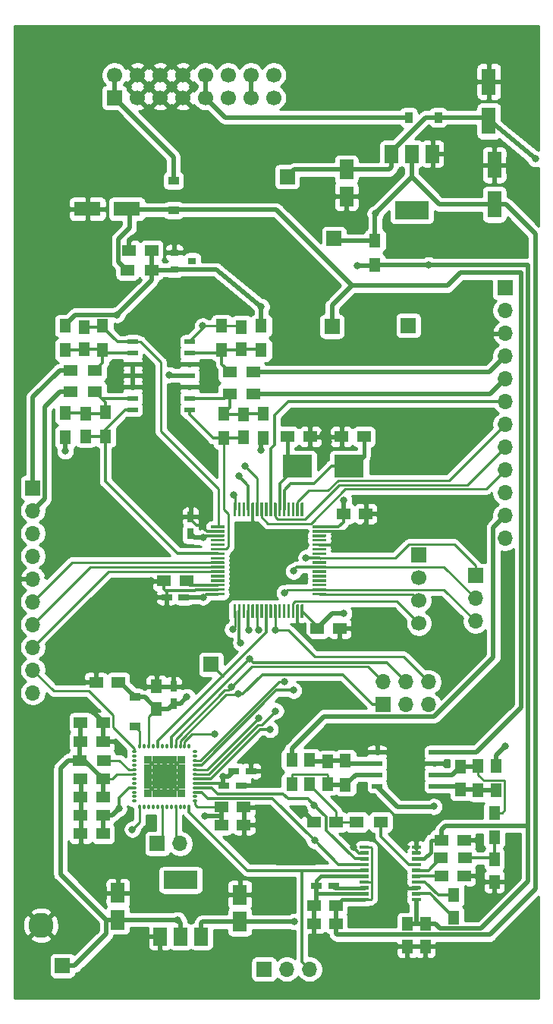
<source format=gbr>
G04 #@! TF.GenerationSoftware,KiCad,Pcbnew,(5.1.5)-3*
G04 #@! TF.CreationDate,2020-05-16T16:23:17+01:00*
G04 #@! TF.ProjectId,AddaTone components,41646461-546f-46e6-9520-636f6d706f6e,rev?*
G04 #@! TF.SameCoordinates,Original*
G04 #@! TF.FileFunction,Copper,L1,Top*
G04 #@! TF.FilePolarity,Positive*
%FSLAX46Y46*%
G04 Gerber Fmt 4.6, Leading zero omitted, Abs format (unit mm)*
G04 Created by KiCad (PCBNEW (5.1.5)-3) date 2020-05-16 16:23:17*
%MOMM*%
%LPD*%
G04 APERTURE LIST*
%ADD10C,0.100000*%
%ADD11C,0.500000*%
%ADD12R,0.900000X0.900000*%
%ADD13R,0.900000X1.400000*%
%ADD14R,1.400000X0.900000*%
%ADD15R,1.400000X1.400000*%
%ADD16O,0.300000X0.600000*%
%ADD17O,0.600000X0.300000*%
%ADD18C,2.800000*%
%ADD19R,1.700000X1.700000*%
%ADD20O,1.700000X1.700000*%
%ADD21R,3.325000X2.500000*%
%ADD22R,0.900000X1.200000*%
%ADD23R,0.900000X0.800000*%
%ADD24R,3.000000X1.600000*%
%ADD25R,1.500000X1.250000*%
%ADD26R,1.200000X0.900000*%
%ADD27R,1.500000X1.300000*%
%ADD28R,1.200000X0.750000*%
%ADD29R,0.750000X1.200000*%
%ADD30R,1.250000X1.500000*%
%ADD31R,1.300000X1.500000*%
%ADD32R,1.600000X2.200000*%
%ADD33R,1.600000X3.000000*%
%ADD34C,1.700000*%
%ADD35R,1.143000X0.508000*%
%ADD36R,1.500000X2.000000*%
%ADD37R,3.800000X2.000000*%
%ADD38C,0.800000*%
%ADD39C,0.250000*%
%ADD40C,0.300000*%
%ADD41C,0.500000*%
%ADD42C,0.400000*%
%ADD43C,0.254000*%
G04 APERTURE END LIST*
G04 #@! TA.AperFunction,SMDPad,CuDef*
D10*
G36*
X140209802Y-148025482D02*
G01*
X140219509Y-148026921D01*
X140229028Y-148029306D01*
X140238268Y-148032612D01*
X140247140Y-148036808D01*
X140255557Y-148041853D01*
X140263439Y-148047699D01*
X140270711Y-148054289D01*
X140277301Y-148061561D01*
X140283147Y-148069443D01*
X140288192Y-148077860D01*
X140292388Y-148086732D01*
X140295694Y-148095972D01*
X140298079Y-148105491D01*
X140299518Y-148115198D01*
X140300000Y-148125000D01*
X140300000Y-148325000D01*
X140299518Y-148334802D01*
X140298079Y-148344509D01*
X140295694Y-148354028D01*
X140292388Y-148363268D01*
X140288192Y-148372140D01*
X140283147Y-148380557D01*
X140277301Y-148388439D01*
X140270711Y-148395711D01*
X140263439Y-148402301D01*
X140255557Y-148408147D01*
X140247140Y-148413192D01*
X140238268Y-148417388D01*
X140229028Y-148420694D01*
X140219509Y-148423079D01*
X140209802Y-148424518D01*
X140200000Y-148425000D01*
X139400000Y-148425000D01*
X139390198Y-148424518D01*
X139380491Y-148423079D01*
X139370972Y-148420694D01*
X139361732Y-148417388D01*
X139352860Y-148413192D01*
X139344443Y-148408147D01*
X139336561Y-148402301D01*
X139329289Y-148395711D01*
X139322699Y-148388439D01*
X139316853Y-148380557D01*
X139311808Y-148372140D01*
X139307612Y-148363268D01*
X139304306Y-148354028D01*
X139301921Y-148344509D01*
X139300482Y-148334802D01*
X139300000Y-148325000D01*
X139300000Y-148125000D01*
X139300482Y-148115198D01*
X139301921Y-148105491D01*
X139304306Y-148095972D01*
X139307612Y-148086732D01*
X139311808Y-148077860D01*
X139316853Y-148069443D01*
X139322699Y-148061561D01*
X139329289Y-148054289D01*
X139336561Y-148047699D01*
X139344443Y-148041853D01*
X139352860Y-148036808D01*
X139361732Y-148032612D01*
X139370972Y-148029306D01*
X139380491Y-148026921D01*
X139390198Y-148025482D01*
X139400000Y-148025000D01*
X140200000Y-148025000D01*
X140209802Y-148025482D01*
G37*
G04 #@! TD.AperFunction*
G04 #@! TA.AperFunction,SMDPad,CuDef*
G36*
X140209802Y-147375482D02*
G01*
X140219509Y-147376921D01*
X140229028Y-147379306D01*
X140238268Y-147382612D01*
X140247140Y-147386808D01*
X140255557Y-147391853D01*
X140263439Y-147397699D01*
X140270711Y-147404289D01*
X140277301Y-147411561D01*
X140283147Y-147419443D01*
X140288192Y-147427860D01*
X140292388Y-147436732D01*
X140295694Y-147445972D01*
X140298079Y-147455491D01*
X140299518Y-147465198D01*
X140300000Y-147475000D01*
X140300000Y-147675000D01*
X140299518Y-147684802D01*
X140298079Y-147694509D01*
X140295694Y-147704028D01*
X140292388Y-147713268D01*
X140288192Y-147722140D01*
X140283147Y-147730557D01*
X140277301Y-147738439D01*
X140270711Y-147745711D01*
X140263439Y-147752301D01*
X140255557Y-147758147D01*
X140247140Y-147763192D01*
X140238268Y-147767388D01*
X140229028Y-147770694D01*
X140219509Y-147773079D01*
X140209802Y-147774518D01*
X140200000Y-147775000D01*
X139400000Y-147775000D01*
X139390198Y-147774518D01*
X139380491Y-147773079D01*
X139370972Y-147770694D01*
X139361732Y-147767388D01*
X139352860Y-147763192D01*
X139344443Y-147758147D01*
X139336561Y-147752301D01*
X139329289Y-147745711D01*
X139322699Y-147738439D01*
X139316853Y-147730557D01*
X139311808Y-147722140D01*
X139307612Y-147713268D01*
X139304306Y-147704028D01*
X139301921Y-147694509D01*
X139300482Y-147684802D01*
X139300000Y-147675000D01*
X139300000Y-147475000D01*
X139300482Y-147465198D01*
X139301921Y-147455491D01*
X139304306Y-147445972D01*
X139307612Y-147436732D01*
X139311808Y-147427860D01*
X139316853Y-147419443D01*
X139322699Y-147411561D01*
X139329289Y-147404289D01*
X139336561Y-147397699D01*
X139344443Y-147391853D01*
X139352860Y-147386808D01*
X139361732Y-147382612D01*
X139370972Y-147379306D01*
X139380491Y-147376921D01*
X139390198Y-147375482D01*
X139400000Y-147375000D01*
X140200000Y-147375000D01*
X140209802Y-147375482D01*
G37*
G04 #@! TD.AperFunction*
G04 #@! TA.AperFunction,SMDPad,CuDef*
G36*
X140209802Y-146725482D02*
G01*
X140219509Y-146726921D01*
X140229028Y-146729306D01*
X140238268Y-146732612D01*
X140247140Y-146736808D01*
X140255557Y-146741853D01*
X140263439Y-146747699D01*
X140270711Y-146754289D01*
X140277301Y-146761561D01*
X140283147Y-146769443D01*
X140288192Y-146777860D01*
X140292388Y-146786732D01*
X140295694Y-146795972D01*
X140298079Y-146805491D01*
X140299518Y-146815198D01*
X140300000Y-146825000D01*
X140300000Y-147025000D01*
X140299518Y-147034802D01*
X140298079Y-147044509D01*
X140295694Y-147054028D01*
X140292388Y-147063268D01*
X140288192Y-147072140D01*
X140283147Y-147080557D01*
X140277301Y-147088439D01*
X140270711Y-147095711D01*
X140263439Y-147102301D01*
X140255557Y-147108147D01*
X140247140Y-147113192D01*
X140238268Y-147117388D01*
X140229028Y-147120694D01*
X140219509Y-147123079D01*
X140209802Y-147124518D01*
X140200000Y-147125000D01*
X139400000Y-147125000D01*
X139390198Y-147124518D01*
X139380491Y-147123079D01*
X139370972Y-147120694D01*
X139361732Y-147117388D01*
X139352860Y-147113192D01*
X139344443Y-147108147D01*
X139336561Y-147102301D01*
X139329289Y-147095711D01*
X139322699Y-147088439D01*
X139316853Y-147080557D01*
X139311808Y-147072140D01*
X139307612Y-147063268D01*
X139304306Y-147054028D01*
X139301921Y-147044509D01*
X139300482Y-147034802D01*
X139300000Y-147025000D01*
X139300000Y-146825000D01*
X139300482Y-146815198D01*
X139301921Y-146805491D01*
X139304306Y-146795972D01*
X139307612Y-146786732D01*
X139311808Y-146777860D01*
X139316853Y-146769443D01*
X139322699Y-146761561D01*
X139329289Y-146754289D01*
X139336561Y-146747699D01*
X139344443Y-146741853D01*
X139352860Y-146736808D01*
X139361732Y-146732612D01*
X139370972Y-146729306D01*
X139380491Y-146726921D01*
X139390198Y-146725482D01*
X139400000Y-146725000D01*
X140200000Y-146725000D01*
X140209802Y-146725482D01*
G37*
G04 #@! TD.AperFunction*
G04 #@! TA.AperFunction,SMDPad,CuDef*
G36*
X140209802Y-146075482D02*
G01*
X140219509Y-146076921D01*
X140229028Y-146079306D01*
X140238268Y-146082612D01*
X140247140Y-146086808D01*
X140255557Y-146091853D01*
X140263439Y-146097699D01*
X140270711Y-146104289D01*
X140277301Y-146111561D01*
X140283147Y-146119443D01*
X140288192Y-146127860D01*
X140292388Y-146136732D01*
X140295694Y-146145972D01*
X140298079Y-146155491D01*
X140299518Y-146165198D01*
X140300000Y-146175000D01*
X140300000Y-146375000D01*
X140299518Y-146384802D01*
X140298079Y-146394509D01*
X140295694Y-146404028D01*
X140292388Y-146413268D01*
X140288192Y-146422140D01*
X140283147Y-146430557D01*
X140277301Y-146438439D01*
X140270711Y-146445711D01*
X140263439Y-146452301D01*
X140255557Y-146458147D01*
X140247140Y-146463192D01*
X140238268Y-146467388D01*
X140229028Y-146470694D01*
X140219509Y-146473079D01*
X140209802Y-146474518D01*
X140200000Y-146475000D01*
X139400000Y-146475000D01*
X139390198Y-146474518D01*
X139380491Y-146473079D01*
X139370972Y-146470694D01*
X139361732Y-146467388D01*
X139352860Y-146463192D01*
X139344443Y-146458147D01*
X139336561Y-146452301D01*
X139329289Y-146445711D01*
X139322699Y-146438439D01*
X139316853Y-146430557D01*
X139311808Y-146422140D01*
X139307612Y-146413268D01*
X139304306Y-146404028D01*
X139301921Y-146394509D01*
X139300482Y-146384802D01*
X139300000Y-146375000D01*
X139300000Y-146175000D01*
X139300482Y-146165198D01*
X139301921Y-146155491D01*
X139304306Y-146145972D01*
X139307612Y-146136732D01*
X139311808Y-146127860D01*
X139316853Y-146119443D01*
X139322699Y-146111561D01*
X139329289Y-146104289D01*
X139336561Y-146097699D01*
X139344443Y-146091853D01*
X139352860Y-146086808D01*
X139361732Y-146082612D01*
X139370972Y-146079306D01*
X139380491Y-146076921D01*
X139390198Y-146075482D01*
X139400000Y-146075000D01*
X140200000Y-146075000D01*
X140209802Y-146075482D01*
G37*
G04 #@! TD.AperFunction*
G04 #@! TA.AperFunction,SMDPad,CuDef*
G36*
X140209802Y-145425482D02*
G01*
X140219509Y-145426921D01*
X140229028Y-145429306D01*
X140238268Y-145432612D01*
X140247140Y-145436808D01*
X140255557Y-145441853D01*
X140263439Y-145447699D01*
X140270711Y-145454289D01*
X140277301Y-145461561D01*
X140283147Y-145469443D01*
X140288192Y-145477860D01*
X140292388Y-145486732D01*
X140295694Y-145495972D01*
X140298079Y-145505491D01*
X140299518Y-145515198D01*
X140300000Y-145525000D01*
X140300000Y-145725000D01*
X140299518Y-145734802D01*
X140298079Y-145744509D01*
X140295694Y-145754028D01*
X140292388Y-145763268D01*
X140288192Y-145772140D01*
X140283147Y-145780557D01*
X140277301Y-145788439D01*
X140270711Y-145795711D01*
X140263439Y-145802301D01*
X140255557Y-145808147D01*
X140247140Y-145813192D01*
X140238268Y-145817388D01*
X140229028Y-145820694D01*
X140219509Y-145823079D01*
X140209802Y-145824518D01*
X140200000Y-145825000D01*
X139400000Y-145825000D01*
X139390198Y-145824518D01*
X139380491Y-145823079D01*
X139370972Y-145820694D01*
X139361732Y-145817388D01*
X139352860Y-145813192D01*
X139344443Y-145808147D01*
X139336561Y-145802301D01*
X139329289Y-145795711D01*
X139322699Y-145788439D01*
X139316853Y-145780557D01*
X139311808Y-145772140D01*
X139307612Y-145763268D01*
X139304306Y-145754028D01*
X139301921Y-145744509D01*
X139300482Y-145734802D01*
X139300000Y-145725000D01*
X139300000Y-145525000D01*
X139300482Y-145515198D01*
X139301921Y-145505491D01*
X139304306Y-145495972D01*
X139307612Y-145486732D01*
X139311808Y-145477860D01*
X139316853Y-145469443D01*
X139322699Y-145461561D01*
X139329289Y-145454289D01*
X139336561Y-145447699D01*
X139344443Y-145441853D01*
X139352860Y-145436808D01*
X139361732Y-145432612D01*
X139370972Y-145429306D01*
X139380491Y-145426921D01*
X139390198Y-145425482D01*
X139400000Y-145425000D01*
X140200000Y-145425000D01*
X140209802Y-145425482D01*
G37*
G04 #@! TD.AperFunction*
G04 #@! TA.AperFunction,SMDPad,CuDef*
G36*
X140209802Y-144775482D02*
G01*
X140219509Y-144776921D01*
X140229028Y-144779306D01*
X140238268Y-144782612D01*
X140247140Y-144786808D01*
X140255557Y-144791853D01*
X140263439Y-144797699D01*
X140270711Y-144804289D01*
X140277301Y-144811561D01*
X140283147Y-144819443D01*
X140288192Y-144827860D01*
X140292388Y-144836732D01*
X140295694Y-144845972D01*
X140298079Y-144855491D01*
X140299518Y-144865198D01*
X140300000Y-144875000D01*
X140300000Y-145075000D01*
X140299518Y-145084802D01*
X140298079Y-145094509D01*
X140295694Y-145104028D01*
X140292388Y-145113268D01*
X140288192Y-145122140D01*
X140283147Y-145130557D01*
X140277301Y-145138439D01*
X140270711Y-145145711D01*
X140263439Y-145152301D01*
X140255557Y-145158147D01*
X140247140Y-145163192D01*
X140238268Y-145167388D01*
X140229028Y-145170694D01*
X140219509Y-145173079D01*
X140209802Y-145174518D01*
X140200000Y-145175000D01*
X139400000Y-145175000D01*
X139390198Y-145174518D01*
X139380491Y-145173079D01*
X139370972Y-145170694D01*
X139361732Y-145167388D01*
X139352860Y-145163192D01*
X139344443Y-145158147D01*
X139336561Y-145152301D01*
X139329289Y-145145711D01*
X139322699Y-145138439D01*
X139316853Y-145130557D01*
X139311808Y-145122140D01*
X139307612Y-145113268D01*
X139304306Y-145104028D01*
X139301921Y-145094509D01*
X139300482Y-145084802D01*
X139300000Y-145075000D01*
X139300000Y-144875000D01*
X139300482Y-144865198D01*
X139301921Y-144855491D01*
X139304306Y-144845972D01*
X139307612Y-144836732D01*
X139311808Y-144827860D01*
X139316853Y-144819443D01*
X139322699Y-144811561D01*
X139329289Y-144804289D01*
X139336561Y-144797699D01*
X139344443Y-144791853D01*
X139352860Y-144786808D01*
X139361732Y-144782612D01*
X139370972Y-144779306D01*
X139380491Y-144776921D01*
X139390198Y-144775482D01*
X139400000Y-144775000D01*
X140200000Y-144775000D01*
X140209802Y-144775482D01*
G37*
G04 #@! TD.AperFunction*
G04 #@! TA.AperFunction,SMDPad,CuDef*
G36*
X140209802Y-144125482D02*
G01*
X140219509Y-144126921D01*
X140229028Y-144129306D01*
X140238268Y-144132612D01*
X140247140Y-144136808D01*
X140255557Y-144141853D01*
X140263439Y-144147699D01*
X140270711Y-144154289D01*
X140277301Y-144161561D01*
X140283147Y-144169443D01*
X140288192Y-144177860D01*
X140292388Y-144186732D01*
X140295694Y-144195972D01*
X140298079Y-144205491D01*
X140299518Y-144215198D01*
X140300000Y-144225000D01*
X140300000Y-144425000D01*
X140299518Y-144434802D01*
X140298079Y-144444509D01*
X140295694Y-144454028D01*
X140292388Y-144463268D01*
X140288192Y-144472140D01*
X140283147Y-144480557D01*
X140277301Y-144488439D01*
X140270711Y-144495711D01*
X140263439Y-144502301D01*
X140255557Y-144508147D01*
X140247140Y-144513192D01*
X140238268Y-144517388D01*
X140229028Y-144520694D01*
X140219509Y-144523079D01*
X140209802Y-144524518D01*
X140200000Y-144525000D01*
X139400000Y-144525000D01*
X139390198Y-144524518D01*
X139380491Y-144523079D01*
X139370972Y-144520694D01*
X139361732Y-144517388D01*
X139352860Y-144513192D01*
X139344443Y-144508147D01*
X139336561Y-144502301D01*
X139329289Y-144495711D01*
X139322699Y-144488439D01*
X139316853Y-144480557D01*
X139311808Y-144472140D01*
X139307612Y-144463268D01*
X139304306Y-144454028D01*
X139301921Y-144444509D01*
X139300482Y-144434802D01*
X139300000Y-144425000D01*
X139300000Y-144225000D01*
X139300482Y-144215198D01*
X139301921Y-144205491D01*
X139304306Y-144195972D01*
X139307612Y-144186732D01*
X139311808Y-144177860D01*
X139316853Y-144169443D01*
X139322699Y-144161561D01*
X139329289Y-144154289D01*
X139336561Y-144147699D01*
X139344443Y-144141853D01*
X139352860Y-144136808D01*
X139361732Y-144132612D01*
X139370972Y-144129306D01*
X139380491Y-144126921D01*
X139390198Y-144125482D01*
X139400000Y-144125000D01*
X140200000Y-144125000D01*
X140209802Y-144125482D01*
G37*
G04 #@! TD.AperFunction*
G04 #@! TA.AperFunction,SMDPad,CuDef*
G36*
X140209802Y-143475482D02*
G01*
X140219509Y-143476921D01*
X140229028Y-143479306D01*
X140238268Y-143482612D01*
X140247140Y-143486808D01*
X140255557Y-143491853D01*
X140263439Y-143497699D01*
X140270711Y-143504289D01*
X140277301Y-143511561D01*
X140283147Y-143519443D01*
X140288192Y-143527860D01*
X140292388Y-143536732D01*
X140295694Y-143545972D01*
X140298079Y-143555491D01*
X140299518Y-143565198D01*
X140300000Y-143575000D01*
X140300000Y-143775000D01*
X140299518Y-143784802D01*
X140298079Y-143794509D01*
X140295694Y-143804028D01*
X140292388Y-143813268D01*
X140288192Y-143822140D01*
X140283147Y-143830557D01*
X140277301Y-143838439D01*
X140270711Y-143845711D01*
X140263439Y-143852301D01*
X140255557Y-143858147D01*
X140247140Y-143863192D01*
X140238268Y-143867388D01*
X140229028Y-143870694D01*
X140219509Y-143873079D01*
X140209802Y-143874518D01*
X140200000Y-143875000D01*
X139400000Y-143875000D01*
X139390198Y-143874518D01*
X139380491Y-143873079D01*
X139370972Y-143870694D01*
X139361732Y-143867388D01*
X139352860Y-143863192D01*
X139344443Y-143858147D01*
X139336561Y-143852301D01*
X139329289Y-143845711D01*
X139322699Y-143838439D01*
X139316853Y-143830557D01*
X139311808Y-143822140D01*
X139307612Y-143813268D01*
X139304306Y-143804028D01*
X139301921Y-143794509D01*
X139300482Y-143784802D01*
X139300000Y-143775000D01*
X139300000Y-143575000D01*
X139300482Y-143565198D01*
X139301921Y-143555491D01*
X139304306Y-143545972D01*
X139307612Y-143536732D01*
X139311808Y-143527860D01*
X139316853Y-143519443D01*
X139322699Y-143511561D01*
X139329289Y-143504289D01*
X139336561Y-143497699D01*
X139344443Y-143491853D01*
X139352860Y-143486808D01*
X139361732Y-143482612D01*
X139370972Y-143479306D01*
X139380491Y-143476921D01*
X139390198Y-143475482D01*
X139400000Y-143475000D01*
X140200000Y-143475000D01*
X140209802Y-143475482D01*
G37*
G04 #@! TD.AperFunction*
G04 #@! TA.AperFunction,SMDPad,CuDef*
G36*
X140209802Y-142825482D02*
G01*
X140219509Y-142826921D01*
X140229028Y-142829306D01*
X140238268Y-142832612D01*
X140247140Y-142836808D01*
X140255557Y-142841853D01*
X140263439Y-142847699D01*
X140270711Y-142854289D01*
X140277301Y-142861561D01*
X140283147Y-142869443D01*
X140288192Y-142877860D01*
X140292388Y-142886732D01*
X140295694Y-142895972D01*
X140298079Y-142905491D01*
X140299518Y-142915198D01*
X140300000Y-142925000D01*
X140300000Y-143125000D01*
X140299518Y-143134802D01*
X140298079Y-143144509D01*
X140295694Y-143154028D01*
X140292388Y-143163268D01*
X140288192Y-143172140D01*
X140283147Y-143180557D01*
X140277301Y-143188439D01*
X140270711Y-143195711D01*
X140263439Y-143202301D01*
X140255557Y-143208147D01*
X140247140Y-143213192D01*
X140238268Y-143217388D01*
X140229028Y-143220694D01*
X140219509Y-143223079D01*
X140209802Y-143224518D01*
X140200000Y-143225000D01*
X139400000Y-143225000D01*
X139390198Y-143224518D01*
X139380491Y-143223079D01*
X139370972Y-143220694D01*
X139361732Y-143217388D01*
X139352860Y-143213192D01*
X139344443Y-143208147D01*
X139336561Y-143202301D01*
X139329289Y-143195711D01*
X139322699Y-143188439D01*
X139316853Y-143180557D01*
X139311808Y-143172140D01*
X139307612Y-143163268D01*
X139304306Y-143154028D01*
X139301921Y-143144509D01*
X139300482Y-143134802D01*
X139300000Y-143125000D01*
X139300000Y-142925000D01*
X139300482Y-142915198D01*
X139301921Y-142905491D01*
X139304306Y-142895972D01*
X139307612Y-142886732D01*
X139311808Y-142877860D01*
X139316853Y-142869443D01*
X139322699Y-142861561D01*
X139329289Y-142854289D01*
X139336561Y-142847699D01*
X139344443Y-142841853D01*
X139352860Y-142836808D01*
X139361732Y-142832612D01*
X139370972Y-142829306D01*
X139380491Y-142826921D01*
X139390198Y-142825482D01*
X139400000Y-142825000D01*
X140200000Y-142825000D01*
X140209802Y-142825482D01*
G37*
G04 #@! TD.AperFunction*
G04 #@! TA.AperFunction,SMDPad,CuDef*
G36*
X140209802Y-142175482D02*
G01*
X140219509Y-142176921D01*
X140229028Y-142179306D01*
X140238268Y-142182612D01*
X140247140Y-142186808D01*
X140255557Y-142191853D01*
X140263439Y-142197699D01*
X140270711Y-142204289D01*
X140277301Y-142211561D01*
X140283147Y-142219443D01*
X140288192Y-142227860D01*
X140292388Y-142236732D01*
X140295694Y-142245972D01*
X140298079Y-142255491D01*
X140299518Y-142265198D01*
X140300000Y-142275000D01*
X140300000Y-142475000D01*
X140299518Y-142484802D01*
X140298079Y-142494509D01*
X140295694Y-142504028D01*
X140292388Y-142513268D01*
X140288192Y-142522140D01*
X140283147Y-142530557D01*
X140277301Y-142538439D01*
X140270711Y-142545711D01*
X140263439Y-142552301D01*
X140255557Y-142558147D01*
X140247140Y-142563192D01*
X140238268Y-142567388D01*
X140229028Y-142570694D01*
X140219509Y-142573079D01*
X140209802Y-142574518D01*
X140200000Y-142575000D01*
X139400000Y-142575000D01*
X139390198Y-142574518D01*
X139380491Y-142573079D01*
X139370972Y-142570694D01*
X139361732Y-142567388D01*
X139352860Y-142563192D01*
X139344443Y-142558147D01*
X139336561Y-142552301D01*
X139329289Y-142545711D01*
X139322699Y-142538439D01*
X139316853Y-142530557D01*
X139311808Y-142522140D01*
X139307612Y-142513268D01*
X139304306Y-142504028D01*
X139301921Y-142494509D01*
X139300482Y-142484802D01*
X139300000Y-142475000D01*
X139300000Y-142275000D01*
X139300482Y-142265198D01*
X139301921Y-142255491D01*
X139304306Y-142245972D01*
X139307612Y-142236732D01*
X139311808Y-142227860D01*
X139316853Y-142219443D01*
X139322699Y-142211561D01*
X139329289Y-142204289D01*
X139336561Y-142197699D01*
X139344443Y-142191853D01*
X139352860Y-142186808D01*
X139361732Y-142182612D01*
X139370972Y-142179306D01*
X139380491Y-142176921D01*
X139390198Y-142175482D01*
X139400000Y-142175000D01*
X140200000Y-142175000D01*
X140209802Y-142175482D01*
G37*
G04 #@! TD.AperFunction*
G04 #@! TA.AperFunction,SMDPad,CuDef*
G36*
X146009802Y-142175482D02*
G01*
X146019509Y-142176921D01*
X146029028Y-142179306D01*
X146038268Y-142182612D01*
X146047140Y-142186808D01*
X146055557Y-142191853D01*
X146063439Y-142197699D01*
X146070711Y-142204289D01*
X146077301Y-142211561D01*
X146083147Y-142219443D01*
X146088192Y-142227860D01*
X146092388Y-142236732D01*
X146095694Y-142245972D01*
X146098079Y-142255491D01*
X146099518Y-142265198D01*
X146100000Y-142275000D01*
X146100000Y-142475000D01*
X146099518Y-142484802D01*
X146098079Y-142494509D01*
X146095694Y-142504028D01*
X146092388Y-142513268D01*
X146088192Y-142522140D01*
X146083147Y-142530557D01*
X146077301Y-142538439D01*
X146070711Y-142545711D01*
X146063439Y-142552301D01*
X146055557Y-142558147D01*
X146047140Y-142563192D01*
X146038268Y-142567388D01*
X146029028Y-142570694D01*
X146019509Y-142573079D01*
X146009802Y-142574518D01*
X146000000Y-142575000D01*
X145200000Y-142575000D01*
X145190198Y-142574518D01*
X145180491Y-142573079D01*
X145170972Y-142570694D01*
X145161732Y-142567388D01*
X145152860Y-142563192D01*
X145144443Y-142558147D01*
X145136561Y-142552301D01*
X145129289Y-142545711D01*
X145122699Y-142538439D01*
X145116853Y-142530557D01*
X145111808Y-142522140D01*
X145107612Y-142513268D01*
X145104306Y-142504028D01*
X145101921Y-142494509D01*
X145100482Y-142484802D01*
X145100000Y-142475000D01*
X145100000Y-142275000D01*
X145100482Y-142265198D01*
X145101921Y-142255491D01*
X145104306Y-142245972D01*
X145107612Y-142236732D01*
X145111808Y-142227860D01*
X145116853Y-142219443D01*
X145122699Y-142211561D01*
X145129289Y-142204289D01*
X145136561Y-142197699D01*
X145144443Y-142191853D01*
X145152860Y-142186808D01*
X145161732Y-142182612D01*
X145170972Y-142179306D01*
X145180491Y-142176921D01*
X145190198Y-142175482D01*
X145200000Y-142175000D01*
X146000000Y-142175000D01*
X146009802Y-142175482D01*
G37*
G04 #@! TD.AperFunction*
G04 #@! TA.AperFunction,SMDPad,CuDef*
G36*
X146009802Y-142825482D02*
G01*
X146019509Y-142826921D01*
X146029028Y-142829306D01*
X146038268Y-142832612D01*
X146047140Y-142836808D01*
X146055557Y-142841853D01*
X146063439Y-142847699D01*
X146070711Y-142854289D01*
X146077301Y-142861561D01*
X146083147Y-142869443D01*
X146088192Y-142877860D01*
X146092388Y-142886732D01*
X146095694Y-142895972D01*
X146098079Y-142905491D01*
X146099518Y-142915198D01*
X146100000Y-142925000D01*
X146100000Y-143125000D01*
X146099518Y-143134802D01*
X146098079Y-143144509D01*
X146095694Y-143154028D01*
X146092388Y-143163268D01*
X146088192Y-143172140D01*
X146083147Y-143180557D01*
X146077301Y-143188439D01*
X146070711Y-143195711D01*
X146063439Y-143202301D01*
X146055557Y-143208147D01*
X146047140Y-143213192D01*
X146038268Y-143217388D01*
X146029028Y-143220694D01*
X146019509Y-143223079D01*
X146009802Y-143224518D01*
X146000000Y-143225000D01*
X145200000Y-143225000D01*
X145190198Y-143224518D01*
X145180491Y-143223079D01*
X145170972Y-143220694D01*
X145161732Y-143217388D01*
X145152860Y-143213192D01*
X145144443Y-143208147D01*
X145136561Y-143202301D01*
X145129289Y-143195711D01*
X145122699Y-143188439D01*
X145116853Y-143180557D01*
X145111808Y-143172140D01*
X145107612Y-143163268D01*
X145104306Y-143154028D01*
X145101921Y-143144509D01*
X145100482Y-143134802D01*
X145100000Y-143125000D01*
X145100000Y-142925000D01*
X145100482Y-142915198D01*
X145101921Y-142905491D01*
X145104306Y-142895972D01*
X145107612Y-142886732D01*
X145111808Y-142877860D01*
X145116853Y-142869443D01*
X145122699Y-142861561D01*
X145129289Y-142854289D01*
X145136561Y-142847699D01*
X145144443Y-142841853D01*
X145152860Y-142836808D01*
X145161732Y-142832612D01*
X145170972Y-142829306D01*
X145180491Y-142826921D01*
X145190198Y-142825482D01*
X145200000Y-142825000D01*
X146000000Y-142825000D01*
X146009802Y-142825482D01*
G37*
G04 #@! TD.AperFunction*
G04 #@! TA.AperFunction,SMDPad,CuDef*
G36*
X146009802Y-143475482D02*
G01*
X146019509Y-143476921D01*
X146029028Y-143479306D01*
X146038268Y-143482612D01*
X146047140Y-143486808D01*
X146055557Y-143491853D01*
X146063439Y-143497699D01*
X146070711Y-143504289D01*
X146077301Y-143511561D01*
X146083147Y-143519443D01*
X146088192Y-143527860D01*
X146092388Y-143536732D01*
X146095694Y-143545972D01*
X146098079Y-143555491D01*
X146099518Y-143565198D01*
X146100000Y-143575000D01*
X146100000Y-143775000D01*
X146099518Y-143784802D01*
X146098079Y-143794509D01*
X146095694Y-143804028D01*
X146092388Y-143813268D01*
X146088192Y-143822140D01*
X146083147Y-143830557D01*
X146077301Y-143838439D01*
X146070711Y-143845711D01*
X146063439Y-143852301D01*
X146055557Y-143858147D01*
X146047140Y-143863192D01*
X146038268Y-143867388D01*
X146029028Y-143870694D01*
X146019509Y-143873079D01*
X146009802Y-143874518D01*
X146000000Y-143875000D01*
X145200000Y-143875000D01*
X145190198Y-143874518D01*
X145180491Y-143873079D01*
X145170972Y-143870694D01*
X145161732Y-143867388D01*
X145152860Y-143863192D01*
X145144443Y-143858147D01*
X145136561Y-143852301D01*
X145129289Y-143845711D01*
X145122699Y-143838439D01*
X145116853Y-143830557D01*
X145111808Y-143822140D01*
X145107612Y-143813268D01*
X145104306Y-143804028D01*
X145101921Y-143794509D01*
X145100482Y-143784802D01*
X145100000Y-143775000D01*
X145100000Y-143575000D01*
X145100482Y-143565198D01*
X145101921Y-143555491D01*
X145104306Y-143545972D01*
X145107612Y-143536732D01*
X145111808Y-143527860D01*
X145116853Y-143519443D01*
X145122699Y-143511561D01*
X145129289Y-143504289D01*
X145136561Y-143497699D01*
X145144443Y-143491853D01*
X145152860Y-143486808D01*
X145161732Y-143482612D01*
X145170972Y-143479306D01*
X145180491Y-143476921D01*
X145190198Y-143475482D01*
X145200000Y-143475000D01*
X146000000Y-143475000D01*
X146009802Y-143475482D01*
G37*
G04 #@! TD.AperFunction*
G04 #@! TA.AperFunction,SMDPad,CuDef*
G36*
X146009802Y-144125482D02*
G01*
X146019509Y-144126921D01*
X146029028Y-144129306D01*
X146038268Y-144132612D01*
X146047140Y-144136808D01*
X146055557Y-144141853D01*
X146063439Y-144147699D01*
X146070711Y-144154289D01*
X146077301Y-144161561D01*
X146083147Y-144169443D01*
X146088192Y-144177860D01*
X146092388Y-144186732D01*
X146095694Y-144195972D01*
X146098079Y-144205491D01*
X146099518Y-144215198D01*
X146100000Y-144225000D01*
X146100000Y-144425000D01*
X146099518Y-144434802D01*
X146098079Y-144444509D01*
X146095694Y-144454028D01*
X146092388Y-144463268D01*
X146088192Y-144472140D01*
X146083147Y-144480557D01*
X146077301Y-144488439D01*
X146070711Y-144495711D01*
X146063439Y-144502301D01*
X146055557Y-144508147D01*
X146047140Y-144513192D01*
X146038268Y-144517388D01*
X146029028Y-144520694D01*
X146019509Y-144523079D01*
X146009802Y-144524518D01*
X146000000Y-144525000D01*
X145200000Y-144525000D01*
X145190198Y-144524518D01*
X145180491Y-144523079D01*
X145170972Y-144520694D01*
X145161732Y-144517388D01*
X145152860Y-144513192D01*
X145144443Y-144508147D01*
X145136561Y-144502301D01*
X145129289Y-144495711D01*
X145122699Y-144488439D01*
X145116853Y-144480557D01*
X145111808Y-144472140D01*
X145107612Y-144463268D01*
X145104306Y-144454028D01*
X145101921Y-144444509D01*
X145100482Y-144434802D01*
X145100000Y-144425000D01*
X145100000Y-144225000D01*
X145100482Y-144215198D01*
X145101921Y-144205491D01*
X145104306Y-144195972D01*
X145107612Y-144186732D01*
X145111808Y-144177860D01*
X145116853Y-144169443D01*
X145122699Y-144161561D01*
X145129289Y-144154289D01*
X145136561Y-144147699D01*
X145144443Y-144141853D01*
X145152860Y-144136808D01*
X145161732Y-144132612D01*
X145170972Y-144129306D01*
X145180491Y-144126921D01*
X145190198Y-144125482D01*
X145200000Y-144125000D01*
X146000000Y-144125000D01*
X146009802Y-144125482D01*
G37*
G04 #@! TD.AperFunction*
G04 #@! TA.AperFunction,SMDPad,CuDef*
G36*
X146009802Y-144775482D02*
G01*
X146019509Y-144776921D01*
X146029028Y-144779306D01*
X146038268Y-144782612D01*
X146047140Y-144786808D01*
X146055557Y-144791853D01*
X146063439Y-144797699D01*
X146070711Y-144804289D01*
X146077301Y-144811561D01*
X146083147Y-144819443D01*
X146088192Y-144827860D01*
X146092388Y-144836732D01*
X146095694Y-144845972D01*
X146098079Y-144855491D01*
X146099518Y-144865198D01*
X146100000Y-144875000D01*
X146100000Y-145075000D01*
X146099518Y-145084802D01*
X146098079Y-145094509D01*
X146095694Y-145104028D01*
X146092388Y-145113268D01*
X146088192Y-145122140D01*
X146083147Y-145130557D01*
X146077301Y-145138439D01*
X146070711Y-145145711D01*
X146063439Y-145152301D01*
X146055557Y-145158147D01*
X146047140Y-145163192D01*
X146038268Y-145167388D01*
X146029028Y-145170694D01*
X146019509Y-145173079D01*
X146009802Y-145174518D01*
X146000000Y-145175000D01*
X145200000Y-145175000D01*
X145190198Y-145174518D01*
X145180491Y-145173079D01*
X145170972Y-145170694D01*
X145161732Y-145167388D01*
X145152860Y-145163192D01*
X145144443Y-145158147D01*
X145136561Y-145152301D01*
X145129289Y-145145711D01*
X145122699Y-145138439D01*
X145116853Y-145130557D01*
X145111808Y-145122140D01*
X145107612Y-145113268D01*
X145104306Y-145104028D01*
X145101921Y-145094509D01*
X145100482Y-145084802D01*
X145100000Y-145075000D01*
X145100000Y-144875000D01*
X145100482Y-144865198D01*
X145101921Y-144855491D01*
X145104306Y-144845972D01*
X145107612Y-144836732D01*
X145111808Y-144827860D01*
X145116853Y-144819443D01*
X145122699Y-144811561D01*
X145129289Y-144804289D01*
X145136561Y-144797699D01*
X145144443Y-144791853D01*
X145152860Y-144786808D01*
X145161732Y-144782612D01*
X145170972Y-144779306D01*
X145180491Y-144776921D01*
X145190198Y-144775482D01*
X145200000Y-144775000D01*
X146000000Y-144775000D01*
X146009802Y-144775482D01*
G37*
G04 #@! TD.AperFunction*
G04 #@! TA.AperFunction,SMDPad,CuDef*
G36*
X146009802Y-145425482D02*
G01*
X146019509Y-145426921D01*
X146029028Y-145429306D01*
X146038268Y-145432612D01*
X146047140Y-145436808D01*
X146055557Y-145441853D01*
X146063439Y-145447699D01*
X146070711Y-145454289D01*
X146077301Y-145461561D01*
X146083147Y-145469443D01*
X146088192Y-145477860D01*
X146092388Y-145486732D01*
X146095694Y-145495972D01*
X146098079Y-145505491D01*
X146099518Y-145515198D01*
X146100000Y-145525000D01*
X146100000Y-145725000D01*
X146099518Y-145734802D01*
X146098079Y-145744509D01*
X146095694Y-145754028D01*
X146092388Y-145763268D01*
X146088192Y-145772140D01*
X146083147Y-145780557D01*
X146077301Y-145788439D01*
X146070711Y-145795711D01*
X146063439Y-145802301D01*
X146055557Y-145808147D01*
X146047140Y-145813192D01*
X146038268Y-145817388D01*
X146029028Y-145820694D01*
X146019509Y-145823079D01*
X146009802Y-145824518D01*
X146000000Y-145825000D01*
X145200000Y-145825000D01*
X145190198Y-145824518D01*
X145180491Y-145823079D01*
X145170972Y-145820694D01*
X145161732Y-145817388D01*
X145152860Y-145813192D01*
X145144443Y-145808147D01*
X145136561Y-145802301D01*
X145129289Y-145795711D01*
X145122699Y-145788439D01*
X145116853Y-145780557D01*
X145111808Y-145772140D01*
X145107612Y-145763268D01*
X145104306Y-145754028D01*
X145101921Y-145744509D01*
X145100482Y-145734802D01*
X145100000Y-145725000D01*
X145100000Y-145525000D01*
X145100482Y-145515198D01*
X145101921Y-145505491D01*
X145104306Y-145495972D01*
X145107612Y-145486732D01*
X145111808Y-145477860D01*
X145116853Y-145469443D01*
X145122699Y-145461561D01*
X145129289Y-145454289D01*
X145136561Y-145447699D01*
X145144443Y-145441853D01*
X145152860Y-145436808D01*
X145161732Y-145432612D01*
X145170972Y-145429306D01*
X145180491Y-145426921D01*
X145190198Y-145425482D01*
X145200000Y-145425000D01*
X146000000Y-145425000D01*
X146009802Y-145425482D01*
G37*
G04 #@! TD.AperFunction*
G04 #@! TA.AperFunction,SMDPad,CuDef*
G36*
X146009802Y-146075482D02*
G01*
X146019509Y-146076921D01*
X146029028Y-146079306D01*
X146038268Y-146082612D01*
X146047140Y-146086808D01*
X146055557Y-146091853D01*
X146063439Y-146097699D01*
X146070711Y-146104289D01*
X146077301Y-146111561D01*
X146083147Y-146119443D01*
X146088192Y-146127860D01*
X146092388Y-146136732D01*
X146095694Y-146145972D01*
X146098079Y-146155491D01*
X146099518Y-146165198D01*
X146100000Y-146175000D01*
X146100000Y-146375000D01*
X146099518Y-146384802D01*
X146098079Y-146394509D01*
X146095694Y-146404028D01*
X146092388Y-146413268D01*
X146088192Y-146422140D01*
X146083147Y-146430557D01*
X146077301Y-146438439D01*
X146070711Y-146445711D01*
X146063439Y-146452301D01*
X146055557Y-146458147D01*
X146047140Y-146463192D01*
X146038268Y-146467388D01*
X146029028Y-146470694D01*
X146019509Y-146473079D01*
X146009802Y-146474518D01*
X146000000Y-146475000D01*
X145200000Y-146475000D01*
X145190198Y-146474518D01*
X145180491Y-146473079D01*
X145170972Y-146470694D01*
X145161732Y-146467388D01*
X145152860Y-146463192D01*
X145144443Y-146458147D01*
X145136561Y-146452301D01*
X145129289Y-146445711D01*
X145122699Y-146438439D01*
X145116853Y-146430557D01*
X145111808Y-146422140D01*
X145107612Y-146413268D01*
X145104306Y-146404028D01*
X145101921Y-146394509D01*
X145100482Y-146384802D01*
X145100000Y-146375000D01*
X145100000Y-146175000D01*
X145100482Y-146165198D01*
X145101921Y-146155491D01*
X145104306Y-146145972D01*
X145107612Y-146136732D01*
X145111808Y-146127860D01*
X145116853Y-146119443D01*
X145122699Y-146111561D01*
X145129289Y-146104289D01*
X145136561Y-146097699D01*
X145144443Y-146091853D01*
X145152860Y-146086808D01*
X145161732Y-146082612D01*
X145170972Y-146079306D01*
X145180491Y-146076921D01*
X145190198Y-146075482D01*
X145200000Y-146075000D01*
X146000000Y-146075000D01*
X146009802Y-146075482D01*
G37*
G04 #@! TD.AperFunction*
G04 #@! TA.AperFunction,SMDPad,CuDef*
G36*
X146009802Y-146725482D02*
G01*
X146019509Y-146726921D01*
X146029028Y-146729306D01*
X146038268Y-146732612D01*
X146047140Y-146736808D01*
X146055557Y-146741853D01*
X146063439Y-146747699D01*
X146070711Y-146754289D01*
X146077301Y-146761561D01*
X146083147Y-146769443D01*
X146088192Y-146777860D01*
X146092388Y-146786732D01*
X146095694Y-146795972D01*
X146098079Y-146805491D01*
X146099518Y-146815198D01*
X146100000Y-146825000D01*
X146100000Y-147025000D01*
X146099518Y-147034802D01*
X146098079Y-147044509D01*
X146095694Y-147054028D01*
X146092388Y-147063268D01*
X146088192Y-147072140D01*
X146083147Y-147080557D01*
X146077301Y-147088439D01*
X146070711Y-147095711D01*
X146063439Y-147102301D01*
X146055557Y-147108147D01*
X146047140Y-147113192D01*
X146038268Y-147117388D01*
X146029028Y-147120694D01*
X146019509Y-147123079D01*
X146009802Y-147124518D01*
X146000000Y-147125000D01*
X145200000Y-147125000D01*
X145190198Y-147124518D01*
X145180491Y-147123079D01*
X145170972Y-147120694D01*
X145161732Y-147117388D01*
X145152860Y-147113192D01*
X145144443Y-147108147D01*
X145136561Y-147102301D01*
X145129289Y-147095711D01*
X145122699Y-147088439D01*
X145116853Y-147080557D01*
X145111808Y-147072140D01*
X145107612Y-147063268D01*
X145104306Y-147054028D01*
X145101921Y-147044509D01*
X145100482Y-147034802D01*
X145100000Y-147025000D01*
X145100000Y-146825000D01*
X145100482Y-146815198D01*
X145101921Y-146805491D01*
X145104306Y-146795972D01*
X145107612Y-146786732D01*
X145111808Y-146777860D01*
X145116853Y-146769443D01*
X145122699Y-146761561D01*
X145129289Y-146754289D01*
X145136561Y-146747699D01*
X145144443Y-146741853D01*
X145152860Y-146736808D01*
X145161732Y-146732612D01*
X145170972Y-146729306D01*
X145180491Y-146726921D01*
X145190198Y-146725482D01*
X145200000Y-146725000D01*
X146000000Y-146725000D01*
X146009802Y-146725482D01*
G37*
G04 #@! TD.AperFunction*
G04 #@! TA.AperFunction,SMDPad,CuDef*
G36*
X146009802Y-147375482D02*
G01*
X146019509Y-147376921D01*
X146029028Y-147379306D01*
X146038268Y-147382612D01*
X146047140Y-147386808D01*
X146055557Y-147391853D01*
X146063439Y-147397699D01*
X146070711Y-147404289D01*
X146077301Y-147411561D01*
X146083147Y-147419443D01*
X146088192Y-147427860D01*
X146092388Y-147436732D01*
X146095694Y-147445972D01*
X146098079Y-147455491D01*
X146099518Y-147465198D01*
X146100000Y-147475000D01*
X146100000Y-147675000D01*
X146099518Y-147684802D01*
X146098079Y-147694509D01*
X146095694Y-147704028D01*
X146092388Y-147713268D01*
X146088192Y-147722140D01*
X146083147Y-147730557D01*
X146077301Y-147738439D01*
X146070711Y-147745711D01*
X146063439Y-147752301D01*
X146055557Y-147758147D01*
X146047140Y-147763192D01*
X146038268Y-147767388D01*
X146029028Y-147770694D01*
X146019509Y-147773079D01*
X146009802Y-147774518D01*
X146000000Y-147775000D01*
X145200000Y-147775000D01*
X145190198Y-147774518D01*
X145180491Y-147773079D01*
X145170972Y-147770694D01*
X145161732Y-147767388D01*
X145152860Y-147763192D01*
X145144443Y-147758147D01*
X145136561Y-147752301D01*
X145129289Y-147745711D01*
X145122699Y-147738439D01*
X145116853Y-147730557D01*
X145111808Y-147722140D01*
X145107612Y-147713268D01*
X145104306Y-147704028D01*
X145101921Y-147694509D01*
X145100482Y-147684802D01*
X145100000Y-147675000D01*
X145100000Y-147475000D01*
X145100482Y-147465198D01*
X145101921Y-147455491D01*
X145104306Y-147445972D01*
X145107612Y-147436732D01*
X145111808Y-147427860D01*
X145116853Y-147419443D01*
X145122699Y-147411561D01*
X145129289Y-147404289D01*
X145136561Y-147397699D01*
X145144443Y-147391853D01*
X145152860Y-147386808D01*
X145161732Y-147382612D01*
X145170972Y-147379306D01*
X145180491Y-147376921D01*
X145190198Y-147375482D01*
X145200000Y-147375000D01*
X146000000Y-147375000D01*
X146009802Y-147375482D01*
G37*
G04 #@! TD.AperFunction*
G04 #@! TA.AperFunction,SMDPad,CuDef*
G36*
X146009802Y-148025482D02*
G01*
X146019509Y-148026921D01*
X146029028Y-148029306D01*
X146038268Y-148032612D01*
X146047140Y-148036808D01*
X146055557Y-148041853D01*
X146063439Y-148047699D01*
X146070711Y-148054289D01*
X146077301Y-148061561D01*
X146083147Y-148069443D01*
X146088192Y-148077860D01*
X146092388Y-148086732D01*
X146095694Y-148095972D01*
X146098079Y-148105491D01*
X146099518Y-148115198D01*
X146100000Y-148125000D01*
X146100000Y-148325000D01*
X146099518Y-148334802D01*
X146098079Y-148344509D01*
X146095694Y-148354028D01*
X146092388Y-148363268D01*
X146088192Y-148372140D01*
X146083147Y-148380557D01*
X146077301Y-148388439D01*
X146070711Y-148395711D01*
X146063439Y-148402301D01*
X146055557Y-148408147D01*
X146047140Y-148413192D01*
X146038268Y-148417388D01*
X146029028Y-148420694D01*
X146019509Y-148423079D01*
X146009802Y-148424518D01*
X146000000Y-148425000D01*
X145200000Y-148425000D01*
X145190198Y-148424518D01*
X145180491Y-148423079D01*
X145170972Y-148420694D01*
X145161732Y-148417388D01*
X145152860Y-148413192D01*
X145144443Y-148408147D01*
X145136561Y-148402301D01*
X145129289Y-148395711D01*
X145122699Y-148388439D01*
X145116853Y-148380557D01*
X145111808Y-148372140D01*
X145107612Y-148363268D01*
X145104306Y-148354028D01*
X145101921Y-148344509D01*
X145100482Y-148334802D01*
X145100000Y-148325000D01*
X145100000Y-148125000D01*
X145100482Y-148115198D01*
X145101921Y-148105491D01*
X145104306Y-148095972D01*
X145107612Y-148086732D01*
X145111808Y-148077860D01*
X145116853Y-148069443D01*
X145122699Y-148061561D01*
X145129289Y-148054289D01*
X145136561Y-148047699D01*
X145144443Y-148041853D01*
X145152860Y-148036808D01*
X145161732Y-148032612D01*
X145170972Y-148029306D01*
X145180491Y-148026921D01*
X145190198Y-148025482D01*
X145200000Y-148025000D01*
X146000000Y-148025000D01*
X146009802Y-148025482D01*
G37*
G04 #@! TD.AperFunction*
D11*
X118900000Y-135900000D03*
X118899999Y-134500000D03*
X118900000Y-133100000D03*
X117500000Y-133100001D03*
X116100000Y-133100000D03*
X116100001Y-134500000D03*
X116100000Y-135900000D03*
X117500000Y-135899999D03*
X117500000Y-134500000D03*
D12*
X119350000Y-136350000D03*
D13*
X119350000Y-135200000D03*
X119350000Y-133800000D03*
D12*
X119350000Y-132650000D03*
D14*
X118200000Y-136350000D03*
D15*
X118200000Y-135200000D03*
X118200000Y-133800000D03*
D14*
X118200000Y-132650000D03*
X116800000Y-136350000D03*
D15*
X116800000Y-135200000D03*
X116800000Y-133800000D03*
D14*
X116800000Y-132650000D03*
D12*
X115650000Y-136350000D03*
D13*
X115650000Y-135200000D03*
X115650000Y-133800000D03*
D12*
X115650000Y-132650000D03*
D16*
X120250000Y-137900000D03*
X119750000Y-137900000D03*
X119250000Y-137900000D03*
X118750000Y-137900001D03*
X118250000Y-137900000D03*
X117750000Y-137900000D03*
X117250000Y-137900000D03*
X116750000Y-137900000D03*
X116250000Y-137900001D03*
X115750000Y-137900000D03*
X115250000Y-137900000D03*
X114750000Y-137900000D03*
D17*
X114100000Y-137250000D03*
X114100000Y-136750000D03*
X114100000Y-136250000D03*
X114099999Y-135750000D03*
X114100000Y-135250000D03*
X114100000Y-134750000D03*
X114100000Y-134250000D03*
X114100000Y-133750000D03*
X114099999Y-133250000D03*
X114100000Y-132750000D03*
X114100000Y-132250000D03*
X114100000Y-131750000D03*
D16*
X114750000Y-131100000D03*
X115250000Y-131100000D03*
X115750000Y-131100000D03*
X116250000Y-131099999D03*
X116750000Y-131100000D03*
X117250000Y-131100000D03*
X117750000Y-131100000D03*
X118250000Y-131100000D03*
X118750000Y-131099999D03*
X119250000Y-131100000D03*
X119750000Y-131100000D03*
X120250000Y-131100000D03*
D17*
X120900000Y-131750000D03*
X120900000Y-132250000D03*
X120900000Y-132750000D03*
X120900001Y-133250000D03*
X120900000Y-133750000D03*
X120900000Y-134250000D03*
X120900000Y-134750000D03*
X120900000Y-135250000D03*
X120900001Y-135750000D03*
X120900000Y-136250000D03*
X120900000Y-136750000D03*
X120900000Y-137250000D03*
D18*
X103700000Y-151100000D03*
D19*
X116700000Y-142000000D03*
D20*
X119240000Y-142000000D03*
D19*
X144700000Y-84200000D03*
X136200000Y-84300000D03*
X131200000Y-67600000D03*
X106100000Y-155600000D03*
X136400000Y-74500000D03*
X122700000Y-122000000D03*
X155500000Y-80000000D03*
D20*
X155500000Y-82540000D03*
X155500000Y-85080000D03*
X155500000Y-87620000D03*
X155500000Y-90160000D03*
X155500000Y-92700000D03*
X155500000Y-95240000D03*
X155500000Y-97780000D03*
X155500000Y-100320000D03*
X155500000Y-102860000D03*
X155500000Y-105400000D03*
X155500000Y-107940000D03*
D19*
X152200000Y-112100000D03*
D20*
X152200000Y-114640000D03*
X152200000Y-117180000D03*
X102800000Y-125160000D03*
X102800000Y-122620000D03*
X102800000Y-120080000D03*
X102800000Y-117540000D03*
X102800000Y-115000000D03*
X102800000Y-112460000D03*
X102800000Y-109920000D03*
X102800000Y-107380000D03*
X102800000Y-104840000D03*
D19*
X102800000Y-102300000D03*
X128600000Y-156000000D03*
D20*
X131140000Y-156000000D03*
X133680000Y-156000000D03*
D19*
X141900000Y-126500000D03*
D20*
X141900000Y-123960000D03*
X144440000Y-126500000D03*
X144440000Y-123960000D03*
X146980000Y-126500000D03*
X146980000Y-123960000D03*
D21*
X138112500Y-99900000D03*
X132287500Y-99900000D03*
D22*
X144750000Y-61000000D03*
X148050000Y-61000000D03*
D23*
X120600000Y-77000000D03*
X118600000Y-77950000D03*
X118600000Y-76050000D03*
D24*
X108900000Y-71200000D03*
X113300000Y-71200000D03*
D25*
X113550000Y-75800000D03*
X116050000Y-75800000D03*
D26*
X118500000Y-68050000D03*
X118500000Y-71350000D03*
D27*
X116050000Y-78000000D03*
X113350000Y-78000000D03*
D28*
X134450000Y-146700000D03*
X136350000Y-146700000D03*
D29*
X120400000Y-107450000D03*
X120400000Y-105550000D03*
X118500000Y-126350000D03*
X118500000Y-124450000D03*
D28*
X125250000Y-133900000D03*
X127150000Y-133900000D03*
X124150000Y-135500000D03*
X126050000Y-135500000D03*
X119650000Y-114500000D03*
X117750000Y-114500000D03*
D27*
X107050000Y-89200000D03*
X109750000Y-89200000D03*
D30*
X135700000Y-135350000D03*
X135700000Y-132850000D03*
D31*
X131700000Y-135350000D03*
X131700000Y-132650000D03*
X152500000Y-136050000D03*
X152500000Y-133350000D03*
D27*
X138950000Y-139600000D03*
X141650000Y-139600000D03*
D25*
X137250000Y-96600000D03*
X139750000Y-96600000D03*
X131250000Y-96600000D03*
X133750000Y-96600000D03*
X119950000Y-112700000D03*
X117450000Y-112700000D03*
X110650000Y-140900000D03*
X108150000Y-140900000D03*
X134550000Y-118000000D03*
X137050000Y-118000000D03*
X139950000Y-105200000D03*
X137450000Y-105200000D03*
X108150000Y-138800000D03*
X110650000Y-138800000D03*
D30*
X116600000Y-126950000D03*
X116600000Y-124450000D03*
X146600000Y-150950000D03*
X146600000Y-153450000D03*
D25*
X109850000Y-124000000D03*
X112350000Y-124000000D03*
X108150000Y-128500000D03*
X110650000Y-128500000D03*
X150950000Y-141600000D03*
X148450000Y-141600000D03*
X136650000Y-139600000D03*
X134150000Y-139600000D03*
X110650000Y-130600000D03*
X108150000Y-130600000D03*
X123850000Y-137900000D03*
X126350000Y-137900000D03*
X110650000Y-134800000D03*
X108150000Y-134800000D03*
D30*
X144600000Y-150950000D03*
X144600000Y-153450000D03*
D25*
X134150000Y-150900000D03*
X136650000Y-150900000D03*
X110650000Y-136800000D03*
X108150000Y-136800000D03*
X126350000Y-139900000D03*
X123850000Y-139900000D03*
D30*
X126300000Y-96650000D03*
X126300000Y-94150000D03*
X126100000Y-84350000D03*
X126100000Y-86850000D03*
X108500000Y-86850000D03*
X108500000Y-84350000D03*
X108700000Y-96550000D03*
X108700000Y-94050000D03*
X149800000Y-150250000D03*
X149800000Y-147750000D03*
X154300000Y-146250000D03*
X154300000Y-143750000D03*
D25*
X150950000Y-145600000D03*
X148450000Y-145600000D03*
D30*
X150500000Y-135950000D03*
X150500000Y-133450000D03*
D32*
X137800000Y-66800000D03*
X137800000Y-69800000D03*
X125900000Y-147700000D03*
X125900000Y-150700000D03*
D33*
X153700000Y-57000000D03*
X153700000Y-61400000D03*
X154300000Y-66300000D03*
X154300000Y-70700000D03*
D32*
X112300000Y-150500000D03*
X112300000Y-147500000D03*
D25*
X136650000Y-148900000D03*
X134150000Y-148900000D03*
D26*
X114200000Y-125650000D03*
X114200000Y-128950000D03*
D34*
X145900000Y-117420000D03*
X145900000Y-114880000D03*
X145900000Y-112340000D03*
D19*
X145900000Y-109800000D03*
X111900000Y-58800000D03*
D34*
X111900000Y-56260000D03*
X114440000Y-58800000D03*
X114440000Y-56260000D03*
X116980000Y-58800000D03*
X116980000Y-56260000D03*
X119520000Y-58800000D03*
X119520000Y-56260000D03*
X122060000Y-58800000D03*
X122060000Y-56260000D03*
X124600000Y-58800000D03*
X124600000Y-56260000D03*
X127140000Y-56260000D03*
X127140000Y-58800000D03*
X129680000Y-58800000D03*
X129680000Y-56260000D03*
D31*
X141000000Y-74750000D03*
X141000000Y-77450000D03*
D27*
X108050000Y-132700000D03*
X110750000Y-132700000D03*
D31*
X128500000Y-96750000D03*
X128500000Y-94050000D03*
D27*
X124750000Y-91800000D03*
X127450000Y-91800000D03*
D31*
X128300000Y-84250000D03*
X128300000Y-86950000D03*
D27*
X124750000Y-89400000D03*
X127450000Y-89400000D03*
D31*
X106400000Y-86950000D03*
X106400000Y-84250000D03*
X106400000Y-93950000D03*
X106400000Y-96650000D03*
D27*
X107050000Y-91600000D03*
X109750000Y-91600000D03*
D31*
X124100000Y-96750000D03*
X124100000Y-94050000D03*
X123900000Y-84250000D03*
X123900000Y-86950000D03*
X110600000Y-86950000D03*
X110600000Y-84250000D03*
X110900000Y-93850000D03*
X110900000Y-96550000D03*
D27*
X148350000Y-143600000D03*
X151050000Y-143600000D03*
D31*
X154300000Y-138550000D03*
X154300000Y-141250000D03*
X133700000Y-135350000D03*
X133700000Y-132650000D03*
X137700000Y-135450000D03*
X137700000Y-132750000D03*
X154500000Y-136050000D03*
X154500000Y-133350000D03*
G04 #@! TA.AperFunction,SMDPad,CuDef*
D10*
G36*
X132932351Y-103950361D02*
G01*
X132939632Y-103951441D01*
X132946771Y-103953229D01*
X132953701Y-103955709D01*
X132960355Y-103958856D01*
X132966668Y-103962640D01*
X132972579Y-103967024D01*
X132978033Y-103971967D01*
X132982976Y-103977421D01*
X132987360Y-103983332D01*
X132991144Y-103989645D01*
X132994291Y-103996299D01*
X132996771Y-104003229D01*
X132998559Y-104010368D01*
X132999639Y-104017649D01*
X133000000Y-104025000D01*
X133000000Y-105425000D01*
X132999639Y-105432351D01*
X132998559Y-105439632D01*
X132996771Y-105446771D01*
X132994291Y-105453701D01*
X132991144Y-105460355D01*
X132987360Y-105466668D01*
X132982976Y-105472579D01*
X132978033Y-105478033D01*
X132972579Y-105482976D01*
X132966668Y-105487360D01*
X132960355Y-105491144D01*
X132953701Y-105494291D01*
X132946771Y-105496771D01*
X132939632Y-105498559D01*
X132932351Y-105499639D01*
X132925000Y-105500000D01*
X132775000Y-105500000D01*
X132767649Y-105499639D01*
X132760368Y-105498559D01*
X132753229Y-105496771D01*
X132746299Y-105494291D01*
X132739645Y-105491144D01*
X132733332Y-105487360D01*
X132727421Y-105482976D01*
X132721967Y-105478033D01*
X132717024Y-105472579D01*
X132712640Y-105466668D01*
X132708856Y-105460355D01*
X132705709Y-105453701D01*
X132703229Y-105446771D01*
X132701441Y-105439632D01*
X132700361Y-105432351D01*
X132700000Y-105425000D01*
X132700000Y-104025000D01*
X132700361Y-104017649D01*
X132701441Y-104010368D01*
X132703229Y-104003229D01*
X132705709Y-103996299D01*
X132708856Y-103989645D01*
X132712640Y-103983332D01*
X132717024Y-103977421D01*
X132721967Y-103971967D01*
X132727421Y-103967024D01*
X132733332Y-103962640D01*
X132739645Y-103958856D01*
X132746299Y-103955709D01*
X132753229Y-103953229D01*
X132760368Y-103951441D01*
X132767649Y-103950361D01*
X132775000Y-103950000D01*
X132925000Y-103950000D01*
X132932351Y-103950361D01*
G37*
G04 #@! TD.AperFunction*
G04 #@! TA.AperFunction,SMDPad,CuDef*
G36*
X132432351Y-103950361D02*
G01*
X132439632Y-103951441D01*
X132446771Y-103953229D01*
X132453701Y-103955709D01*
X132460355Y-103958856D01*
X132466668Y-103962640D01*
X132472579Y-103967024D01*
X132478033Y-103971967D01*
X132482976Y-103977421D01*
X132487360Y-103983332D01*
X132491144Y-103989645D01*
X132494291Y-103996299D01*
X132496771Y-104003229D01*
X132498559Y-104010368D01*
X132499639Y-104017649D01*
X132500000Y-104025000D01*
X132500000Y-105425000D01*
X132499639Y-105432351D01*
X132498559Y-105439632D01*
X132496771Y-105446771D01*
X132494291Y-105453701D01*
X132491144Y-105460355D01*
X132487360Y-105466668D01*
X132482976Y-105472579D01*
X132478033Y-105478033D01*
X132472579Y-105482976D01*
X132466668Y-105487360D01*
X132460355Y-105491144D01*
X132453701Y-105494291D01*
X132446771Y-105496771D01*
X132439632Y-105498559D01*
X132432351Y-105499639D01*
X132425000Y-105500000D01*
X132275000Y-105500000D01*
X132267649Y-105499639D01*
X132260368Y-105498559D01*
X132253229Y-105496771D01*
X132246299Y-105494291D01*
X132239645Y-105491144D01*
X132233332Y-105487360D01*
X132227421Y-105482976D01*
X132221967Y-105478033D01*
X132217024Y-105472579D01*
X132212640Y-105466668D01*
X132208856Y-105460355D01*
X132205709Y-105453701D01*
X132203229Y-105446771D01*
X132201441Y-105439632D01*
X132200361Y-105432351D01*
X132200000Y-105425000D01*
X132200000Y-104025000D01*
X132200361Y-104017649D01*
X132201441Y-104010368D01*
X132203229Y-104003229D01*
X132205709Y-103996299D01*
X132208856Y-103989645D01*
X132212640Y-103983332D01*
X132217024Y-103977421D01*
X132221967Y-103971967D01*
X132227421Y-103967024D01*
X132233332Y-103962640D01*
X132239645Y-103958856D01*
X132246299Y-103955709D01*
X132253229Y-103953229D01*
X132260368Y-103951441D01*
X132267649Y-103950361D01*
X132275000Y-103950000D01*
X132425000Y-103950000D01*
X132432351Y-103950361D01*
G37*
G04 #@! TD.AperFunction*
G04 #@! TA.AperFunction,SMDPad,CuDef*
G36*
X131932351Y-103950361D02*
G01*
X131939632Y-103951441D01*
X131946771Y-103953229D01*
X131953701Y-103955709D01*
X131960355Y-103958856D01*
X131966668Y-103962640D01*
X131972579Y-103967024D01*
X131978033Y-103971967D01*
X131982976Y-103977421D01*
X131987360Y-103983332D01*
X131991144Y-103989645D01*
X131994291Y-103996299D01*
X131996771Y-104003229D01*
X131998559Y-104010368D01*
X131999639Y-104017649D01*
X132000000Y-104025000D01*
X132000000Y-105425000D01*
X131999639Y-105432351D01*
X131998559Y-105439632D01*
X131996771Y-105446771D01*
X131994291Y-105453701D01*
X131991144Y-105460355D01*
X131987360Y-105466668D01*
X131982976Y-105472579D01*
X131978033Y-105478033D01*
X131972579Y-105482976D01*
X131966668Y-105487360D01*
X131960355Y-105491144D01*
X131953701Y-105494291D01*
X131946771Y-105496771D01*
X131939632Y-105498559D01*
X131932351Y-105499639D01*
X131925000Y-105500000D01*
X131775000Y-105500000D01*
X131767649Y-105499639D01*
X131760368Y-105498559D01*
X131753229Y-105496771D01*
X131746299Y-105494291D01*
X131739645Y-105491144D01*
X131733332Y-105487360D01*
X131727421Y-105482976D01*
X131721967Y-105478033D01*
X131717024Y-105472579D01*
X131712640Y-105466668D01*
X131708856Y-105460355D01*
X131705709Y-105453701D01*
X131703229Y-105446771D01*
X131701441Y-105439632D01*
X131700361Y-105432351D01*
X131700000Y-105425000D01*
X131700000Y-104025000D01*
X131700361Y-104017649D01*
X131701441Y-104010368D01*
X131703229Y-104003229D01*
X131705709Y-103996299D01*
X131708856Y-103989645D01*
X131712640Y-103983332D01*
X131717024Y-103977421D01*
X131721967Y-103971967D01*
X131727421Y-103967024D01*
X131733332Y-103962640D01*
X131739645Y-103958856D01*
X131746299Y-103955709D01*
X131753229Y-103953229D01*
X131760368Y-103951441D01*
X131767649Y-103950361D01*
X131775000Y-103950000D01*
X131925000Y-103950000D01*
X131932351Y-103950361D01*
G37*
G04 #@! TD.AperFunction*
G04 #@! TA.AperFunction,SMDPad,CuDef*
G36*
X131432351Y-103950361D02*
G01*
X131439632Y-103951441D01*
X131446771Y-103953229D01*
X131453701Y-103955709D01*
X131460355Y-103958856D01*
X131466668Y-103962640D01*
X131472579Y-103967024D01*
X131478033Y-103971967D01*
X131482976Y-103977421D01*
X131487360Y-103983332D01*
X131491144Y-103989645D01*
X131494291Y-103996299D01*
X131496771Y-104003229D01*
X131498559Y-104010368D01*
X131499639Y-104017649D01*
X131500000Y-104025000D01*
X131500000Y-105425000D01*
X131499639Y-105432351D01*
X131498559Y-105439632D01*
X131496771Y-105446771D01*
X131494291Y-105453701D01*
X131491144Y-105460355D01*
X131487360Y-105466668D01*
X131482976Y-105472579D01*
X131478033Y-105478033D01*
X131472579Y-105482976D01*
X131466668Y-105487360D01*
X131460355Y-105491144D01*
X131453701Y-105494291D01*
X131446771Y-105496771D01*
X131439632Y-105498559D01*
X131432351Y-105499639D01*
X131425000Y-105500000D01*
X131275000Y-105500000D01*
X131267649Y-105499639D01*
X131260368Y-105498559D01*
X131253229Y-105496771D01*
X131246299Y-105494291D01*
X131239645Y-105491144D01*
X131233332Y-105487360D01*
X131227421Y-105482976D01*
X131221967Y-105478033D01*
X131217024Y-105472579D01*
X131212640Y-105466668D01*
X131208856Y-105460355D01*
X131205709Y-105453701D01*
X131203229Y-105446771D01*
X131201441Y-105439632D01*
X131200361Y-105432351D01*
X131200000Y-105425000D01*
X131200000Y-104025000D01*
X131200361Y-104017649D01*
X131201441Y-104010368D01*
X131203229Y-104003229D01*
X131205709Y-103996299D01*
X131208856Y-103989645D01*
X131212640Y-103983332D01*
X131217024Y-103977421D01*
X131221967Y-103971967D01*
X131227421Y-103967024D01*
X131233332Y-103962640D01*
X131239645Y-103958856D01*
X131246299Y-103955709D01*
X131253229Y-103953229D01*
X131260368Y-103951441D01*
X131267649Y-103950361D01*
X131275000Y-103950000D01*
X131425000Y-103950000D01*
X131432351Y-103950361D01*
G37*
G04 #@! TD.AperFunction*
G04 #@! TA.AperFunction,SMDPad,CuDef*
G36*
X130932351Y-103950361D02*
G01*
X130939632Y-103951441D01*
X130946771Y-103953229D01*
X130953701Y-103955709D01*
X130960355Y-103958856D01*
X130966668Y-103962640D01*
X130972579Y-103967024D01*
X130978033Y-103971967D01*
X130982976Y-103977421D01*
X130987360Y-103983332D01*
X130991144Y-103989645D01*
X130994291Y-103996299D01*
X130996771Y-104003229D01*
X130998559Y-104010368D01*
X130999639Y-104017649D01*
X131000000Y-104025000D01*
X131000000Y-105425000D01*
X130999639Y-105432351D01*
X130998559Y-105439632D01*
X130996771Y-105446771D01*
X130994291Y-105453701D01*
X130991144Y-105460355D01*
X130987360Y-105466668D01*
X130982976Y-105472579D01*
X130978033Y-105478033D01*
X130972579Y-105482976D01*
X130966668Y-105487360D01*
X130960355Y-105491144D01*
X130953701Y-105494291D01*
X130946771Y-105496771D01*
X130939632Y-105498559D01*
X130932351Y-105499639D01*
X130925000Y-105500000D01*
X130775000Y-105500000D01*
X130767649Y-105499639D01*
X130760368Y-105498559D01*
X130753229Y-105496771D01*
X130746299Y-105494291D01*
X130739645Y-105491144D01*
X130733332Y-105487360D01*
X130727421Y-105482976D01*
X130721967Y-105478033D01*
X130717024Y-105472579D01*
X130712640Y-105466668D01*
X130708856Y-105460355D01*
X130705709Y-105453701D01*
X130703229Y-105446771D01*
X130701441Y-105439632D01*
X130700361Y-105432351D01*
X130700000Y-105425000D01*
X130700000Y-104025000D01*
X130700361Y-104017649D01*
X130701441Y-104010368D01*
X130703229Y-104003229D01*
X130705709Y-103996299D01*
X130708856Y-103989645D01*
X130712640Y-103983332D01*
X130717024Y-103977421D01*
X130721967Y-103971967D01*
X130727421Y-103967024D01*
X130733332Y-103962640D01*
X130739645Y-103958856D01*
X130746299Y-103955709D01*
X130753229Y-103953229D01*
X130760368Y-103951441D01*
X130767649Y-103950361D01*
X130775000Y-103950000D01*
X130925000Y-103950000D01*
X130932351Y-103950361D01*
G37*
G04 #@! TD.AperFunction*
G04 #@! TA.AperFunction,SMDPad,CuDef*
G36*
X130432351Y-103950361D02*
G01*
X130439632Y-103951441D01*
X130446771Y-103953229D01*
X130453701Y-103955709D01*
X130460355Y-103958856D01*
X130466668Y-103962640D01*
X130472579Y-103967024D01*
X130478033Y-103971967D01*
X130482976Y-103977421D01*
X130487360Y-103983332D01*
X130491144Y-103989645D01*
X130494291Y-103996299D01*
X130496771Y-104003229D01*
X130498559Y-104010368D01*
X130499639Y-104017649D01*
X130500000Y-104025000D01*
X130500000Y-105425000D01*
X130499639Y-105432351D01*
X130498559Y-105439632D01*
X130496771Y-105446771D01*
X130494291Y-105453701D01*
X130491144Y-105460355D01*
X130487360Y-105466668D01*
X130482976Y-105472579D01*
X130478033Y-105478033D01*
X130472579Y-105482976D01*
X130466668Y-105487360D01*
X130460355Y-105491144D01*
X130453701Y-105494291D01*
X130446771Y-105496771D01*
X130439632Y-105498559D01*
X130432351Y-105499639D01*
X130425000Y-105500000D01*
X130275000Y-105500000D01*
X130267649Y-105499639D01*
X130260368Y-105498559D01*
X130253229Y-105496771D01*
X130246299Y-105494291D01*
X130239645Y-105491144D01*
X130233332Y-105487360D01*
X130227421Y-105482976D01*
X130221967Y-105478033D01*
X130217024Y-105472579D01*
X130212640Y-105466668D01*
X130208856Y-105460355D01*
X130205709Y-105453701D01*
X130203229Y-105446771D01*
X130201441Y-105439632D01*
X130200361Y-105432351D01*
X130200000Y-105425000D01*
X130200000Y-104025000D01*
X130200361Y-104017649D01*
X130201441Y-104010368D01*
X130203229Y-104003229D01*
X130205709Y-103996299D01*
X130208856Y-103989645D01*
X130212640Y-103983332D01*
X130217024Y-103977421D01*
X130221967Y-103971967D01*
X130227421Y-103967024D01*
X130233332Y-103962640D01*
X130239645Y-103958856D01*
X130246299Y-103955709D01*
X130253229Y-103953229D01*
X130260368Y-103951441D01*
X130267649Y-103950361D01*
X130275000Y-103950000D01*
X130425000Y-103950000D01*
X130432351Y-103950361D01*
G37*
G04 #@! TD.AperFunction*
G04 #@! TA.AperFunction,SMDPad,CuDef*
G36*
X129932351Y-103950361D02*
G01*
X129939632Y-103951441D01*
X129946771Y-103953229D01*
X129953701Y-103955709D01*
X129960355Y-103958856D01*
X129966668Y-103962640D01*
X129972579Y-103967024D01*
X129978033Y-103971967D01*
X129982976Y-103977421D01*
X129987360Y-103983332D01*
X129991144Y-103989645D01*
X129994291Y-103996299D01*
X129996771Y-104003229D01*
X129998559Y-104010368D01*
X129999639Y-104017649D01*
X130000000Y-104025000D01*
X130000000Y-105425000D01*
X129999639Y-105432351D01*
X129998559Y-105439632D01*
X129996771Y-105446771D01*
X129994291Y-105453701D01*
X129991144Y-105460355D01*
X129987360Y-105466668D01*
X129982976Y-105472579D01*
X129978033Y-105478033D01*
X129972579Y-105482976D01*
X129966668Y-105487360D01*
X129960355Y-105491144D01*
X129953701Y-105494291D01*
X129946771Y-105496771D01*
X129939632Y-105498559D01*
X129932351Y-105499639D01*
X129925000Y-105500000D01*
X129775000Y-105500000D01*
X129767649Y-105499639D01*
X129760368Y-105498559D01*
X129753229Y-105496771D01*
X129746299Y-105494291D01*
X129739645Y-105491144D01*
X129733332Y-105487360D01*
X129727421Y-105482976D01*
X129721967Y-105478033D01*
X129717024Y-105472579D01*
X129712640Y-105466668D01*
X129708856Y-105460355D01*
X129705709Y-105453701D01*
X129703229Y-105446771D01*
X129701441Y-105439632D01*
X129700361Y-105432351D01*
X129700000Y-105425000D01*
X129700000Y-104025000D01*
X129700361Y-104017649D01*
X129701441Y-104010368D01*
X129703229Y-104003229D01*
X129705709Y-103996299D01*
X129708856Y-103989645D01*
X129712640Y-103983332D01*
X129717024Y-103977421D01*
X129721967Y-103971967D01*
X129727421Y-103967024D01*
X129733332Y-103962640D01*
X129739645Y-103958856D01*
X129746299Y-103955709D01*
X129753229Y-103953229D01*
X129760368Y-103951441D01*
X129767649Y-103950361D01*
X129775000Y-103950000D01*
X129925000Y-103950000D01*
X129932351Y-103950361D01*
G37*
G04 #@! TD.AperFunction*
G04 #@! TA.AperFunction,SMDPad,CuDef*
G36*
X129432351Y-103950361D02*
G01*
X129439632Y-103951441D01*
X129446771Y-103953229D01*
X129453701Y-103955709D01*
X129460355Y-103958856D01*
X129466668Y-103962640D01*
X129472579Y-103967024D01*
X129478033Y-103971967D01*
X129482976Y-103977421D01*
X129487360Y-103983332D01*
X129491144Y-103989645D01*
X129494291Y-103996299D01*
X129496771Y-104003229D01*
X129498559Y-104010368D01*
X129499639Y-104017649D01*
X129500000Y-104025000D01*
X129500000Y-105425000D01*
X129499639Y-105432351D01*
X129498559Y-105439632D01*
X129496771Y-105446771D01*
X129494291Y-105453701D01*
X129491144Y-105460355D01*
X129487360Y-105466668D01*
X129482976Y-105472579D01*
X129478033Y-105478033D01*
X129472579Y-105482976D01*
X129466668Y-105487360D01*
X129460355Y-105491144D01*
X129453701Y-105494291D01*
X129446771Y-105496771D01*
X129439632Y-105498559D01*
X129432351Y-105499639D01*
X129425000Y-105500000D01*
X129275000Y-105500000D01*
X129267649Y-105499639D01*
X129260368Y-105498559D01*
X129253229Y-105496771D01*
X129246299Y-105494291D01*
X129239645Y-105491144D01*
X129233332Y-105487360D01*
X129227421Y-105482976D01*
X129221967Y-105478033D01*
X129217024Y-105472579D01*
X129212640Y-105466668D01*
X129208856Y-105460355D01*
X129205709Y-105453701D01*
X129203229Y-105446771D01*
X129201441Y-105439632D01*
X129200361Y-105432351D01*
X129200000Y-105425000D01*
X129200000Y-104025000D01*
X129200361Y-104017649D01*
X129201441Y-104010368D01*
X129203229Y-104003229D01*
X129205709Y-103996299D01*
X129208856Y-103989645D01*
X129212640Y-103983332D01*
X129217024Y-103977421D01*
X129221967Y-103971967D01*
X129227421Y-103967024D01*
X129233332Y-103962640D01*
X129239645Y-103958856D01*
X129246299Y-103955709D01*
X129253229Y-103953229D01*
X129260368Y-103951441D01*
X129267649Y-103950361D01*
X129275000Y-103950000D01*
X129425000Y-103950000D01*
X129432351Y-103950361D01*
G37*
G04 #@! TD.AperFunction*
G04 #@! TA.AperFunction,SMDPad,CuDef*
G36*
X128932351Y-103950361D02*
G01*
X128939632Y-103951441D01*
X128946771Y-103953229D01*
X128953701Y-103955709D01*
X128960355Y-103958856D01*
X128966668Y-103962640D01*
X128972579Y-103967024D01*
X128978033Y-103971967D01*
X128982976Y-103977421D01*
X128987360Y-103983332D01*
X128991144Y-103989645D01*
X128994291Y-103996299D01*
X128996771Y-104003229D01*
X128998559Y-104010368D01*
X128999639Y-104017649D01*
X129000000Y-104025000D01*
X129000000Y-105425000D01*
X128999639Y-105432351D01*
X128998559Y-105439632D01*
X128996771Y-105446771D01*
X128994291Y-105453701D01*
X128991144Y-105460355D01*
X128987360Y-105466668D01*
X128982976Y-105472579D01*
X128978033Y-105478033D01*
X128972579Y-105482976D01*
X128966668Y-105487360D01*
X128960355Y-105491144D01*
X128953701Y-105494291D01*
X128946771Y-105496771D01*
X128939632Y-105498559D01*
X128932351Y-105499639D01*
X128925000Y-105500000D01*
X128775000Y-105500000D01*
X128767649Y-105499639D01*
X128760368Y-105498559D01*
X128753229Y-105496771D01*
X128746299Y-105494291D01*
X128739645Y-105491144D01*
X128733332Y-105487360D01*
X128727421Y-105482976D01*
X128721967Y-105478033D01*
X128717024Y-105472579D01*
X128712640Y-105466668D01*
X128708856Y-105460355D01*
X128705709Y-105453701D01*
X128703229Y-105446771D01*
X128701441Y-105439632D01*
X128700361Y-105432351D01*
X128700000Y-105425000D01*
X128700000Y-104025000D01*
X128700361Y-104017649D01*
X128701441Y-104010368D01*
X128703229Y-104003229D01*
X128705709Y-103996299D01*
X128708856Y-103989645D01*
X128712640Y-103983332D01*
X128717024Y-103977421D01*
X128721967Y-103971967D01*
X128727421Y-103967024D01*
X128733332Y-103962640D01*
X128739645Y-103958856D01*
X128746299Y-103955709D01*
X128753229Y-103953229D01*
X128760368Y-103951441D01*
X128767649Y-103950361D01*
X128775000Y-103950000D01*
X128925000Y-103950000D01*
X128932351Y-103950361D01*
G37*
G04 #@! TD.AperFunction*
G04 #@! TA.AperFunction,SMDPad,CuDef*
G36*
X128432351Y-103950361D02*
G01*
X128439632Y-103951441D01*
X128446771Y-103953229D01*
X128453701Y-103955709D01*
X128460355Y-103958856D01*
X128466668Y-103962640D01*
X128472579Y-103967024D01*
X128478033Y-103971967D01*
X128482976Y-103977421D01*
X128487360Y-103983332D01*
X128491144Y-103989645D01*
X128494291Y-103996299D01*
X128496771Y-104003229D01*
X128498559Y-104010368D01*
X128499639Y-104017649D01*
X128500000Y-104025000D01*
X128500000Y-105425000D01*
X128499639Y-105432351D01*
X128498559Y-105439632D01*
X128496771Y-105446771D01*
X128494291Y-105453701D01*
X128491144Y-105460355D01*
X128487360Y-105466668D01*
X128482976Y-105472579D01*
X128478033Y-105478033D01*
X128472579Y-105482976D01*
X128466668Y-105487360D01*
X128460355Y-105491144D01*
X128453701Y-105494291D01*
X128446771Y-105496771D01*
X128439632Y-105498559D01*
X128432351Y-105499639D01*
X128425000Y-105500000D01*
X128275000Y-105500000D01*
X128267649Y-105499639D01*
X128260368Y-105498559D01*
X128253229Y-105496771D01*
X128246299Y-105494291D01*
X128239645Y-105491144D01*
X128233332Y-105487360D01*
X128227421Y-105482976D01*
X128221967Y-105478033D01*
X128217024Y-105472579D01*
X128212640Y-105466668D01*
X128208856Y-105460355D01*
X128205709Y-105453701D01*
X128203229Y-105446771D01*
X128201441Y-105439632D01*
X128200361Y-105432351D01*
X128200000Y-105425000D01*
X128200000Y-104025000D01*
X128200361Y-104017649D01*
X128201441Y-104010368D01*
X128203229Y-104003229D01*
X128205709Y-103996299D01*
X128208856Y-103989645D01*
X128212640Y-103983332D01*
X128217024Y-103977421D01*
X128221967Y-103971967D01*
X128227421Y-103967024D01*
X128233332Y-103962640D01*
X128239645Y-103958856D01*
X128246299Y-103955709D01*
X128253229Y-103953229D01*
X128260368Y-103951441D01*
X128267649Y-103950361D01*
X128275000Y-103950000D01*
X128425000Y-103950000D01*
X128432351Y-103950361D01*
G37*
G04 #@! TD.AperFunction*
G04 #@! TA.AperFunction,SMDPad,CuDef*
G36*
X127932351Y-103950361D02*
G01*
X127939632Y-103951441D01*
X127946771Y-103953229D01*
X127953701Y-103955709D01*
X127960355Y-103958856D01*
X127966668Y-103962640D01*
X127972579Y-103967024D01*
X127978033Y-103971967D01*
X127982976Y-103977421D01*
X127987360Y-103983332D01*
X127991144Y-103989645D01*
X127994291Y-103996299D01*
X127996771Y-104003229D01*
X127998559Y-104010368D01*
X127999639Y-104017649D01*
X128000000Y-104025000D01*
X128000000Y-105425000D01*
X127999639Y-105432351D01*
X127998559Y-105439632D01*
X127996771Y-105446771D01*
X127994291Y-105453701D01*
X127991144Y-105460355D01*
X127987360Y-105466668D01*
X127982976Y-105472579D01*
X127978033Y-105478033D01*
X127972579Y-105482976D01*
X127966668Y-105487360D01*
X127960355Y-105491144D01*
X127953701Y-105494291D01*
X127946771Y-105496771D01*
X127939632Y-105498559D01*
X127932351Y-105499639D01*
X127925000Y-105500000D01*
X127775000Y-105500000D01*
X127767649Y-105499639D01*
X127760368Y-105498559D01*
X127753229Y-105496771D01*
X127746299Y-105494291D01*
X127739645Y-105491144D01*
X127733332Y-105487360D01*
X127727421Y-105482976D01*
X127721967Y-105478033D01*
X127717024Y-105472579D01*
X127712640Y-105466668D01*
X127708856Y-105460355D01*
X127705709Y-105453701D01*
X127703229Y-105446771D01*
X127701441Y-105439632D01*
X127700361Y-105432351D01*
X127700000Y-105425000D01*
X127700000Y-104025000D01*
X127700361Y-104017649D01*
X127701441Y-104010368D01*
X127703229Y-104003229D01*
X127705709Y-103996299D01*
X127708856Y-103989645D01*
X127712640Y-103983332D01*
X127717024Y-103977421D01*
X127721967Y-103971967D01*
X127727421Y-103967024D01*
X127733332Y-103962640D01*
X127739645Y-103958856D01*
X127746299Y-103955709D01*
X127753229Y-103953229D01*
X127760368Y-103951441D01*
X127767649Y-103950361D01*
X127775000Y-103950000D01*
X127925000Y-103950000D01*
X127932351Y-103950361D01*
G37*
G04 #@! TD.AperFunction*
G04 #@! TA.AperFunction,SMDPad,CuDef*
G36*
X127432351Y-103950361D02*
G01*
X127439632Y-103951441D01*
X127446771Y-103953229D01*
X127453701Y-103955709D01*
X127460355Y-103958856D01*
X127466668Y-103962640D01*
X127472579Y-103967024D01*
X127478033Y-103971967D01*
X127482976Y-103977421D01*
X127487360Y-103983332D01*
X127491144Y-103989645D01*
X127494291Y-103996299D01*
X127496771Y-104003229D01*
X127498559Y-104010368D01*
X127499639Y-104017649D01*
X127500000Y-104025000D01*
X127500000Y-105425000D01*
X127499639Y-105432351D01*
X127498559Y-105439632D01*
X127496771Y-105446771D01*
X127494291Y-105453701D01*
X127491144Y-105460355D01*
X127487360Y-105466668D01*
X127482976Y-105472579D01*
X127478033Y-105478033D01*
X127472579Y-105482976D01*
X127466668Y-105487360D01*
X127460355Y-105491144D01*
X127453701Y-105494291D01*
X127446771Y-105496771D01*
X127439632Y-105498559D01*
X127432351Y-105499639D01*
X127425000Y-105500000D01*
X127275000Y-105500000D01*
X127267649Y-105499639D01*
X127260368Y-105498559D01*
X127253229Y-105496771D01*
X127246299Y-105494291D01*
X127239645Y-105491144D01*
X127233332Y-105487360D01*
X127227421Y-105482976D01*
X127221967Y-105478033D01*
X127217024Y-105472579D01*
X127212640Y-105466668D01*
X127208856Y-105460355D01*
X127205709Y-105453701D01*
X127203229Y-105446771D01*
X127201441Y-105439632D01*
X127200361Y-105432351D01*
X127200000Y-105425000D01*
X127200000Y-104025000D01*
X127200361Y-104017649D01*
X127201441Y-104010368D01*
X127203229Y-104003229D01*
X127205709Y-103996299D01*
X127208856Y-103989645D01*
X127212640Y-103983332D01*
X127217024Y-103977421D01*
X127221967Y-103971967D01*
X127227421Y-103967024D01*
X127233332Y-103962640D01*
X127239645Y-103958856D01*
X127246299Y-103955709D01*
X127253229Y-103953229D01*
X127260368Y-103951441D01*
X127267649Y-103950361D01*
X127275000Y-103950000D01*
X127425000Y-103950000D01*
X127432351Y-103950361D01*
G37*
G04 #@! TD.AperFunction*
G04 #@! TA.AperFunction,SMDPad,CuDef*
G36*
X126932351Y-103950361D02*
G01*
X126939632Y-103951441D01*
X126946771Y-103953229D01*
X126953701Y-103955709D01*
X126960355Y-103958856D01*
X126966668Y-103962640D01*
X126972579Y-103967024D01*
X126978033Y-103971967D01*
X126982976Y-103977421D01*
X126987360Y-103983332D01*
X126991144Y-103989645D01*
X126994291Y-103996299D01*
X126996771Y-104003229D01*
X126998559Y-104010368D01*
X126999639Y-104017649D01*
X127000000Y-104025000D01*
X127000000Y-105425000D01*
X126999639Y-105432351D01*
X126998559Y-105439632D01*
X126996771Y-105446771D01*
X126994291Y-105453701D01*
X126991144Y-105460355D01*
X126987360Y-105466668D01*
X126982976Y-105472579D01*
X126978033Y-105478033D01*
X126972579Y-105482976D01*
X126966668Y-105487360D01*
X126960355Y-105491144D01*
X126953701Y-105494291D01*
X126946771Y-105496771D01*
X126939632Y-105498559D01*
X126932351Y-105499639D01*
X126925000Y-105500000D01*
X126775000Y-105500000D01*
X126767649Y-105499639D01*
X126760368Y-105498559D01*
X126753229Y-105496771D01*
X126746299Y-105494291D01*
X126739645Y-105491144D01*
X126733332Y-105487360D01*
X126727421Y-105482976D01*
X126721967Y-105478033D01*
X126717024Y-105472579D01*
X126712640Y-105466668D01*
X126708856Y-105460355D01*
X126705709Y-105453701D01*
X126703229Y-105446771D01*
X126701441Y-105439632D01*
X126700361Y-105432351D01*
X126700000Y-105425000D01*
X126700000Y-104025000D01*
X126700361Y-104017649D01*
X126701441Y-104010368D01*
X126703229Y-104003229D01*
X126705709Y-103996299D01*
X126708856Y-103989645D01*
X126712640Y-103983332D01*
X126717024Y-103977421D01*
X126721967Y-103971967D01*
X126727421Y-103967024D01*
X126733332Y-103962640D01*
X126739645Y-103958856D01*
X126746299Y-103955709D01*
X126753229Y-103953229D01*
X126760368Y-103951441D01*
X126767649Y-103950361D01*
X126775000Y-103950000D01*
X126925000Y-103950000D01*
X126932351Y-103950361D01*
G37*
G04 #@! TD.AperFunction*
G04 #@! TA.AperFunction,SMDPad,CuDef*
G36*
X126432351Y-103950361D02*
G01*
X126439632Y-103951441D01*
X126446771Y-103953229D01*
X126453701Y-103955709D01*
X126460355Y-103958856D01*
X126466668Y-103962640D01*
X126472579Y-103967024D01*
X126478033Y-103971967D01*
X126482976Y-103977421D01*
X126487360Y-103983332D01*
X126491144Y-103989645D01*
X126494291Y-103996299D01*
X126496771Y-104003229D01*
X126498559Y-104010368D01*
X126499639Y-104017649D01*
X126500000Y-104025000D01*
X126500000Y-105425000D01*
X126499639Y-105432351D01*
X126498559Y-105439632D01*
X126496771Y-105446771D01*
X126494291Y-105453701D01*
X126491144Y-105460355D01*
X126487360Y-105466668D01*
X126482976Y-105472579D01*
X126478033Y-105478033D01*
X126472579Y-105482976D01*
X126466668Y-105487360D01*
X126460355Y-105491144D01*
X126453701Y-105494291D01*
X126446771Y-105496771D01*
X126439632Y-105498559D01*
X126432351Y-105499639D01*
X126425000Y-105500000D01*
X126275000Y-105500000D01*
X126267649Y-105499639D01*
X126260368Y-105498559D01*
X126253229Y-105496771D01*
X126246299Y-105494291D01*
X126239645Y-105491144D01*
X126233332Y-105487360D01*
X126227421Y-105482976D01*
X126221967Y-105478033D01*
X126217024Y-105472579D01*
X126212640Y-105466668D01*
X126208856Y-105460355D01*
X126205709Y-105453701D01*
X126203229Y-105446771D01*
X126201441Y-105439632D01*
X126200361Y-105432351D01*
X126200000Y-105425000D01*
X126200000Y-104025000D01*
X126200361Y-104017649D01*
X126201441Y-104010368D01*
X126203229Y-104003229D01*
X126205709Y-103996299D01*
X126208856Y-103989645D01*
X126212640Y-103983332D01*
X126217024Y-103977421D01*
X126221967Y-103971967D01*
X126227421Y-103967024D01*
X126233332Y-103962640D01*
X126239645Y-103958856D01*
X126246299Y-103955709D01*
X126253229Y-103953229D01*
X126260368Y-103951441D01*
X126267649Y-103950361D01*
X126275000Y-103950000D01*
X126425000Y-103950000D01*
X126432351Y-103950361D01*
G37*
G04 #@! TD.AperFunction*
G04 #@! TA.AperFunction,SMDPad,CuDef*
G36*
X125932351Y-103950361D02*
G01*
X125939632Y-103951441D01*
X125946771Y-103953229D01*
X125953701Y-103955709D01*
X125960355Y-103958856D01*
X125966668Y-103962640D01*
X125972579Y-103967024D01*
X125978033Y-103971967D01*
X125982976Y-103977421D01*
X125987360Y-103983332D01*
X125991144Y-103989645D01*
X125994291Y-103996299D01*
X125996771Y-104003229D01*
X125998559Y-104010368D01*
X125999639Y-104017649D01*
X126000000Y-104025000D01*
X126000000Y-105425000D01*
X125999639Y-105432351D01*
X125998559Y-105439632D01*
X125996771Y-105446771D01*
X125994291Y-105453701D01*
X125991144Y-105460355D01*
X125987360Y-105466668D01*
X125982976Y-105472579D01*
X125978033Y-105478033D01*
X125972579Y-105482976D01*
X125966668Y-105487360D01*
X125960355Y-105491144D01*
X125953701Y-105494291D01*
X125946771Y-105496771D01*
X125939632Y-105498559D01*
X125932351Y-105499639D01*
X125925000Y-105500000D01*
X125775000Y-105500000D01*
X125767649Y-105499639D01*
X125760368Y-105498559D01*
X125753229Y-105496771D01*
X125746299Y-105494291D01*
X125739645Y-105491144D01*
X125733332Y-105487360D01*
X125727421Y-105482976D01*
X125721967Y-105478033D01*
X125717024Y-105472579D01*
X125712640Y-105466668D01*
X125708856Y-105460355D01*
X125705709Y-105453701D01*
X125703229Y-105446771D01*
X125701441Y-105439632D01*
X125700361Y-105432351D01*
X125700000Y-105425000D01*
X125700000Y-104025000D01*
X125700361Y-104017649D01*
X125701441Y-104010368D01*
X125703229Y-104003229D01*
X125705709Y-103996299D01*
X125708856Y-103989645D01*
X125712640Y-103983332D01*
X125717024Y-103977421D01*
X125721967Y-103971967D01*
X125727421Y-103967024D01*
X125733332Y-103962640D01*
X125739645Y-103958856D01*
X125746299Y-103955709D01*
X125753229Y-103953229D01*
X125760368Y-103951441D01*
X125767649Y-103950361D01*
X125775000Y-103950000D01*
X125925000Y-103950000D01*
X125932351Y-103950361D01*
G37*
G04 #@! TD.AperFunction*
G04 #@! TA.AperFunction,SMDPad,CuDef*
G36*
X125432351Y-103950361D02*
G01*
X125439632Y-103951441D01*
X125446771Y-103953229D01*
X125453701Y-103955709D01*
X125460355Y-103958856D01*
X125466668Y-103962640D01*
X125472579Y-103967024D01*
X125478033Y-103971967D01*
X125482976Y-103977421D01*
X125487360Y-103983332D01*
X125491144Y-103989645D01*
X125494291Y-103996299D01*
X125496771Y-104003229D01*
X125498559Y-104010368D01*
X125499639Y-104017649D01*
X125500000Y-104025000D01*
X125500000Y-105425000D01*
X125499639Y-105432351D01*
X125498559Y-105439632D01*
X125496771Y-105446771D01*
X125494291Y-105453701D01*
X125491144Y-105460355D01*
X125487360Y-105466668D01*
X125482976Y-105472579D01*
X125478033Y-105478033D01*
X125472579Y-105482976D01*
X125466668Y-105487360D01*
X125460355Y-105491144D01*
X125453701Y-105494291D01*
X125446771Y-105496771D01*
X125439632Y-105498559D01*
X125432351Y-105499639D01*
X125425000Y-105500000D01*
X125275000Y-105500000D01*
X125267649Y-105499639D01*
X125260368Y-105498559D01*
X125253229Y-105496771D01*
X125246299Y-105494291D01*
X125239645Y-105491144D01*
X125233332Y-105487360D01*
X125227421Y-105482976D01*
X125221967Y-105478033D01*
X125217024Y-105472579D01*
X125212640Y-105466668D01*
X125208856Y-105460355D01*
X125205709Y-105453701D01*
X125203229Y-105446771D01*
X125201441Y-105439632D01*
X125200361Y-105432351D01*
X125200000Y-105425000D01*
X125200000Y-104025000D01*
X125200361Y-104017649D01*
X125201441Y-104010368D01*
X125203229Y-104003229D01*
X125205709Y-103996299D01*
X125208856Y-103989645D01*
X125212640Y-103983332D01*
X125217024Y-103977421D01*
X125221967Y-103971967D01*
X125227421Y-103967024D01*
X125233332Y-103962640D01*
X125239645Y-103958856D01*
X125246299Y-103955709D01*
X125253229Y-103953229D01*
X125260368Y-103951441D01*
X125267649Y-103950361D01*
X125275000Y-103950000D01*
X125425000Y-103950000D01*
X125432351Y-103950361D01*
G37*
G04 #@! TD.AperFunction*
G04 #@! TA.AperFunction,SMDPad,CuDef*
G36*
X124132351Y-106500361D02*
G01*
X124139632Y-106501441D01*
X124146771Y-106503229D01*
X124153701Y-106505709D01*
X124160355Y-106508856D01*
X124166668Y-106512640D01*
X124172579Y-106517024D01*
X124178033Y-106521967D01*
X124182976Y-106527421D01*
X124187360Y-106533332D01*
X124191144Y-106539645D01*
X124194291Y-106546299D01*
X124196771Y-106553229D01*
X124198559Y-106560368D01*
X124199639Y-106567649D01*
X124200000Y-106575000D01*
X124200000Y-106725000D01*
X124199639Y-106732351D01*
X124198559Y-106739632D01*
X124196771Y-106746771D01*
X124194291Y-106753701D01*
X124191144Y-106760355D01*
X124187360Y-106766668D01*
X124182976Y-106772579D01*
X124178033Y-106778033D01*
X124172579Y-106782976D01*
X124166668Y-106787360D01*
X124160355Y-106791144D01*
X124153701Y-106794291D01*
X124146771Y-106796771D01*
X124139632Y-106798559D01*
X124132351Y-106799639D01*
X124125000Y-106800000D01*
X122725000Y-106800000D01*
X122717649Y-106799639D01*
X122710368Y-106798559D01*
X122703229Y-106796771D01*
X122696299Y-106794291D01*
X122689645Y-106791144D01*
X122683332Y-106787360D01*
X122677421Y-106782976D01*
X122671967Y-106778033D01*
X122667024Y-106772579D01*
X122662640Y-106766668D01*
X122658856Y-106760355D01*
X122655709Y-106753701D01*
X122653229Y-106746771D01*
X122651441Y-106739632D01*
X122650361Y-106732351D01*
X122650000Y-106725000D01*
X122650000Y-106575000D01*
X122650361Y-106567649D01*
X122651441Y-106560368D01*
X122653229Y-106553229D01*
X122655709Y-106546299D01*
X122658856Y-106539645D01*
X122662640Y-106533332D01*
X122667024Y-106527421D01*
X122671967Y-106521967D01*
X122677421Y-106517024D01*
X122683332Y-106512640D01*
X122689645Y-106508856D01*
X122696299Y-106505709D01*
X122703229Y-106503229D01*
X122710368Y-106501441D01*
X122717649Y-106500361D01*
X122725000Y-106500000D01*
X124125000Y-106500000D01*
X124132351Y-106500361D01*
G37*
G04 #@! TD.AperFunction*
G04 #@! TA.AperFunction,SMDPad,CuDef*
G36*
X124132351Y-107000361D02*
G01*
X124139632Y-107001441D01*
X124146771Y-107003229D01*
X124153701Y-107005709D01*
X124160355Y-107008856D01*
X124166668Y-107012640D01*
X124172579Y-107017024D01*
X124178033Y-107021967D01*
X124182976Y-107027421D01*
X124187360Y-107033332D01*
X124191144Y-107039645D01*
X124194291Y-107046299D01*
X124196771Y-107053229D01*
X124198559Y-107060368D01*
X124199639Y-107067649D01*
X124200000Y-107075000D01*
X124200000Y-107225000D01*
X124199639Y-107232351D01*
X124198559Y-107239632D01*
X124196771Y-107246771D01*
X124194291Y-107253701D01*
X124191144Y-107260355D01*
X124187360Y-107266668D01*
X124182976Y-107272579D01*
X124178033Y-107278033D01*
X124172579Y-107282976D01*
X124166668Y-107287360D01*
X124160355Y-107291144D01*
X124153701Y-107294291D01*
X124146771Y-107296771D01*
X124139632Y-107298559D01*
X124132351Y-107299639D01*
X124125000Y-107300000D01*
X122725000Y-107300000D01*
X122717649Y-107299639D01*
X122710368Y-107298559D01*
X122703229Y-107296771D01*
X122696299Y-107294291D01*
X122689645Y-107291144D01*
X122683332Y-107287360D01*
X122677421Y-107282976D01*
X122671967Y-107278033D01*
X122667024Y-107272579D01*
X122662640Y-107266668D01*
X122658856Y-107260355D01*
X122655709Y-107253701D01*
X122653229Y-107246771D01*
X122651441Y-107239632D01*
X122650361Y-107232351D01*
X122650000Y-107225000D01*
X122650000Y-107075000D01*
X122650361Y-107067649D01*
X122651441Y-107060368D01*
X122653229Y-107053229D01*
X122655709Y-107046299D01*
X122658856Y-107039645D01*
X122662640Y-107033332D01*
X122667024Y-107027421D01*
X122671967Y-107021967D01*
X122677421Y-107017024D01*
X122683332Y-107012640D01*
X122689645Y-107008856D01*
X122696299Y-107005709D01*
X122703229Y-107003229D01*
X122710368Y-107001441D01*
X122717649Y-107000361D01*
X122725000Y-107000000D01*
X124125000Y-107000000D01*
X124132351Y-107000361D01*
G37*
G04 #@! TD.AperFunction*
G04 #@! TA.AperFunction,SMDPad,CuDef*
G36*
X124132351Y-107500361D02*
G01*
X124139632Y-107501441D01*
X124146771Y-107503229D01*
X124153701Y-107505709D01*
X124160355Y-107508856D01*
X124166668Y-107512640D01*
X124172579Y-107517024D01*
X124178033Y-107521967D01*
X124182976Y-107527421D01*
X124187360Y-107533332D01*
X124191144Y-107539645D01*
X124194291Y-107546299D01*
X124196771Y-107553229D01*
X124198559Y-107560368D01*
X124199639Y-107567649D01*
X124200000Y-107575000D01*
X124200000Y-107725000D01*
X124199639Y-107732351D01*
X124198559Y-107739632D01*
X124196771Y-107746771D01*
X124194291Y-107753701D01*
X124191144Y-107760355D01*
X124187360Y-107766668D01*
X124182976Y-107772579D01*
X124178033Y-107778033D01*
X124172579Y-107782976D01*
X124166668Y-107787360D01*
X124160355Y-107791144D01*
X124153701Y-107794291D01*
X124146771Y-107796771D01*
X124139632Y-107798559D01*
X124132351Y-107799639D01*
X124125000Y-107800000D01*
X122725000Y-107800000D01*
X122717649Y-107799639D01*
X122710368Y-107798559D01*
X122703229Y-107796771D01*
X122696299Y-107794291D01*
X122689645Y-107791144D01*
X122683332Y-107787360D01*
X122677421Y-107782976D01*
X122671967Y-107778033D01*
X122667024Y-107772579D01*
X122662640Y-107766668D01*
X122658856Y-107760355D01*
X122655709Y-107753701D01*
X122653229Y-107746771D01*
X122651441Y-107739632D01*
X122650361Y-107732351D01*
X122650000Y-107725000D01*
X122650000Y-107575000D01*
X122650361Y-107567649D01*
X122651441Y-107560368D01*
X122653229Y-107553229D01*
X122655709Y-107546299D01*
X122658856Y-107539645D01*
X122662640Y-107533332D01*
X122667024Y-107527421D01*
X122671967Y-107521967D01*
X122677421Y-107517024D01*
X122683332Y-107512640D01*
X122689645Y-107508856D01*
X122696299Y-107505709D01*
X122703229Y-107503229D01*
X122710368Y-107501441D01*
X122717649Y-107500361D01*
X122725000Y-107500000D01*
X124125000Y-107500000D01*
X124132351Y-107500361D01*
G37*
G04 #@! TD.AperFunction*
G04 #@! TA.AperFunction,SMDPad,CuDef*
G36*
X124132351Y-108000361D02*
G01*
X124139632Y-108001441D01*
X124146771Y-108003229D01*
X124153701Y-108005709D01*
X124160355Y-108008856D01*
X124166668Y-108012640D01*
X124172579Y-108017024D01*
X124178033Y-108021967D01*
X124182976Y-108027421D01*
X124187360Y-108033332D01*
X124191144Y-108039645D01*
X124194291Y-108046299D01*
X124196771Y-108053229D01*
X124198559Y-108060368D01*
X124199639Y-108067649D01*
X124200000Y-108075000D01*
X124200000Y-108225000D01*
X124199639Y-108232351D01*
X124198559Y-108239632D01*
X124196771Y-108246771D01*
X124194291Y-108253701D01*
X124191144Y-108260355D01*
X124187360Y-108266668D01*
X124182976Y-108272579D01*
X124178033Y-108278033D01*
X124172579Y-108282976D01*
X124166668Y-108287360D01*
X124160355Y-108291144D01*
X124153701Y-108294291D01*
X124146771Y-108296771D01*
X124139632Y-108298559D01*
X124132351Y-108299639D01*
X124125000Y-108300000D01*
X122725000Y-108300000D01*
X122717649Y-108299639D01*
X122710368Y-108298559D01*
X122703229Y-108296771D01*
X122696299Y-108294291D01*
X122689645Y-108291144D01*
X122683332Y-108287360D01*
X122677421Y-108282976D01*
X122671967Y-108278033D01*
X122667024Y-108272579D01*
X122662640Y-108266668D01*
X122658856Y-108260355D01*
X122655709Y-108253701D01*
X122653229Y-108246771D01*
X122651441Y-108239632D01*
X122650361Y-108232351D01*
X122650000Y-108225000D01*
X122650000Y-108075000D01*
X122650361Y-108067649D01*
X122651441Y-108060368D01*
X122653229Y-108053229D01*
X122655709Y-108046299D01*
X122658856Y-108039645D01*
X122662640Y-108033332D01*
X122667024Y-108027421D01*
X122671967Y-108021967D01*
X122677421Y-108017024D01*
X122683332Y-108012640D01*
X122689645Y-108008856D01*
X122696299Y-108005709D01*
X122703229Y-108003229D01*
X122710368Y-108001441D01*
X122717649Y-108000361D01*
X122725000Y-108000000D01*
X124125000Y-108000000D01*
X124132351Y-108000361D01*
G37*
G04 #@! TD.AperFunction*
G04 #@! TA.AperFunction,SMDPad,CuDef*
G36*
X124132351Y-108500361D02*
G01*
X124139632Y-108501441D01*
X124146771Y-108503229D01*
X124153701Y-108505709D01*
X124160355Y-108508856D01*
X124166668Y-108512640D01*
X124172579Y-108517024D01*
X124178033Y-108521967D01*
X124182976Y-108527421D01*
X124187360Y-108533332D01*
X124191144Y-108539645D01*
X124194291Y-108546299D01*
X124196771Y-108553229D01*
X124198559Y-108560368D01*
X124199639Y-108567649D01*
X124200000Y-108575000D01*
X124200000Y-108725000D01*
X124199639Y-108732351D01*
X124198559Y-108739632D01*
X124196771Y-108746771D01*
X124194291Y-108753701D01*
X124191144Y-108760355D01*
X124187360Y-108766668D01*
X124182976Y-108772579D01*
X124178033Y-108778033D01*
X124172579Y-108782976D01*
X124166668Y-108787360D01*
X124160355Y-108791144D01*
X124153701Y-108794291D01*
X124146771Y-108796771D01*
X124139632Y-108798559D01*
X124132351Y-108799639D01*
X124125000Y-108800000D01*
X122725000Y-108800000D01*
X122717649Y-108799639D01*
X122710368Y-108798559D01*
X122703229Y-108796771D01*
X122696299Y-108794291D01*
X122689645Y-108791144D01*
X122683332Y-108787360D01*
X122677421Y-108782976D01*
X122671967Y-108778033D01*
X122667024Y-108772579D01*
X122662640Y-108766668D01*
X122658856Y-108760355D01*
X122655709Y-108753701D01*
X122653229Y-108746771D01*
X122651441Y-108739632D01*
X122650361Y-108732351D01*
X122650000Y-108725000D01*
X122650000Y-108575000D01*
X122650361Y-108567649D01*
X122651441Y-108560368D01*
X122653229Y-108553229D01*
X122655709Y-108546299D01*
X122658856Y-108539645D01*
X122662640Y-108533332D01*
X122667024Y-108527421D01*
X122671967Y-108521967D01*
X122677421Y-108517024D01*
X122683332Y-108512640D01*
X122689645Y-108508856D01*
X122696299Y-108505709D01*
X122703229Y-108503229D01*
X122710368Y-108501441D01*
X122717649Y-108500361D01*
X122725000Y-108500000D01*
X124125000Y-108500000D01*
X124132351Y-108500361D01*
G37*
G04 #@! TD.AperFunction*
G04 #@! TA.AperFunction,SMDPad,CuDef*
G36*
X124132351Y-109000361D02*
G01*
X124139632Y-109001441D01*
X124146771Y-109003229D01*
X124153701Y-109005709D01*
X124160355Y-109008856D01*
X124166668Y-109012640D01*
X124172579Y-109017024D01*
X124178033Y-109021967D01*
X124182976Y-109027421D01*
X124187360Y-109033332D01*
X124191144Y-109039645D01*
X124194291Y-109046299D01*
X124196771Y-109053229D01*
X124198559Y-109060368D01*
X124199639Y-109067649D01*
X124200000Y-109075000D01*
X124200000Y-109225000D01*
X124199639Y-109232351D01*
X124198559Y-109239632D01*
X124196771Y-109246771D01*
X124194291Y-109253701D01*
X124191144Y-109260355D01*
X124187360Y-109266668D01*
X124182976Y-109272579D01*
X124178033Y-109278033D01*
X124172579Y-109282976D01*
X124166668Y-109287360D01*
X124160355Y-109291144D01*
X124153701Y-109294291D01*
X124146771Y-109296771D01*
X124139632Y-109298559D01*
X124132351Y-109299639D01*
X124125000Y-109300000D01*
X122725000Y-109300000D01*
X122717649Y-109299639D01*
X122710368Y-109298559D01*
X122703229Y-109296771D01*
X122696299Y-109294291D01*
X122689645Y-109291144D01*
X122683332Y-109287360D01*
X122677421Y-109282976D01*
X122671967Y-109278033D01*
X122667024Y-109272579D01*
X122662640Y-109266668D01*
X122658856Y-109260355D01*
X122655709Y-109253701D01*
X122653229Y-109246771D01*
X122651441Y-109239632D01*
X122650361Y-109232351D01*
X122650000Y-109225000D01*
X122650000Y-109075000D01*
X122650361Y-109067649D01*
X122651441Y-109060368D01*
X122653229Y-109053229D01*
X122655709Y-109046299D01*
X122658856Y-109039645D01*
X122662640Y-109033332D01*
X122667024Y-109027421D01*
X122671967Y-109021967D01*
X122677421Y-109017024D01*
X122683332Y-109012640D01*
X122689645Y-109008856D01*
X122696299Y-109005709D01*
X122703229Y-109003229D01*
X122710368Y-109001441D01*
X122717649Y-109000361D01*
X122725000Y-109000000D01*
X124125000Y-109000000D01*
X124132351Y-109000361D01*
G37*
G04 #@! TD.AperFunction*
G04 #@! TA.AperFunction,SMDPad,CuDef*
G36*
X124132351Y-109500361D02*
G01*
X124139632Y-109501441D01*
X124146771Y-109503229D01*
X124153701Y-109505709D01*
X124160355Y-109508856D01*
X124166668Y-109512640D01*
X124172579Y-109517024D01*
X124178033Y-109521967D01*
X124182976Y-109527421D01*
X124187360Y-109533332D01*
X124191144Y-109539645D01*
X124194291Y-109546299D01*
X124196771Y-109553229D01*
X124198559Y-109560368D01*
X124199639Y-109567649D01*
X124200000Y-109575000D01*
X124200000Y-109725000D01*
X124199639Y-109732351D01*
X124198559Y-109739632D01*
X124196771Y-109746771D01*
X124194291Y-109753701D01*
X124191144Y-109760355D01*
X124187360Y-109766668D01*
X124182976Y-109772579D01*
X124178033Y-109778033D01*
X124172579Y-109782976D01*
X124166668Y-109787360D01*
X124160355Y-109791144D01*
X124153701Y-109794291D01*
X124146771Y-109796771D01*
X124139632Y-109798559D01*
X124132351Y-109799639D01*
X124125000Y-109800000D01*
X122725000Y-109800000D01*
X122717649Y-109799639D01*
X122710368Y-109798559D01*
X122703229Y-109796771D01*
X122696299Y-109794291D01*
X122689645Y-109791144D01*
X122683332Y-109787360D01*
X122677421Y-109782976D01*
X122671967Y-109778033D01*
X122667024Y-109772579D01*
X122662640Y-109766668D01*
X122658856Y-109760355D01*
X122655709Y-109753701D01*
X122653229Y-109746771D01*
X122651441Y-109739632D01*
X122650361Y-109732351D01*
X122650000Y-109725000D01*
X122650000Y-109575000D01*
X122650361Y-109567649D01*
X122651441Y-109560368D01*
X122653229Y-109553229D01*
X122655709Y-109546299D01*
X122658856Y-109539645D01*
X122662640Y-109533332D01*
X122667024Y-109527421D01*
X122671967Y-109521967D01*
X122677421Y-109517024D01*
X122683332Y-109512640D01*
X122689645Y-109508856D01*
X122696299Y-109505709D01*
X122703229Y-109503229D01*
X122710368Y-109501441D01*
X122717649Y-109500361D01*
X122725000Y-109500000D01*
X124125000Y-109500000D01*
X124132351Y-109500361D01*
G37*
G04 #@! TD.AperFunction*
G04 #@! TA.AperFunction,SMDPad,CuDef*
G36*
X124132351Y-110000361D02*
G01*
X124139632Y-110001441D01*
X124146771Y-110003229D01*
X124153701Y-110005709D01*
X124160355Y-110008856D01*
X124166668Y-110012640D01*
X124172579Y-110017024D01*
X124178033Y-110021967D01*
X124182976Y-110027421D01*
X124187360Y-110033332D01*
X124191144Y-110039645D01*
X124194291Y-110046299D01*
X124196771Y-110053229D01*
X124198559Y-110060368D01*
X124199639Y-110067649D01*
X124200000Y-110075000D01*
X124200000Y-110225000D01*
X124199639Y-110232351D01*
X124198559Y-110239632D01*
X124196771Y-110246771D01*
X124194291Y-110253701D01*
X124191144Y-110260355D01*
X124187360Y-110266668D01*
X124182976Y-110272579D01*
X124178033Y-110278033D01*
X124172579Y-110282976D01*
X124166668Y-110287360D01*
X124160355Y-110291144D01*
X124153701Y-110294291D01*
X124146771Y-110296771D01*
X124139632Y-110298559D01*
X124132351Y-110299639D01*
X124125000Y-110300000D01*
X122725000Y-110300000D01*
X122717649Y-110299639D01*
X122710368Y-110298559D01*
X122703229Y-110296771D01*
X122696299Y-110294291D01*
X122689645Y-110291144D01*
X122683332Y-110287360D01*
X122677421Y-110282976D01*
X122671967Y-110278033D01*
X122667024Y-110272579D01*
X122662640Y-110266668D01*
X122658856Y-110260355D01*
X122655709Y-110253701D01*
X122653229Y-110246771D01*
X122651441Y-110239632D01*
X122650361Y-110232351D01*
X122650000Y-110225000D01*
X122650000Y-110075000D01*
X122650361Y-110067649D01*
X122651441Y-110060368D01*
X122653229Y-110053229D01*
X122655709Y-110046299D01*
X122658856Y-110039645D01*
X122662640Y-110033332D01*
X122667024Y-110027421D01*
X122671967Y-110021967D01*
X122677421Y-110017024D01*
X122683332Y-110012640D01*
X122689645Y-110008856D01*
X122696299Y-110005709D01*
X122703229Y-110003229D01*
X122710368Y-110001441D01*
X122717649Y-110000361D01*
X122725000Y-110000000D01*
X124125000Y-110000000D01*
X124132351Y-110000361D01*
G37*
G04 #@! TD.AperFunction*
G04 #@! TA.AperFunction,SMDPad,CuDef*
G36*
X124132351Y-110500361D02*
G01*
X124139632Y-110501441D01*
X124146771Y-110503229D01*
X124153701Y-110505709D01*
X124160355Y-110508856D01*
X124166668Y-110512640D01*
X124172579Y-110517024D01*
X124178033Y-110521967D01*
X124182976Y-110527421D01*
X124187360Y-110533332D01*
X124191144Y-110539645D01*
X124194291Y-110546299D01*
X124196771Y-110553229D01*
X124198559Y-110560368D01*
X124199639Y-110567649D01*
X124200000Y-110575000D01*
X124200000Y-110725000D01*
X124199639Y-110732351D01*
X124198559Y-110739632D01*
X124196771Y-110746771D01*
X124194291Y-110753701D01*
X124191144Y-110760355D01*
X124187360Y-110766668D01*
X124182976Y-110772579D01*
X124178033Y-110778033D01*
X124172579Y-110782976D01*
X124166668Y-110787360D01*
X124160355Y-110791144D01*
X124153701Y-110794291D01*
X124146771Y-110796771D01*
X124139632Y-110798559D01*
X124132351Y-110799639D01*
X124125000Y-110800000D01*
X122725000Y-110800000D01*
X122717649Y-110799639D01*
X122710368Y-110798559D01*
X122703229Y-110796771D01*
X122696299Y-110794291D01*
X122689645Y-110791144D01*
X122683332Y-110787360D01*
X122677421Y-110782976D01*
X122671967Y-110778033D01*
X122667024Y-110772579D01*
X122662640Y-110766668D01*
X122658856Y-110760355D01*
X122655709Y-110753701D01*
X122653229Y-110746771D01*
X122651441Y-110739632D01*
X122650361Y-110732351D01*
X122650000Y-110725000D01*
X122650000Y-110575000D01*
X122650361Y-110567649D01*
X122651441Y-110560368D01*
X122653229Y-110553229D01*
X122655709Y-110546299D01*
X122658856Y-110539645D01*
X122662640Y-110533332D01*
X122667024Y-110527421D01*
X122671967Y-110521967D01*
X122677421Y-110517024D01*
X122683332Y-110512640D01*
X122689645Y-110508856D01*
X122696299Y-110505709D01*
X122703229Y-110503229D01*
X122710368Y-110501441D01*
X122717649Y-110500361D01*
X122725000Y-110500000D01*
X124125000Y-110500000D01*
X124132351Y-110500361D01*
G37*
G04 #@! TD.AperFunction*
G04 #@! TA.AperFunction,SMDPad,CuDef*
G36*
X124132351Y-111000361D02*
G01*
X124139632Y-111001441D01*
X124146771Y-111003229D01*
X124153701Y-111005709D01*
X124160355Y-111008856D01*
X124166668Y-111012640D01*
X124172579Y-111017024D01*
X124178033Y-111021967D01*
X124182976Y-111027421D01*
X124187360Y-111033332D01*
X124191144Y-111039645D01*
X124194291Y-111046299D01*
X124196771Y-111053229D01*
X124198559Y-111060368D01*
X124199639Y-111067649D01*
X124200000Y-111075000D01*
X124200000Y-111225000D01*
X124199639Y-111232351D01*
X124198559Y-111239632D01*
X124196771Y-111246771D01*
X124194291Y-111253701D01*
X124191144Y-111260355D01*
X124187360Y-111266668D01*
X124182976Y-111272579D01*
X124178033Y-111278033D01*
X124172579Y-111282976D01*
X124166668Y-111287360D01*
X124160355Y-111291144D01*
X124153701Y-111294291D01*
X124146771Y-111296771D01*
X124139632Y-111298559D01*
X124132351Y-111299639D01*
X124125000Y-111300000D01*
X122725000Y-111300000D01*
X122717649Y-111299639D01*
X122710368Y-111298559D01*
X122703229Y-111296771D01*
X122696299Y-111294291D01*
X122689645Y-111291144D01*
X122683332Y-111287360D01*
X122677421Y-111282976D01*
X122671967Y-111278033D01*
X122667024Y-111272579D01*
X122662640Y-111266668D01*
X122658856Y-111260355D01*
X122655709Y-111253701D01*
X122653229Y-111246771D01*
X122651441Y-111239632D01*
X122650361Y-111232351D01*
X122650000Y-111225000D01*
X122650000Y-111075000D01*
X122650361Y-111067649D01*
X122651441Y-111060368D01*
X122653229Y-111053229D01*
X122655709Y-111046299D01*
X122658856Y-111039645D01*
X122662640Y-111033332D01*
X122667024Y-111027421D01*
X122671967Y-111021967D01*
X122677421Y-111017024D01*
X122683332Y-111012640D01*
X122689645Y-111008856D01*
X122696299Y-111005709D01*
X122703229Y-111003229D01*
X122710368Y-111001441D01*
X122717649Y-111000361D01*
X122725000Y-111000000D01*
X124125000Y-111000000D01*
X124132351Y-111000361D01*
G37*
G04 #@! TD.AperFunction*
G04 #@! TA.AperFunction,SMDPad,CuDef*
G36*
X124132351Y-111500361D02*
G01*
X124139632Y-111501441D01*
X124146771Y-111503229D01*
X124153701Y-111505709D01*
X124160355Y-111508856D01*
X124166668Y-111512640D01*
X124172579Y-111517024D01*
X124178033Y-111521967D01*
X124182976Y-111527421D01*
X124187360Y-111533332D01*
X124191144Y-111539645D01*
X124194291Y-111546299D01*
X124196771Y-111553229D01*
X124198559Y-111560368D01*
X124199639Y-111567649D01*
X124200000Y-111575000D01*
X124200000Y-111725000D01*
X124199639Y-111732351D01*
X124198559Y-111739632D01*
X124196771Y-111746771D01*
X124194291Y-111753701D01*
X124191144Y-111760355D01*
X124187360Y-111766668D01*
X124182976Y-111772579D01*
X124178033Y-111778033D01*
X124172579Y-111782976D01*
X124166668Y-111787360D01*
X124160355Y-111791144D01*
X124153701Y-111794291D01*
X124146771Y-111796771D01*
X124139632Y-111798559D01*
X124132351Y-111799639D01*
X124125000Y-111800000D01*
X122725000Y-111800000D01*
X122717649Y-111799639D01*
X122710368Y-111798559D01*
X122703229Y-111796771D01*
X122696299Y-111794291D01*
X122689645Y-111791144D01*
X122683332Y-111787360D01*
X122677421Y-111782976D01*
X122671967Y-111778033D01*
X122667024Y-111772579D01*
X122662640Y-111766668D01*
X122658856Y-111760355D01*
X122655709Y-111753701D01*
X122653229Y-111746771D01*
X122651441Y-111739632D01*
X122650361Y-111732351D01*
X122650000Y-111725000D01*
X122650000Y-111575000D01*
X122650361Y-111567649D01*
X122651441Y-111560368D01*
X122653229Y-111553229D01*
X122655709Y-111546299D01*
X122658856Y-111539645D01*
X122662640Y-111533332D01*
X122667024Y-111527421D01*
X122671967Y-111521967D01*
X122677421Y-111517024D01*
X122683332Y-111512640D01*
X122689645Y-111508856D01*
X122696299Y-111505709D01*
X122703229Y-111503229D01*
X122710368Y-111501441D01*
X122717649Y-111500361D01*
X122725000Y-111500000D01*
X124125000Y-111500000D01*
X124132351Y-111500361D01*
G37*
G04 #@! TD.AperFunction*
G04 #@! TA.AperFunction,SMDPad,CuDef*
G36*
X124132351Y-112000361D02*
G01*
X124139632Y-112001441D01*
X124146771Y-112003229D01*
X124153701Y-112005709D01*
X124160355Y-112008856D01*
X124166668Y-112012640D01*
X124172579Y-112017024D01*
X124178033Y-112021967D01*
X124182976Y-112027421D01*
X124187360Y-112033332D01*
X124191144Y-112039645D01*
X124194291Y-112046299D01*
X124196771Y-112053229D01*
X124198559Y-112060368D01*
X124199639Y-112067649D01*
X124200000Y-112075000D01*
X124200000Y-112225000D01*
X124199639Y-112232351D01*
X124198559Y-112239632D01*
X124196771Y-112246771D01*
X124194291Y-112253701D01*
X124191144Y-112260355D01*
X124187360Y-112266668D01*
X124182976Y-112272579D01*
X124178033Y-112278033D01*
X124172579Y-112282976D01*
X124166668Y-112287360D01*
X124160355Y-112291144D01*
X124153701Y-112294291D01*
X124146771Y-112296771D01*
X124139632Y-112298559D01*
X124132351Y-112299639D01*
X124125000Y-112300000D01*
X122725000Y-112300000D01*
X122717649Y-112299639D01*
X122710368Y-112298559D01*
X122703229Y-112296771D01*
X122696299Y-112294291D01*
X122689645Y-112291144D01*
X122683332Y-112287360D01*
X122677421Y-112282976D01*
X122671967Y-112278033D01*
X122667024Y-112272579D01*
X122662640Y-112266668D01*
X122658856Y-112260355D01*
X122655709Y-112253701D01*
X122653229Y-112246771D01*
X122651441Y-112239632D01*
X122650361Y-112232351D01*
X122650000Y-112225000D01*
X122650000Y-112075000D01*
X122650361Y-112067649D01*
X122651441Y-112060368D01*
X122653229Y-112053229D01*
X122655709Y-112046299D01*
X122658856Y-112039645D01*
X122662640Y-112033332D01*
X122667024Y-112027421D01*
X122671967Y-112021967D01*
X122677421Y-112017024D01*
X122683332Y-112012640D01*
X122689645Y-112008856D01*
X122696299Y-112005709D01*
X122703229Y-112003229D01*
X122710368Y-112001441D01*
X122717649Y-112000361D01*
X122725000Y-112000000D01*
X124125000Y-112000000D01*
X124132351Y-112000361D01*
G37*
G04 #@! TD.AperFunction*
G04 #@! TA.AperFunction,SMDPad,CuDef*
G36*
X124132351Y-112500361D02*
G01*
X124139632Y-112501441D01*
X124146771Y-112503229D01*
X124153701Y-112505709D01*
X124160355Y-112508856D01*
X124166668Y-112512640D01*
X124172579Y-112517024D01*
X124178033Y-112521967D01*
X124182976Y-112527421D01*
X124187360Y-112533332D01*
X124191144Y-112539645D01*
X124194291Y-112546299D01*
X124196771Y-112553229D01*
X124198559Y-112560368D01*
X124199639Y-112567649D01*
X124200000Y-112575000D01*
X124200000Y-112725000D01*
X124199639Y-112732351D01*
X124198559Y-112739632D01*
X124196771Y-112746771D01*
X124194291Y-112753701D01*
X124191144Y-112760355D01*
X124187360Y-112766668D01*
X124182976Y-112772579D01*
X124178033Y-112778033D01*
X124172579Y-112782976D01*
X124166668Y-112787360D01*
X124160355Y-112791144D01*
X124153701Y-112794291D01*
X124146771Y-112796771D01*
X124139632Y-112798559D01*
X124132351Y-112799639D01*
X124125000Y-112800000D01*
X122725000Y-112800000D01*
X122717649Y-112799639D01*
X122710368Y-112798559D01*
X122703229Y-112796771D01*
X122696299Y-112794291D01*
X122689645Y-112791144D01*
X122683332Y-112787360D01*
X122677421Y-112782976D01*
X122671967Y-112778033D01*
X122667024Y-112772579D01*
X122662640Y-112766668D01*
X122658856Y-112760355D01*
X122655709Y-112753701D01*
X122653229Y-112746771D01*
X122651441Y-112739632D01*
X122650361Y-112732351D01*
X122650000Y-112725000D01*
X122650000Y-112575000D01*
X122650361Y-112567649D01*
X122651441Y-112560368D01*
X122653229Y-112553229D01*
X122655709Y-112546299D01*
X122658856Y-112539645D01*
X122662640Y-112533332D01*
X122667024Y-112527421D01*
X122671967Y-112521967D01*
X122677421Y-112517024D01*
X122683332Y-112512640D01*
X122689645Y-112508856D01*
X122696299Y-112505709D01*
X122703229Y-112503229D01*
X122710368Y-112501441D01*
X122717649Y-112500361D01*
X122725000Y-112500000D01*
X124125000Y-112500000D01*
X124132351Y-112500361D01*
G37*
G04 #@! TD.AperFunction*
G04 #@! TA.AperFunction,SMDPad,CuDef*
G36*
X124132351Y-113000361D02*
G01*
X124139632Y-113001441D01*
X124146771Y-113003229D01*
X124153701Y-113005709D01*
X124160355Y-113008856D01*
X124166668Y-113012640D01*
X124172579Y-113017024D01*
X124178033Y-113021967D01*
X124182976Y-113027421D01*
X124187360Y-113033332D01*
X124191144Y-113039645D01*
X124194291Y-113046299D01*
X124196771Y-113053229D01*
X124198559Y-113060368D01*
X124199639Y-113067649D01*
X124200000Y-113075000D01*
X124200000Y-113225000D01*
X124199639Y-113232351D01*
X124198559Y-113239632D01*
X124196771Y-113246771D01*
X124194291Y-113253701D01*
X124191144Y-113260355D01*
X124187360Y-113266668D01*
X124182976Y-113272579D01*
X124178033Y-113278033D01*
X124172579Y-113282976D01*
X124166668Y-113287360D01*
X124160355Y-113291144D01*
X124153701Y-113294291D01*
X124146771Y-113296771D01*
X124139632Y-113298559D01*
X124132351Y-113299639D01*
X124125000Y-113300000D01*
X122725000Y-113300000D01*
X122717649Y-113299639D01*
X122710368Y-113298559D01*
X122703229Y-113296771D01*
X122696299Y-113294291D01*
X122689645Y-113291144D01*
X122683332Y-113287360D01*
X122677421Y-113282976D01*
X122671967Y-113278033D01*
X122667024Y-113272579D01*
X122662640Y-113266668D01*
X122658856Y-113260355D01*
X122655709Y-113253701D01*
X122653229Y-113246771D01*
X122651441Y-113239632D01*
X122650361Y-113232351D01*
X122650000Y-113225000D01*
X122650000Y-113075000D01*
X122650361Y-113067649D01*
X122651441Y-113060368D01*
X122653229Y-113053229D01*
X122655709Y-113046299D01*
X122658856Y-113039645D01*
X122662640Y-113033332D01*
X122667024Y-113027421D01*
X122671967Y-113021967D01*
X122677421Y-113017024D01*
X122683332Y-113012640D01*
X122689645Y-113008856D01*
X122696299Y-113005709D01*
X122703229Y-113003229D01*
X122710368Y-113001441D01*
X122717649Y-113000361D01*
X122725000Y-113000000D01*
X124125000Y-113000000D01*
X124132351Y-113000361D01*
G37*
G04 #@! TD.AperFunction*
G04 #@! TA.AperFunction,SMDPad,CuDef*
G36*
X124132351Y-113500361D02*
G01*
X124139632Y-113501441D01*
X124146771Y-113503229D01*
X124153701Y-113505709D01*
X124160355Y-113508856D01*
X124166668Y-113512640D01*
X124172579Y-113517024D01*
X124178033Y-113521967D01*
X124182976Y-113527421D01*
X124187360Y-113533332D01*
X124191144Y-113539645D01*
X124194291Y-113546299D01*
X124196771Y-113553229D01*
X124198559Y-113560368D01*
X124199639Y-113567649D01*
X124200000Y-113575000D01*
X124200000Y-113725000D01*
X124199639Y-113732351D01*
X124198559Y-113739632D01*
X124196771Y-113746771D01*
X124194291Y-113753701D01*
X124191144Y-113760355D01*
X124187360Y-113766668D01*
X124182976Y-113772579D01*
X124178033Y-113778033D01*
X124172579Y-113782976D01*
X124166668Y-113787360D01*
X124160355Y-113791144D01*
X124153701Y-113794291D01*
X124146771Y-113796771D01*
X124139632Y-113798559D01*
X124132351Y-113799639D01*
X124125000Y-113800000D01*
X122725000Y-113800000D01*
X122717649Y-113799639D01*
X122710368Y-113798559D01*
X122703229Y-113796771D01*
X122696299Y-113794291D01*
X122689645Y-113791144D01*
X122683332Y-113787360D01*
X122677421Y-113782976D01*
X122671967Y-113778033D01*
X122667024Y-113772579D01*
X122662640Y-113766668D01*
X122658856Y-113760355D01*
X122655709Y-113753701D01*
X122653229Y-113746771D01*
X122651441Y-113739632D01*
X122650361Y-113732351D01*
X122650000Y-113725000D01*
X122650000Y-113575000D01*
X122650361Y-113567649D01*
X122651441Y-113560368D01*
X122653229Y-113553229D01*
X122655709Y-113546299D01*
X122658856Y-113539645D01*
X122662640Y-113533332D01*
X122667024Y-113527421D01*
X122671967Y-113521967D01*
X122677421Y-113517024D01*
X122683332Y-113512640D01*
X122689645Y-113508856D01*
X122696299Y-113505709D01*
X122703229Y-113503229D01*
X122710368Y-113501441D01*
X122717649Y-113500361D01*
X122725000Y-113500000D01*
X124125000Y-113500000D01*
X124132351Y-113500361D01*
G37*
G04 #@! TD.AperFunction*
G04 #@! TA.AperFunction,SMDPad,CuDef*
G36*
X124132351Y-114000361D02*
G01*
X124139632Y-114001441D01*
X124146771Y-114003229D01*
X124153701Y-114005709D01*
X124160355Y-114008856D01*
X124166668Y-114012640D01*
X124172579Y-114017024D01*
X124178033Y-114021967D01*
X124182976Y-114027421D01*
X124187360Y-114033332D01*
X124191144Y-114039645D01*
X124194291Y-114046299D01*
X124196771Y-114053229D01*
X124198559Y-114060368D01*
X124199639Y-114067649D01*
X124200000Y-114075000D01*
X124200000Y-114225000D01*
X124199639Y-114232351D01*
X124198559Y-114239632D01*
X124196771Y-114246771D01*
X124194291Y-114253701D01*
X124191144Y-114260355D01*
X124187360Y-114266668D01*
X124182976Y-114272579D01*
X124178033Y-114278033D01*
X124172579Y-114282976D01*
X124166668Y-114287360D01*
X124160355Y-114291144D01*
X124153701Y-114294291D01*
X124146771Y-114296771D01*
X124139632Y-114298559D01*
X124132351Y-114299639D01*
X124125000Y-114300000D01*
X122725000Y-114300000D01*
X122717649Y-114299639D01*
X122710368Y-114298559D01*
X122703229Y-114296771D01*
X122696299Y-114294291D01*
X122689645Y-114291144D01*
X122683332Y-114287360D01*
X122677421Y-114282976D01*
X122671967Y-114278033D01*
X122667024Y-114272579D01*
X122662640Y-114266668D01*
X122658856Y-114260355D01*
X122655709Y-114253701D01*
X122653229Y-114246771D01*
X122651441Y-114239632D01*
X122650361Y-114232351D01*
X122650000Y-114225000D01*
X122650000Y-114075000D01*
X122650361Y-114067649D01*
X122651441Y-114060368D01*
X122653229Y-114053229D01*
X122655709Y-114046299D01*
X122658856Y-114039645D01*
X122662640Y-114033332D01*
X122667024Y-114027421D01*
X122671967Y-114021967D01*
X122677421Y-114017024D01*
X122683332Y-114012640D01*
X122689645Y-114008856D01*
X122696299Y-114005709D01*
X122703229Y-114003229D01*
X122710368Y-114001441D01*
X122717649Y-114000361D01*
X122725000Y-114000000D01*
X124125000Y-114000000D01*
X124132351Y-114000361D01*
G37*
G04 #@! TD.AperFunction*
G04 #@! TA.AperFunction,SMDPad,CuDef*
G36*
X125432351Y-115300361D02*
G01*
X125439632Y-115301441D01*
X125446771Y-115303229D01*
X125453701Y-115305709D01*
X125460355Y-115308856D01*
X125466668Y-115312640D01*
X125472579Y-115317024D01*
X125478033Y-115321967D01*
X125482976Y-115327421D01*
X125487360Y-115333332D01*
X125491144Y-115339645D01*
X125494291Y-115346299D01*
X125496771Y-115353229D01*
X125498559Y-115360368D01*
X125499639Y-115367649D01*
X125500000Y-115375000D01*
X125500000Y-116775000D01*
X125499639Y-116782351D01*
X125498559Y-116789632D01*
X125496771Y-116796771D01*
X125494291Y-116803701D01*
X125491144Y-116810355D01*
X125487360Y-116816668D01*
X125482976Y-116822579D01*
X125478033Y-116828033D01*
X125472579Y-116832976D01*
X125466668Y-116837360D01*
X125460355Y-116841144D01*
X125453701Y-116844291D01*
X125446771Y-116846771D01*
X125439632Y-116848559D01*
X125432351Y-116849639D01*
X125425000Y-116850000D01*
X125275000Y-116850000D01*
X125267649Y-116849639D01*
X125260368Y-116848559D01*
X125253229Y-116846771D01*
X125246299Y-116844291D01*
X125239645Y-116841144D01*
X125233332Y-116837360D01*
X125227421Y-116832976D01*
X125221967Y-116828033D01*
X125217024Y-116822579D01*
X125212640Y-116816668D01*
X125208856Y-116810355D01*
X125205709Y-116803701D01*
X125203229Y-116796771D01*
X125201441Y-116789632D01*
X125200361Y-116782351D01*
X125200000Y-116775000D01*
X125200000Y-115375000D01*
X125200361Y-115367649D01*
X125201441Y-115360368D01*
X125203229Y-115353229D01*
X125205709Y-115346299D01*
X125208856Y-115339645D01*
X125212640Y-115333332D01*
X125217024Y-115327421D01*
X125221967Y-115321967D01*
X125227421Y-115317024D01*
X125233332Y-115312640D01*
X125239645Y-115308856D01*
X125246299Y-115305709D01*
X125253229Y-115303229D01*
X125260368Y-115301441D01*
X125267649Y-115300361D01*
X125275000Y-115300000D01*
X125425000Y-115300000D01*
X125432351Y-115300361D01*
G37*
G04 #@! TD.AperFunction*
G04 #@! TA.AperFunction,SMDPad,CuDef*
G36*
X125932351Y-115300361D02*
G01*
X125939632Y-115301441D01*
X125946771Y-115303229D01*
X125953701Y-115305709D01*
X125960355Y-115308856D01*
X125966668Y-115312640D01*
X125972579Y-115317024D01*
X125978033Y-115321967D01*
X125982976Y-115327421D01*
X125987360Y-115333332D01*
X125991144Y-115339645D01*
X125994291Y-115346299D01*
X125996771Y-115353229D01*
X125998559Y-115360368D01*
X125999639Y-115367649D01*
X126000000Y-115375000D01*
X126000000Y-116775000D01*
X125999639Y-116782351D01*
X125998559Y-116789632D01*
X125996771Y-116796771D01*
X125994291Y-116803701D01*
X125991144Y-116810355D01*
X125987360Y-116816668D01*
X125982976Y-116822579D01*
X125978033Y-116828033D01*
X125972579Y-116832976D01*
X125966668Y-116837360D01*
X125960355Y-116841144D01*
X125953701Y-116844291D01*
X125946771Y-116846771D01*
X125939632Y-116848559D01*
X125932351Y-116849639D01*
X125925000Y-116850000D01*
X125775000Y-116850000D01*
X125767649Y-116849639D01*
X125760368Y-116848559D01*
X125753229Y-116846771D01*
X125746299Y-116844291D01*
X125739645Y-116841144D01*
X125733332Y-116837360D01*
X125727421Y-116832976D01*
X125721967Y-116828033D01*
X125717024Y-116822579D01*
X125712640Y-116816668D01*
X125708856Y-116810355D01*
X125705709Y-116803701D01*
X125703229Y-116796771D01*
X125701441Y-116789632D01*
X125700361Y-116782351D01*
X125700000Y-116775000D01*
X125700000Y-115375000D01*
X125700361Y-115367649D01*
X125701441Y-115360368D01*
X125703229Y-115353229D01*
X125705709Y-115346299D01*
X125708856Y-115339645D01*
X125712640Y-115333332D01*
X125717024Y-115327421D01*
X125721967Y-115321967D01*
X125727421Y-115317024D01*
X125733332Y-115312640D01*
X125739645Y-115308856D01*
X125746299Y-115305709D01*
X125753229Y-115303229D01*
X125760368Y-115301441D01*
X125767649Y-115300361D01*
X125775000Y-115300000D01*
X125925000Y-115300000D01*
X125932351Y-115300361D01*
G37*
G04 #@! TD.AperFunction*
G04 #@! TA.AperFunction,SMDPad,CuDef*
G36*
X126432351Y-115300361D02*
G01*
X126439632Y-115301441D01*
X126446771Y-115303229D01*
X126453701Y-115305709D01*
X126460355Y-115308856D01*
X126466668Y-115312640D01*
X126472579Y-115317024D01*
X126478033Y-115321967D01*
X126482976Y-115327421D01*
X126487360Y-115333332D01*
X126491144Y-115339645D01*
X126494291Y-115346299D01*
X126496771Y-115353229D01*
X126498559Y-115360368D01*
X126499639Y-115367649D01*
X126500000Y-115375000D01*
X126500000Y-116775000D01*
X126499639Y-116782351D01*
X126498559Y-116789632D01*
X126496771Y-116796771D01*
X126494291Y-116803701D01*
X126491144Y-116810355D01*
X126487360Y-116816668D01*
X126482976Y-116822579D01*
X126478033Y-116828033D01*
X126472579Y-116832976D01*
X126466668Y-116837360D01*
X126460355Y-116841144D01*
X126453701Y-116844291D01*
X126446771Y-116846771D01*
X126439632Y-116848559D01*
X126432351Y-116849639D01*
X126425000Y-116850000D01*
X126275000Y-116850000D01*
X126267649Y-116849639D01*
X126260368Y-116848559D01*
X126253229Y-116846771D01*
X126246299Y-116844291D01*
X126239645Y-116841144D01*
X126233332Y-116837360D01*
X126227421Y-116832976D01*
X126221967Y-116828033D01*
X126217024Y-116822579D01*
X126212640Y-116816668D01*
X126208856Y-116810355D01*
X126205709Y-116803701D01*
X126203229Y-116796771D01*
X126201441Y-116789632D01*
X126200361Y-116782351D01*
X126200000Y-116775000D01*
X126200000Y-115375000D01*
X126200361Y-115367649D01*
X126201441Y-115360368D01*
X126203229Y-115353229D01*
X126205709Y-115346299D01*
X126208856Y-115339645D01*
X126212640Y-115333332D01*
X126217024Y-115327421D01*
X126221967Y-115321967D01*
X126227421Y-115317024D01*
X126233332Y-115312640D01*
X126239645Y-115308856D01*
X126246299Y-115305709D01*
X126253229Y-115303229D01*
X126260368Y-115301441D01*
X126267649Y-115300361D01*
X126275000Y-115300000D01*
X126425000Y-115300000D01*
X126432351Y-115300361D01*
G37*
G04 #@! TD.AperFunction*
G04 #@! TA.AperFunction,SMDPad,CuDef*
G36*
X126932351Y-115300361D02*
G01*
X126939632Y-115301441D01*
X126946771Y-115303229D01*
X126953701Y-115305709D01*
X126960355Y-115308856D01*
X126966668Y-115312640D01*
X126972579Y-115317024D01*
X126978033Y-115321967D01*
X126982976Y-115327421D01*
X126987360Y-115333332D01*
X126991144Y-115339645D01*
X126994291Y-115346299D01*
X126996771Y-115353229D01*
X126998559Y-115360368D01*
X126999639Y-115367649D01*
X127000000Y-115375000D01*
X127000000Y-116775000D01*
X126999639Y-116782351D01*
X126998559Y-116789632D01*
X126996771Y-116796771D01*
X126994291Y-116803701D01*
X126991144Y-116810355D01*
X126987360Y-116816668D01*
X126982976Y-116822579D01*
X126978033Y-116828033D01*
X126972579Y-116832976D01*
X126966668Y-116837360D01*
X126960355Y-116841144D01*
X126953701Y-116844291D01*
X126946771Y-116846771D01*
X126939632Y-116848559D01*
X126932351Y-116849639D01*
X126925000Y-116850000D01*
X126775000Y-116850000D01*
X126767649Y-116849639D01*
X126760368Y-116848559D01*
X126753229Y-116846771D01*
X126746299Y-116844291D01*
X126739645Y-116841144D01*
X126733332Y-116837360D01*
X126727421Y-116832976D01*
X126721967Y-116828033D01*
X126717024Y-116822579D01*
X126712640Y-116816668D01*
X126708856Y-116810355D01*
X126705709Y-116803701D01*
X126703229Y-116796771D01*
X126701441Y-116789632D01*
X126700361Y-116782351D01*
X126700000Y-116775000D01*
X126700000Y-115375000D01*
X126700361Y-115367649D01*
X126701441Y-115360368D01*
X126703229Y-115353229D01*
X126705709Y-115346299D01*
X126708856Y-115339645D01*
X126712640Y-115333332D01*
X126717024Y-115327421D01*
X126721967Y-115321967D01*
X126727421Y-115317024D01*
X126733332Y-115312640D01*
X126739645Y-115308856D01*
X126746299Y-115305709D01*
X126753229Y-115303229D01*
X126760368Y-115301441D01*
X126767649Y-115300361D01*
X126775000Y-115300000D01*
X126925000Y-115300000D01*
X126932351Y-115300361D01*
G37*
G04 #@! TD.AperFunction*
G04 #@! TA.AperFunction,SMDPad,CuDef*
G36*
X127432351Y-115300361D02*
G01*
X127439632Y-115301441D01*
X127446771Y-115303229D01*
X127453701Y-115305709D01*
X127460355Y-115308856D01*
X127466668Y-115312640D01*
X127472579Y-115317024D01*
X127478033Y-115321967D01*
X127482976Y-115327421D01*
X127487360Y-115333332D01*
X127491144Y-115339645D01*
X127494291Y-115346299D01*
X127496771Y-115353229D01*
X127498559Y-115360368D01*
X127499639Y-115367649D01*
X127500000Y-115375000D01*
X127500000Y-116775000D01*
X127499639Y-116782351D01*
X127498559Y-116789632D01*
X127496771Y-116796771D01*
X127494291Y-116803701D01*
X127491144Y-116810355D01*
X127487360Y-116816668D01*
X127482976Y-116822579D01*
X127478033Y-116828033D01*
X127472579Y-116832976D01*
X127466668Y-116837360D01*
X127460355Y-116841144D01*
X127453701Y-116844291D01*
X127446771Y-116846771D01*
X127439632Y-116848559D01*
X127432351Y-116849639D01*
X127425000Y-116850000D01*
X127275000Y-116850000D01*
X127267649Y-116849639D01*
X127260368Y-116848559D01*
X127253229Y-116846771D01*
X127246299Y-116844291D01*
X127239645Y-116841144D01*
X127233332Y-116837360D01*
X127227421Y-116832976D01*
X127221967Y-116828033D01*
X127217024Y-116822579D01*
X127212640Y-116816668D01*
X127208856Y-116810355D01*
X127205709Y-116803701D01*
X127203229Y-116796771D01*
X127201441Y-116789632D01*
X127200361Y-116782351D01*
X127200000Y-116775000D01*
X127200000Y-115375000D01*
X127200361Y-115367649D01*
X127201441Y-115360368D01*
X127203229Y-115353229D01*
X127205709Y-115346299D01*
X127208856Y-115339645D01*
X127212640Y-115333332D01*
X127217024Y-115327421D01*
X127221967Y-115321967D01*
X127227421Y-115317024D01*
X127233332Y-115312640D01*
X127239645Y-115308856D01*
X127246299Y-115305709D01*
X127253229Y-115303229D01*
X127260368Y-115301441D01*
X127267649Y-115300361D01*
X127275000Y-115300000D01*
X127425000Y-115300000D01*
X127432351Y-115300361D01*
G37*
G04 #@! TD.AperFunction*
G04 #@! TA.AperFunction,SMDPad,CuDef*
G36*
X127932351Y-115300361D02*
G01*
X127939632Y-115301441D01*
X127946771Y-115303229D01*
X127953701Y-115305709D01*
X127960355Y-115308856D01*
X127966668Y-115312640D01*
X127972579Y-115317024D01*
X127978033Y-115321967D01*
X127982976Y-115327421D01*
X127987360Y-115333332D01*
X127991144Y-115339645D01*
X127994291Y-115346299D01*
X127996771Y-115353229D01*
X127998559Y-115360368D01*
X127999639Y-115367649D01*
X128000000Y-115375000D01*
X128000000Y-116775000D01*
X127999639Y-116782351D01*
X127998559Y-116789632D01*
X127996771Y-116796771D01*
X127994291Y-116803701D01*
X127991144Y-116810355D01*
X127987360Y-116816668D01*
X127982976Y-116822579D01*
X127978033Y-116828033D01*
X127972579Y-116832976D01*
X127966668Y-116837360D01*
X127960355Y-116841144D01*
X127953701Y-116844291D01*
X127946771Y-116846771D01*
X127939632Y-116848559D01*
X127932351Y-116849639D01*
X127925000Y-116850000D01*
X127775000Y-116850000D01*
X127767649Y-116849639D01*
X127760368Y-116848559D01*
X127753229Y-116846771D01*
X127746299Y-116844291D01*
X127739645Y-116841144D01*
X127733332Y-116837360D01*
X127727421Y-116832976D01*
X127721967Y-116828033D01*
X127717024Y-116822579D01*
X127712640Y-116816668D01*
X127708856Y-116810355D01*
X127705709Y-116803701D01*
X127703229Y-116796771D01*
X127701441Y-116789632D01*
X127700361Y-116782351D01*
X127700000Y-116775000D01*
X127700000Y-115375000D01*
X127700361Y-115367649D01*
X127701441Y-115360368D01*
X127703229Y-115353229D01*
X127705709Y-115346299D01*
X127708856Y-115339645D01*
X127712640Y-115333332D01*
X127717024Y-115327421D01*
X127721967Y-115321967D01*
X127727421Y-115317024D01*
X127733332Y-115312640D01*
X127739645Y-115308856D01*
X127746299Y-115305709D01*
X127753229Y-115303229D01*
X127760368Y-115301441D01*
X127767649Y-115300361D01*
X127775000Y-115300000D01*
X127925000Y-115300000D01*
X127932351Y-115300361D01*
G37*
G04 #@! TD.AperFunction*
G04 #@! TA.AperFunction,SMDPad,CuDef*
G36*
X128432351Y-115300361D02*
G01*
X128439632Y-115301441D01*
X128446771Y-115303229D01*
X128453701Y-115305709D01*
X128460355Y-115308856D01*
X128466668Y-115312640D01*
X128472579Y-115317024D01*
X128478033Y-115321967D01*
X128482976Y-115327421D01*
X128487360Y-115333332D01*
X128491144Y-115339645D01*
X128494291Y-115346299D01*
X128496771Y-115353229D01*
X128498559Y-115360368D01*
X128499639Y-115367649D01*
X128500000Y-115375000D01*
X128500000Y-116775000D01*
X128499639Y-116782351D01*
X128498559Y-116789632D01*
X128496771Y-116796771D01*
X128494291Y-116803701D01*
X128491144Y-116810355D01*
X128487360Y-116816668D01*
X128482976Y-116822579D01*
X128478033Y-116828033D01*
X128472579Y-116832976D01*
X128466668Y-116837360D01*
X128460355Y-116841144D01*
X128453701Y-116844291D01*
X128446771Y-116846771D01*
X128439632Y-116848559D01*
X128432351Y-116849639D01*
X128425000Y-116850000D01*
X128275000Y-116850000D01*
X128267649Y-116849639D01*
X128260368Y-116848559D01*
X128253229Y-116846771D01*
X128246299Y-116844291D01*
X128239645Y-116841144D01*
X128233332Y-116837360D01*
X128227421Y-116832976D01*
X128221967Y-116828033D01*
X128217024Y-116822579D01*
X128212640Y-116816668D01*
X128208856Y-116810355D01*
X128205709Y-116803701D01*
X128203229Y-116796771D01*
X128201441Y-116789632D01*
X128200361Y-116782351D01*
X128200000Y-116775000D01*
X128200000Y-115375000D01*
X128200361Y-115367649D01*
X128201441Y-115360368D01*
X128203229Y-115353229D01*
X128205709Y-115346299D01*
X128208856Y-115339645D01*
X128212640Y-115333332D01*
X128217024Y-115327421D01*
X128221967Y-115321967D01*
X128227421Y-115317024D01*
X128233332Y-115312640D01*
X128239645Y-115308856D01*
X128246299Y-115305709D01*
X128253229Y-115303229D01*
X128260368Y-115301441D01*
X128267649Y-115300361D01*
X128275000Y-115300000D01*
X128425000Y-115300000D01*
X128432351Y-115300361D01*
G37*
G04 #@! TD.AperFunction*
G04 #@! TA.AperFunction,SMDPad,CuDef*
G36*
X128932351Y-115300361D02*
G01*
X128939632Y-115301441D01*
X128946771Y-115303229D01*
X128953701Y-115305709D01*
X128960355Y-115308856D01*
X128966668Y-115312640D01*
X128972579Y-115317024D01*
X128978033Y-115321967D01*
X128982976Y-115327421D01*
X128987360Y-115333332D01*
X128991144Y-115339645D01*
X128994291Y-115346299D01*
X128996771Y-115353229D01*
X128998559Y-115360368D01*
X128999639Y-115367649D01*
X129000000Y-115375000D01*
X129000000Y-116775000D01*
X128999639Y-116782351D01*
X128998559Y-116789632D01*
X128996771Y-116796771D01*
X128994291Y-116803701D01*
X128991144Y-116810355D01*
X128987360Y-116816668D01*
X128982976Y-116822579D01*
X128978033Y-116828033D01*
X128972579Y-116832976D01*
X128966668Y-116837360D01*
X128960355Y-116841144D01*
X128953701Y-116844291D01*
X128946771Y-116846771D01*
X128939632Y-116848559D01*
X128932351Y-116849639D01*
X128925000Y-116850000D01*
X128775000Y-116850000D01*
X128767649Y-116849639D01*
X128760368Y-116848559D01*
X128753229Y-116846771D01*
X128746299Y-116844291D01*
X128739645Y-116841144D01*
X128733332Y-116837360D01*
X128727421Y-116832976D01*
X128721967Y-116828033D01*
X128717024Y-116822579D01*
X128712640Y-116816668D01*
X128708856Y-116810355D01*
X128705709Y-116803701D01*
X128703229Y-116796771D01*
X128701441Y-116789632D01*
X128700361Y-116782351D01*
X128700000Y-116775000D01*
X128700000Y-115375000D01*
X128700361Y-115367649D01*
X128701441Y-115360368D01*
X128703229Y-115353229D01*
X128705709Y-115346299D01*
X128708856Y-115339645D01*
X128712640Y-115333332D01*
X128717024Y-115327421D01*
X128721967Y-115321967D01*
X128727421Y-115317024D01*
X128733332Y-115312640D01*
X128739645Y-115308856D01*
X128746299Y-115305709D01*
X128753229Y-115303229D01*
X128760368Y-115301441D01*
X128767649Y-115300361D01*
X128775000Y-115300000D01*
X128925000Y-115300000D01*
X128932351Y-115300361D01*
G37*
G04 #@! TD.AperFunction*
G04 #@! TA.AperFunction,SMDPad,CuDef*
G36*
X129432351Y-115300361D02*
G01*
X129439632Y-115301441D01*
X129446771Y-115303229D01*
X129453701Y-115305709D01*
X129460355Y-115308856D01*
X129466668Y-115312640D01*
X129472579Y-115317024D01*
X129478033Y-115321967D01*
X129482976Y-115327421D01*
X129487360Y-115333332D01*
X129491144Y-115339645D01*
X129494291Y-115346299D01*
X129496771Y-115353229D01*
X129498559Y-115360368D01*
X129499639Y-115367649D01*
X129500000Y-115375000D01*
X129500000Y-116775000D01*
X129499639Y-116782351D01*
X129498559Y-116789632D01*
X129496771Y-116796771D01*
X129494291Y-116803701D01*
X129491144Y-116810355D01*
X129487360Y-116816668D01*
X129482976Y-116822579D01*
X129478033Y-116828033D01*
X129472579Y-116832976D01*
X129466668Y-116837360D01*
X129460355Y-116841144D01*
X129453701Y-116844291D01*
X129446771Y-116846771D01*
X129439632Y-116848559D01*
X129432351Y-116849639D01*
X129425000Y-116850000D01*
X129275000Y-116850000D01*
X129267649Y-116849639D01*
X129260368Y-116848559D01*
X129253229Y-116846771D01*
X129246299Y-116844291D01*
X129239645Y-116841144D01*
X129233332Y-116837360D01*
X129227421Y-116832976D01*
X129221967Y-116828033D01*
X129217024Y-116822579D01*
X129212640Y-116816668D01*
X129208856Y-116810355D01*
X129205709Y-116803701D01*
X129203229Y-116796771D01*
X129201441Y-116789632D01*
X129200361Y-116782351D01*
X129200000Y-116775000D01*
X129200000Y-115375000D01*
X129200361Y-115367649D01*
X129201441Y-115360368D01*
X129203229Y-115353229D01*
X129205709Y-115346299D01*
X129208856Y-115339645D01*
X129212640Y-115333332D01*
X129217024Y-115327421D01*
X129221967Y-115321967D01*
X129227421Y-115317024D01*
X129233332Y-115312640D01*
X129239645Y-115308856D01*
X129246299Y-115305709D01*
X129253229Y-115303229D01*
X129260368Y-115301441D01*
X129267649Y-115300361D01*
X129275000Y-115300000D01*
X129425000Y-115300000D01*
X129432351Y-115300361D01*
G37*
G04 #@! TD.AperFunction*
G04 #@! TA.AperFunction,SMDPad,CuDef*
G36*
X129932351Y-115300361D02*
G01*
X129939632Y-115301441D01*
X129946771Y-115303229D01*
X129953701Y-115305709D01*
X129960355Y-115308856D01*
X129966668Y-115312640D01*
X129972579Y-115317024D01*
X129978033Y-115321967D01*
X129982976Y-115327421D01*
X129987360Y-115333332D01*
X129991144Y-115339645D01*
X129994291Y-115346299D01*
X129996771Y-115353229D01*
X129998559Y-115360368D01*
X129999639Y-115367649D01*
X130000000Y-115375000D01*
X130000000Y-116775000D01*
X129999639Y-116782351D01*
X129998559Y-116789632D01*
X129996771Y-116796771D01*
X129994291Y-116803701D01*
X129991144Y-116810355D01*
X129987360Y-116816668D01*
X129982976Y-116822579D01*
X129978033Y-116828033D01*
X129972579Y-116832976D01*
X129966668Y-116837360D01*
X129960355Y-116841144D01*
X129953701Y-116844291D01*
X129946771Y-116846771D01*
X129939632Y-116848559D01*
X129932351Y-116849639D01*
X129925000Y-116850000D01*
X129775000Y-116850000D01*
X129767649Y-116849639D01*
X129760368Y-116848559D01*
X129753229Y-116846771D01*
X129746299Y-116844291D01*
X129739645Y-116841144D01*
X129733332Y-116837360D01*
X129727421Y-116832976D01*
X129721967Y-116828033D01*
X129717024Y-116822579D01*
X129712640Y-116816668D01*
X129708856Y-116810355D01*
X129705709Y-116803701D01*
X129703229Y-116796771D01*
X129701441Y-116789632D01*
X129700361Y-116782351D01*
X129700000Y-116775000D01*
X129700000Y-115375000D01*
X129700361Y-115367649D01*
X129701441Y-115360368D01*
X129703229Y-115353229D01*
X129705709Y-115346299D01*
X129708856Y-115339645D01*
X129712640Y-115333332D01*
X129717024Y-115327421D01*
X129721967Y-115321967D01*
X129727421Y-115317024D01*
X129733332Y-115312640D01*
X129739645Y-115308856D01*
X129746299Y-115305709D01*
X129753229Y-115303229D01*
X129760368Y-115301441D01*
X129767649Y-115300361D01*
X129775000Y-115300000D01*
X129925000Y-115300000D01*
X129932351Y-115300361D01*
G37*
G04 #@! TD.AperFunction*
G04 #@! TA.AperFunction,SMDPad,CuDef*
G36*
X130432351Y-115300361D02*
G01*
X130439632Y-115301441D01*
X130446771Y-115303229D01*
X130453701Y-115305709D01*
X130460355Y-115308856D01*
X130466668Y-115312640D01*
X130472579Y-115317024D01*
X130478033Y-115321967D01*
X130482976Y-115327421D01*
X130487360Y-115333332D01*
X130491144Y-115339645D01*
X130494291Y-115346299D01*
X130496771Y-115353229D01*
X130498559Y-115360368D01*
X130499639Y-115367649D01*
X130500000Y-115375000D01*
X130500000Y-116775000D01*
X130499639Y-116782351D01*
X130498559Y-116789632D01*
X130496771Y-116796771D01*
X130494291Y-116803701D01*
X130491144Y-116810355D01*
X130487360Y-116816668D01*
X130482976Y-116822579D01*
X130478033Y-116828033D01*
X130472579Y-116832976D01*
X130466668Y-116837360D01*
X130460355Y-116841144D01*
X130453701Y-116844291D01*
X130446771Y-116846771D01*
X130439632Y-116848559D01*
X130432351Y-116849639D01*
X130425000Y-116850000D01*
X130275000Y-116850000D01*
X130267649Y-116849639D01*
X130260368Y-116848559D01*
X130253229Y-116846771D01*
X130246299Y-116844291D01*
X130239645Y-116841144D01*
X130233332Y-116837360D01*
X130227421Y-116832976D01*
X130221967Y-116828033D01*
X130217024Y-116822579D01*
X130212640Y-116816668D01*
X130208856Y-116810355D01*
X130205709Y-116803701D01*
X130203229Y-116796771D01*
X130201441Y-116789632D01*
X130200361Y-116782351D01*
X130200000Y-116775000D01*
X130200000Y-115375000D01*
X130200361Y-115367649D01*
X130201441Y-115360368D01*
X130203229Y-115353229D01*
X130205709Y-115346299D01*
X130208856Y-115339645D01*
X130212640Y-115333332D01*
X130217024Y-115327421D01*
X130221967Y-115321967D01*
X130227421Y-115317024D01*
X130233332Y-115312640D01*
X130239645Y-115308856D01*
X130246299Y-115305709D01*
X130253229Y-115303229D01*
X130260368Y-115301441D01*
X130267649Y-115300361D01*
X130275000Y-115300000D01*
X130425000Y-115300000D01*
X130432351Y-115300361D01*
G37*
G04 #@! TD.AperFunction*
G04 #@! TA.AperFunction,SMDPad,CuDef*
G36*
X130932351Y-115300361D02*
G01*
X130939632Y-115301441D01*
X130946771Y-115303229D01*
X130953701Y-115305709D01*
X130960355Y-115308856D01*
X130966668Y-115312640D01*
X130972579Y-115317024D01*
X130978033Y-115321967D01*
X130982976Y-115327421D01*
X130987360Y-115333332D01*
X130991144Y-115339645D01*
X130994291Y-115346299D01*
X130996771Y-115353229D01*
X130998559Y-115360368D01*
X130999639Y-115367649D01*
X131000000Y-115375000D01*
X131000000Y-116775000D01*
X130999639Y-116782351D01*
X130998559Y-116789632D01*
X130996771Y-116796771D01*
X130994291Y-116803701D01*
X130991144Y-116810355D01*
X130987360Y-116816668D01*
X130982976Y-116822579D01*
X130978033Y-116828033D01*
X130972579Y-116832976D01*
X130966668Y-116837360D01*
X130960355Y-116841144D01*
X130953701Y-116844291D01*
X130946771Y-116846771D01*
X130939632Y-116848559D01*
X130932351Y-116849639D01*
X130925000Y-116850000D01*
X130775000Y-116850000D01*
X130767649Y-116849639D01*
X130760368Y-116848559D01*
X130753229Y-116846771D01*
X130746299Y-116844291D01*
X130739645Y-116841144D01*
X130733332Y-116837360D01*
X130727421Y-116832976D01*
X130721967Y-116828033D01*
X130717024Y-116822579D01*
X130712640Y-116816668D01*
X130708856Y-116810355D01*
X130705709Y-116803701D01*
X130703229Y-116796771D01*
X130701441Y-116789632D01*
X130700361Y-116782351D01*
X130700000Y-116775000D01*
X130700000Y-115375000D01*
X130700361Y-115367649D01*
X130701441Y-115360368D01*
X130703229Y-115353229D01*
X130705709Y-115346299D01*
X130708856Y-115339645D01*
X130712640Y-115333332D01*
X130717024Y-115327421D01*
X130721967Y-115321967D01*
X130727421Y-115317024D01*
X130733332Y-115312640D01*
X130739645Y-115308856D01*
X130746299Y-115305709D01*
X130753229Y-115303229D01*
X130760368Y-115301441D01*
X130767649Y-115300361D01*
X130775000Y-115300000D01*
X130925000Y-115300000D01*
X130932351Y-115300361D01*
G37*
G04 #@! TD.AperFunction*
G04 #@! TA.AperFunction,SMDPad,CuDef*
G36*
X131432351Y-115300361D02*
G01*
X131439632Y-115301441D01*
X131446771Y-115303229D01*
X131453701Y-115305709D01*
X131460355Y-115308856D01*
X131466668Y-115312640D01*
X131472579Y-115317024D01*
X131478033Y-115321967D01*
X131482976Y-115327421D01*
X131487360Y-115333332D01*
X131491144Y-115339645D01*
X131494291Y-115346299D01*
X131496771Y-115353229D01*
X131498559Y-115360368D01*
X131499639Y-115367649D01*
X131500000Y-115375000D01*
X131500000Y-116775000D01*
X131499639Y-116782351D01*
X131498559Y-116789632D01*
X131496771Y-116796771D01*
X131494291Y-116803701D01*
X131491144Y-116810355D01*
X131487360Y-116816668D01*
X131482976Y-116822579D01*
X131478033Y-116828033D01*
X131472579Y-116832976D01*
X131466668Y-116837360D01*
X131460355Y-116841144D01*
X131453701Y-116844291D01*
X131446771Y-116846771D01*
X131439632Y-116848559D01*
X131432351Y-116849639D01*
X131425000Y-116850000D01*
X131275000Y-116850000D01*
X131267649Y-116849639D01*
X131260368Y-116848559D01*
X131253229Y-116846771D01*
X131246299Y-116844291D01*
X131239645Y-116841144D01*
X131233332Y-116837360D01*
X131227421Y-116832976D01*
X131221967Y-116828033D01*
X131217024Y-116822579D01*
X131212640Y-116816668D01*
X131208856Y-116810355D01*
X131205709Y-116803701D01*
X131203229Y-116796771D01*
X131201441Y-116789632D01*
X131200361Y-116782351D01*
X131200000Y-116775000D01*
X131200000Y-115375000D01*
X131200361Y-115367649D01*
X131201441Y-115360368D01*
X131203229Y-115353229D01*
X131205709Y-115346299D01*
X131208856Y-115339645D01*
X131212640Y-115333332D01*
X131217024Y-115327421D01*
X131221967Y-115321967D01*
X131227421Y-115317024D01*
X131233332Y-115312640D01*
X131239645Y-115308856D01*
X131246299Y-115305709D01*
X131253229Y-115303229D01*
X131260368Y-115301441D01*
X131267649Y-115300361D01*
X131275000Y-115300000D01*
X131425000Y-115300000D01*
X131432351Y-115300361D01*
G37*
G04 #@! TD.AperFunction*
G04 #@! TA.AperFunction,SMDPad,CuDef*
G36*
X131932351Y-115300361D02*
G01*
X131939632Y-115301441D01*
X131946771Y-115303229D01*
X131953701Y-115305709D01*
X131960355Y-115308856D01*
X131966668Y-115312640D01*
X131972579Y-115317024D01*
X131978033Y-115321967D01*
X131982976Y-115327421D01*
X131987360Y-115333332D01*
X131991144Y-115339645D01*
X131994291Y-115346299D01*
X131996771Y-115353229D01*
X131998559Y-115360368D01*
X131999639Y-115367649D01*
X132000000Y-115375000D01*
X132000000Y-116775000D01*
X131999639Y-116782351D01*
X131998559Y-116789632D01*
X131996771Y-116796771D01*
X131994291Y-116803701D01*
X131991144Y-116810355D01*
X131987360Y-116816668D01*
X131982976Y-116822579D01*
X131978033Y-116828033D01*
X131972579Y-116832976D01*
X131966668Y-116837360D01*
X131960355Y-116841144D01*
X131953701Y-116844291D01*
X131946771Y-116846771D01*
X131939632Y-116848559D01*
X131932351Y-116849639D01*
X131925000Y-116850000D01*
X131775000Y-116850000D01*
X131767649Y-116849639D01*
X131760368Y-116848559D01*
X131753229Y-116846771D01*
X131746299Y-116844291D01*
X131739645Y-116841144D01*
X131733332Y-116837360D01*
X131727421Y-116832976D01*
X131721967Y-116828033D01*
X131717024Y-116822579D01*
X131712640Y-116816668D01*
X131708856Y-116810355D01*
X131705709Y-116803701D01*
X131703229Y-116796771D01*
X131701441Y-116789632D01*
X131700361Y-116782351D01*
X131700000Y-116775000D01*
X131700000Y-115375000D01*
X131700361Y-115367649D01*
X131701441Y-115360368D01*
X131703229Y-115353229D01*
X131705709Y-115346299D01*
X131708856Y-115339645D01*
X131712640Y-115333332D01*
X131717024Y-115327421D01*
X131721967Y-115321967D01*
X131727421Y-115317024D01*
X131733332Y-115312640D01*
X131739645Y-115308856D01*
X131746299Y-115305709D01*
X131753229Y-115303229D01*
X131760368Y-115301441D01*
X131767649Y-115300361D01*
X131775000Y-115300000D01*
X131925000Y-115300000D01*
X131932351Y-115300361D01*
G37*
G04 #@! TD.AperFunction*
G04 #@! TA.AperFunction,SMDPad,CuDef*
G36*
X132432351Y-115300361D02*
G01*
X132439632Y-115301441D01*
X132446771Y-115303229D01*
X132453701Y-115305709D01*
X132460355Y-115308856D01*
X132466668Y-115312640D01*
X132472579Y-115317024D01*
X132478033Y-115321967D01*
X132482976Y-115327421D01*
X132487360Y-115333332D01*
X132491144Y-115339645D01*
X132494291Y-115346299D01*
X132496771Y-115353229D01*
X132498559Y-115360368D01*
X132499639Y-115367649D01*
X132500000Y-115375000D01*
X132500000Y-116775000D01*
X132499639Y-116782351D01*
X132498559Y-116789632D01*
X132496771Y-116796771D01*
X132494291Y-116803701D01*
X132491144Y-116810355D01*
X132487360Y-116816668D01*
X132482976Y-116822579D01*
X132478033Y-116828033D01*
X132472579Y-116832976D01*
X132466668Y-116837360D01*
X132460355Y-116841144D01*
X132453701Y-116844291D01*
X132446771Y-116846771D01*
X132439632Y-116848559D01*
X132432351Y-116849639D01*
X132425000Y-116850000D01*
X132275000Y-116850000D01*
X132267649Y-116849639D01*
X132260368Y-116848559D01*
X132253229Y-116846771D01*
X132246299Y-116844291D01*
X132239645Y-116841144D01*
X132233332Y-116837360D01*
X132227421Y-116832976D01*
X132221967Y-116828033D01*
X132217024Y-116822579D01*
X132212640Y-116816668D01*
X132208856Y-116810355D01*
X132205709Y-116803701D01*
X132203229Y-116796771D01*
X132201441Y-116789632D01*
X132200361Y-116782351D01*
X132200000Y-116775000D01*
X132200000Y-115375000D01*
X132200361Y-115367649D01*
X132201441Y-115360368D01*
X132203229Y-115353229D01*
X132205709Y-115346299D01*
X132208856Y-115339645D01*
X132212640Y-115333332D01*
X132217024Y-115327421D01*
X132221967Y-115321967D01*
X132227421Y-115317024D01*
X132233332Y-115312640D01*
X132239645Y-115308856D01*
X132246299Y-115305709D01*
X132253229Y-115303229D01*
X132260368Y-115301441D01*
X132267649Y-115300361D01*
X132275000Y-115300000D01*
X132425000Y-115300000D01*
X132432351Y-115300361D01*
G37*
G04 #@! TD.AperFunction*
G04 #@! TA.AperFunction,SMDPad,CuDef*
G36*
X132932351Y-115300361D02*
G01*
X132939632Y-115301441D01*
X132946771Y-115303229D01*
X132953701Y-115305709D01*
X132960355Y-115308856D01*
X132966668Y-115312640D01*
X132972579Y-115317024D01*
X132978033Y-115321967D01*
X132982976Y-115327421D01*
X132987360Y-115333332D01*
X132991144Y-115339645D01*
X132994291Y-115346299D01*
X132996771Y-115353229D01*
X132998559Y-115360368D01*
X132999639Y-115367649D01*
X133000000Y-115375000D01*
X133000000Y-116775000D01*
X132999639Y-116782351D01*
X132998559Y-116789632D01*
X132996771Y-116796771D01*
X132994291Y-116803701D01*
X132991144Y-116810355D01*
X132987360Y-116816668D01*
X132982976Y-116822579D01*
X132978033Y-116828033D01*
X132972579Y-116832976D01*
X132966668Y-116837360D01*
X132960355Y-116841144D01*
X132953701Y-116844291D01*
X132946771Y-116846771D01*
X132939632Y-116848559D01*
X132932351Y-116849639D01*
X132925000Y-116850000D01*
X132775000Y-116850000D01*
X132767649Y-116849639D01*
X132760368Y-116848559D01*
X132753229Y-116846771D01*
X132746299Y-116844291D01*
X132739645Y-116841144D01*
X132733332Y-116837360D01*
X132727421Y-116832976D01*
X132721967Y-116828033D01*
X132717024Y-116822579D01*
X132712640Y-116816668D01*
X132708856Y-116810355D01*
X132705709Y-116803701D01*
X132703229Y-116796771D01*
X132701441Y-116789632D01*
X132700361Y-116782351D01*
X132700000Y-116775000D01*
X132700000Y-115375000D01*
X132700361Y-115367649D01*
X132701441Y-115360368D01*
X132703229Y-115353229D01*
X132705709Y-115346299D01*
X132708856Y-115339645D01*
X132712640Y-115333332D01*
X132717024Y-115327421D01*
X132721967Y-115321967D01*
X132727421Y-115317024D01*
X132733332Y-115312640D01*
X132739645Y-115308856D01*
X132746299Y-115305709D01*
X132753229Y-115303229D01*
X132760368Y-115301441D01*
X132767649Y-115300361D01*
X132775000Y-115300000D01*
X132925000Y-115300000D01*
X132932351Y-115300361D01*
G37*
G04 #@! TD.AperFunction*
G04 #@! TA.AperFunction,SMDPad,CuDef*
G36*
X135482351Y-114000361D02*
G01*
X135489632Y-114001441D01*
X135496771Y-114003229D01*
X135503701Y-114005709D01*
X135510355Y-114008856D01*
X135516668Y-114012640D01*
X135522579Y-114017024D01*
X135528033Y-114021967D01*
X135532976Y-114027421D01*
X135537360Y-114033332D01*
X135541144Y-114039645D01*
X135544291Y-114046299D01*
X135546771Y-114053229D01*
X135548559Y-114060368D01*
X135549639Y-114067649D01*
X135550000Y-114075000D01*
X135550000Y-114225000D01*
X135549639Y-114232351D01*
X135548559Y-114239632D01*
X135546771Y-114246771D01*
X135544291Y-114253701D01*
X135541144Y-114260355D01*
X135537360Y-114266668D01*
X135532976Y-114272579D01*
X135528033Y-114278033D01*
X135522579Y-114282976D01*
X135516668Y-114287360D01*
X135510355Y-114291144D01*
X135503701Y-114294291D01*
X135496771Y-114296771D01*
X135489632Y-114298559D01*
X135482351Y-114299639D01*
X135475000Y-114300000D01*
X134075000Y-114300000D01*
X134067649Y-114299639D01*
X134060368Y-114298559D01*
X134053229Y-114296771D01*
X134046299Y-114294291D01*
X134039645Y-114291144D01*
X134033332Y-114287360D01*
X134027421Y-114282976D01*
X134021967Y-114278033D01*
X134017024Y-114272579D01*
X134012640Y-114266668D01*
X134008856Y-114260355D01*
X134005709Y-114253701D01*
X134003229Y-114246771D01*
X134001441Y-114239632D01*
X134000361Y-114232351D01*
X134000000Y-114225000D01*
X134000000Y-114075000D01*
X134000361Y-114067649D01*
X134001441Y-114060368D01*
X134003229Y-114053229D01*
X134005709Y-114046299D01*
X134008856Y-114039645D01*
X134012640Y-114033332D01*
X134017024Y-114027421D01*
X134021967Y-114021967D01*
X134027421Y-114017024D01*
X134033332Y-114012640D01*
X134039645Y-114008856D01*
X134046299Y-114005709D01*
X134053229Y-114003229D01*
X134060368Y-114001441D01*
X134067649Y-114000361D01*
X134075000Y-114000000D01*
X135475000Y-114000000D01*
X135482351Y-114000361D01*
G37*
G04 #@! TD.AperFunction*
G04 #@! TA.AperFunction,SMDPad,CuDef*
G36*
X135482351Y-113500361D02*
G01*
X135489632Y-113501441D01*
X135496771Y-113503229D01*
X135503701Y-113505709D01*
X135510355Y-113508856D01*
X135516668Y-113512640D01*
X135522579Y-113517024D01*
X135528033Y-113521967D01*
X135532976Y-113527421D01*
X135537360Y-113533332D01*
X135541144Y-113539645D01*
X135544291Y-113546299D01*
X135546771Y-113553229D01*
X135548559Y-113560368D01*
X135549639Y-113567649D01*
X135550000Y-113575000D01*
X135550000Y-113725000D01*
X135549639Y-113732351D01*
X135548559Y-113739632D01*
X135546771Y-113746771D01*
X135544291Y-113753701D01*
X135541144Y-113760355D01*
X135537360Y-113766668D01*
X135532976Y-113772579D01*
X135528033Y-113778033D01*
X135522579Y-113782976D01*
X135516668Y-113787360D01*
X135510355Y-113791144D01*
X135503701Y-113794291D01*
X135496771Y-113796771D01*
X135489632Y-113798559D01*
X135482351Y-113799639D01*
X135475000Y-113800000D01*
X134075000Y-113800000D01*
X134067649Y-113799639D01*
X134060368Y-113798559D01*
X134053229Y-113796771D01*
X134046299Y-113794291D01*
X134039645Y-113791144D01*
X134033332Y-113787360D01*
X134027421Y-113782976D01*
X134021967Y-113778033D01*
X134017024Y-113772579D01*
X134012640Y-113766668D01*
X134008856Y-113760355D01*
X134005709Y-113753701D01*
X134003229Y-113746771D01*
X134001441Y-113739632D01*
X134000361Y-113732351D01*
X134000000Y-113725000D01*
X134000000Y-113575000D01*
X134000361Y-113567649D01*
X134001441Y-113560368D01*
X134003229Y-113553229D01*
X134005709Y-113546299D01*
X134008856Y-113539645D01*
X134012640Y-113533332D01*
X134017024Y-113527421D01*
X134021967Y-113521967D01*
X134027421Y-113517024D01*
X134033332Y-113512640D01*
X134039645Y-113508856D01*
X134046299Y-113505709D01*
X134053229Y-113503229D01*
X134060368Y-113501441D01*
X134067649Y-113500361D01*
X134075000Y-113500000D01*
X135475000Y-113500000D01*
X135482351Y-113500361D01*
G37*
G04 #@! TD.AperFunction*
G04 #@! TA.AperFunction,SMDPad,CuDef*
G36*
X135482351Y-113000361D02*
G01*
X135489632Y-113001441D01*
X135496771Y-113003229D01*
X135503701Y-113005709D01*
X135510355Y-113008856D01*
X135516668Y-113012640D01*
X135522579Y-113017024D01*
X135528033Y-113021967D01*
X135532976Y-113027421D01*
X135537360Y-113033332D01*
X135541144Y-113039645D01*
X135544291Y-113046299D01*
X135546771Y-113053229D01*
X135548559Y-113060368D01*
X135549639Y-113067649D01*
X135550000Y-113075000D01*
X135550000Y-113225000D01*
X135549639Y-113232351D01*
X135548559Y-113239632D01*
X135546771Y-113246771D01*
X135544291Y-113253701D01*
X135541144Y-113260355D01*
X135537360Y-113266668D01*
X135532976Y-113272579D01*
X135528033Y-113278033D01*
X135522579Y-113282976D01*
X135516668Y-113287360D01*
X135510355Y-113291144D01*
X135503701Y-113294291D01*
X135496771Y-113296771D01*
X135489632Y-113298559D01*
X135482351Y-113299639D01*
X135475000Y-113300000D01*
X134075000Y-113300000D01*
X134067649Y-113299639D01*
X134060368Y-113298559D01*
X134053229Y-113296771D01*
X134046299Y-113294291D01*
X134039645Y-113291144D01*
X134033332Y-113287360D01*
X134027421Y-113282976D01*
X134021967Y-113278033D01*
X134017024Y-113272579D01*
X134012640Y-113266668D01*
X134008856Y-113260355D01*
X134005709Y-113253701D01*
X134003229Y-113246771D01*
X134001441Y-113239632D01*
X134000361Y-113232351D01*
X134000000Y-113225000D01*
X134000000Y-113075000D01*
X134000361Y-113067649D01*
X134001441Y-113060368D01*
X134003229Y-113053229D01*
X134005709Y-113046299D01*
X134008856Y-113039645D01*
X134012640Y-113033332D01*
X134017024Y-113027421D01*
X134021967Y-113021967D01*
X134027421Y-113017024D01*
X134033332Y-113012640D01*
X134039645Y-113008856D01*
X134046299Y-113005709D01*
X134053229Y-113003229D01*
X134060368Y-113001441D01*
X134067649Y-113000361D01*
X134075000Y-113000000D01*
X135475000Y-113000000D01*
X135482351Y-113000361D01*
G37*
G04 #@! TD.AperFunction*
G04 #@! TA.AperFunction,SMDPad,CuDef*
G36*
X135482351Y-112500361D02*
G01*
X135489632Y-112501441D01*
X135496771Y-112503229D01*
X135503701Y-112505709D01*
X135510355Y-112508856D01*
X135516668Y-112512640D01*
X135522579Y-112517024D01*
X135528033Y-112521967D01*
X135532976Y-112527421D01*
X135537360Y-112533332D01*
X135541144Y-112539645D01*
X135544291Y-112546299D01*
X135546771Y-112553229D01*
X135548559Y-112560368D01*
X135549639Y-112567649D01*
X135550000Y-112575000D01*
X135550000Y-112725000D01*
X135549639Y-112732351D01*
X135548559Y-112739632D01*
X135546771Y-112746771D01*
X135544291Y-112753701D01*
X135541144Y-112760355D01*
X135537360Y-112766668D01*
X135532976Y-112772579D01*
X135528033Y-112778033D01*
X135522579Y-112782976D01*
X135516668Y-112787360D01*
X135510355Y-112791144D01*
X135503701Y-112794291D01*
X135496771Y-112796771D01*
X135489632Y-112798559D01*
X135482351Y-112799639D01*
X135475000Y-112800000D01*
X134075000Y-112800000D01*
X134067649Y-112799639D01*
X134060368Y-112798559D01*
X134053229Y-112796771D01*
X134046299Y-112794291D01*
X134039645Y-112791144D01*
X134033332Y-112787360D01*
X134027421Y-112782976D01*
X134021967Y-112778033D01*
X134017024Y-112772579D01*
X134012640Y-112766668D01*
X134008856Y-112760355D01*
X134005709Y-112753701D01*
X134003229Y-112746771D01*
X134001441Y-112739632D01*
X134000361Y-112732351D01*
X134000000Y-112725000D01*
X134000000Y-112575000D01*
X134000361Y-112567649D01*
X134001441Y-112560368D01*
X134003229Y-112553229D01*
X134005709Y-112546299D01*
X134008856Y-112539645D01*
X134012640Y-112533332D01*
X134017024Y-112527421D01*
X134021967Y-112521967D01*
X134027421Y-112517024D01*
X134033332Y-112512640D01*
X134039645Y-112508856D01*
X134046299Y-112505709D01*
X134053229Y-112503229D01*
X134060368Y-112501441D01*
X134067649Y-112500361D01*
X134075000Y-112500000D01*
X135475000Y-112500000D01*
X135482351Y-112500361D01*
G37*
G04 #@! TD.AperFunction*
G04 #@! TA.AperFunction,SMDPad,CuDef*
G36*
X135482351Y-112000361D02*
G01*
X135489632Y-112001441D01*
X135496771Y-112003229D01*
X135503701Y-112005709D01*
X135510355Y-112008856D01*
X135516668Y-112012640D01*
X135522579Y-112017024D01*
X135528033Y-112021967D01*
X135532976Y-112027421D01*
X135537360Y-112033332D01*
X135541144Y-112039645D01*
X135544291Y-112046299D01*
X135546771Y-112053229D01*
X135548559Y-112060368D01*
X135549639Y-112067649D01*
X135550000Y-112075000D01*
X135550000Y-112225000D01*
X135549639Y-112232351D01*
X135548559Y-112239632D01*
X135546771Y-112246771D01*
X135544291Y-112253701D01*
X135541144Y-112260355D01*
X135537360Y-112266668D01*
X135532976Y-112272579D01*
X135528033Y-112278033D01*
X135522579Y-112282976D01*
X135516668Y-112287360D01*
X135510355Y-112291144D01*
X135503701Y-112294291D01*
X135496771Y-112296771D01*
X135489632Y-112298559D01*
X135482351Y-112299639D01*
X135475000Y-112300000D01*
X134075000Y-112300000D01*
X134067649Y-112299639D01*
X134060368Y-112298559D01*
X134053229Y-112296771D01*
X134046299Y-112294291D01*
X134039645Y-112291144D01*
X134033332Y-112287360D01*
X134027421Y-112282976D01*
X134021967Y-112278033D01*
X134017024Y-112272579D01*
X134012640Y-112266668D01*
X134008856Y-112260355D01*
X134005709Y-112253701D01*
X134003229Y-112246771D01*
X134001441Y-112239632D01*
X134000361Y-112232351D01*
X134000000Y-112225000D01*
X134000000Y-112075000D01*
X134000361Y-112067649D01*
X134001441Y-112060368D01*
X134003229Y-112053229D01*
X134005709Y-112046299D01*
X134008856Y-112039645D01*
X134012640Y-112033332D01*
X134017024Y-112027421D01*
X134021967Y-112021967D01*
X134027421Y-112017024D01*
X134033332Y-112012640D01*
X134039645Y-112008856D01*
X134046299Y-112005709D01*
X134053229Y-112003229D01*
X134060368Y-112001441D01*
X134067649Y-112000361D01*
X134075000Y-112000000D01*
X135475000Y-112000000D01*
X135482351Y-112000361D01*
G37*
G04 #@! TD.AperFunction*
G04 #@! TA.AperFunction,SMDPad,CuDef*
G36*
X135482351Y-111500361D02*
G01*
X135489632Y-111501441D01*
X135496771Y-111503229D01*
X135503701Y-111505709D01*
X135510355Y-111508856D01*
X135516668Y-111512640D01*
X135522579Y-111517024D01*
X135528033Y-111521967D01*
X135532976Y-111527421D01*
X135537360Y-111533332D01*
X135541144Y-111539645D01*
X135544291Y-111546299D01*
X135546771Y-111553229D01*
X135548559Y-111560368D01*
X135549639Y-111567649D01*
X135550000Y-111575000D01*
X135550000Y-111725000D01*
X135549639Y-111732351D01*
X135548559Y-111739632D01*
X135546771Y-111746771D01*
X135544291Y-111753701D01*
X135541144Y-111760355D01*
X135537360Y-111766668D01*
X135532976Y-111772579D01*
X135528033Y-111778033D01*
X135522579Y-111782976D01*
X135516668Y-111787360D01*
X135510355Y-111791144D01*
X135503701Y-111794291D01*
X135496771Y-111796771D01*
X135489632Y-111798559D01*
X135482351Y-111799639D01*
X135475000Y-111800000D01*
X134075000Y-111800000D01*
X134067649Y-111799639D01*
X134060368Y-111798559D01*
X134053229Y-111796771D01*
X134046299Y-111794291D01*
X134039645Y-111791144D01*
X134033332Y-111787360D01*
X134027421Y-111782976D01*
X134021967Y-111778033D01*
X134017024Y-111772579D01*
X134012640Y-111766668D01*
X134008856Y-111760355D01*
X134005709Y-111753701D01*
X134003229Y-111746771D01*
X134001441Y-111739632D01*
X134000361Y-111732351D01*
X134000000Y-111725000D01*
X134000000Y-111575000D01*
X134000361Y-111567649D01*
X134001441Y-111560368D01*
X134003229Y-111553229D01*
X134005709Y-111546299D01*
X134008856Y-111539645D01*
X134012640Y-111533332D01*
X134017024Y-111527421D01*
X134021967Y-111521967D01*
X134027421Y-111517024D01*
X134033332Y-111512640D01*
X134039645Y-111508856D01*
X134046299Y-111505709D01*
X134053229Y-111503229D01*
X134060368Y-111501441D01*
X134067649Y-111500361D01*
X134075000Y-111500000D01*
X135475000Y-111500000D01*
X135482351Y-111500361D01*
G37*
G04 #@! TD.AperFunction*
G04 #@! TA.AperFunction,SMDPad,CuDef*
G36*
X135482351Y-111000361D02*
G01*
X135489632Y-111001441D01*
X135496771Y-111003229D01*
X135503701Y-111005709D01*
X135510355Y-111008856D01*
X135516668Y-111012640D01*
X135522579Y-111017024D01*
X135528033Y-111021967D01*
X135532976Y-111027421D01*
X135537360Y-111033332D01*
X135541144Y-111039645D01*
X135544291Y-111046299D01*
X135546771Y-111053229D01*
X135548559Y-111060368D01*
X135549639Y-111067649D01*
X135550000Y-111075000D01*
X135550000Y-111225000D01*
X135549639Y-111232351D01*
X135548559Y-111239632D01*
X135546771Y-111246771D01*
X135544291Y-111253701D01*
X135541144Y-111260355D01*
X135537360Y-111266668D01*
X135532976Y-111272579D01*
X135528033Y-111278033D01*
X135522579Y-111282976D01*
X135516668Y-111287360D01*
X135510355Y-111291144D01*
X135503701Y-111294291D01*
X135496771Y-111296771D01*
X135489632Y-111298559D01*
X135482351Y-111299639D01*
X135475000Y-111300000D01*
X134075000Y-111300000D01*
X134067649Y-111299639D01*
X134060368Y-111298559D01*
X134053229Y-111296771D01*
X134046299Y-111294291D01*
X134039645Y-111291144D01*
X134033332Y-111287360D01*
X134027421Y-111282976D01*
X134021967Y-111278033D01*
X134017024Y-111272579D01*
X134012640Y-111266668D01*
X134008856Y-111260355D01*
X134005709Y-111253701D01*
X134003229Y-111246771D01*
X134001441Y-111239632D01*
X134000361Y-111232351D01*
X134000000Y-111225000D01*
X134000000Y-111075000D01*
X134000361Y-111067649D01*
X134001441Y-111060368D01*
X134003229Y-111053229D01*
X134005709Y-111046299D01*
X134008856Y-111039645D01*
X134012640Y-111033332D01*
X134017024Y-111027421D01*
X134021967Y-111021967D01*
X134027421Y-111017024D01*
X134033332Y-111012640D01*
X134039645Y-111008856D01*
X134046299Y-111005709D01*
X134053229Y-111003229D01*
X134060368Y-111001441D01*
X134067649Y-111000361D01*
X134075000Y-111000000D01*
X135475000Y-111000000D01*
X135482351Y-111000361D01*
G37*
G04 #@! TD.AperFunction*
G04 #@! TA.AperFunction,SMDPad,CuDef*
G36*
X135482351Y-110500361D02*
G01*
X135489632Y-110501441D01*
X135496771Y-110503229D01*
X135503701Y-110505709D01*
X135510355Y-110508856D01*
X135516668Y-110512640D01*
X135522579Y-110517024D01*
X135528033Y-110521967D01*
X135532976Y-110527421D01*
X135537360Y-110533332D01*
X135541144Y-110539645D01*
X135544291Y-110546299D01*
X135546771Y-110553229D01*
X135548559Y-110560368D01*
X135549639Y-110567649D01*
X135550000Y-110575000D01*
X135550000Y-110725000D01*
X135549639Y-110732351D01*
X135548559Y-110739632D01*
X135546771Y-110746771D01*
X135544291Y-110753701D01*
X135541144Y-110760355D01*
X135537360Y-110766668D01*
X135532976Y-110772579D01*
X135528033Y-110778033D01*
X135522579Y-110782976D01*
X135516668Y-110787360D01*
X135510355Y-110791144D01*
X135503701Y-110794291D01*
X135496771Y-110796771D01*
X135489632Y-110798559D01*
X135482351Y-110799639D01*
X135475000Y-110800000D01*
X134075000Y-110800000D01*
X134067649Y-110799639D01*
X134060368Y-110798559D01*
X134053229Y-110796771D01*
X134046299Y-110794291D01*
X134039645Y-110791144D01*
X134033332Y-110787360D01*
X134027421Y-110782976D01*
X134021967Y-110778033D01*
X134017024Y-110772579D01*
X134012640Y-110766668D01*
X134008856Y-110760355D01*
X134005709Y-110753701D01*
X134003229Y-110746771D01*
X134001441Y-110739632D01*
X134000361Y-110732351D01*
X134000000Y-110725000D01*
X134000000Y-110575000D01*
X134000361Y-110567649D01*
X134001441Y-110560368D01*
X134003229Y-110553229D01*
X134005709Y-110546299D01*
X134008856Y-110539645D01*
X134012640Y-110533332D01*
X134017024Y-110527421D01*
X134021967Y-110521967D01*
X134027421Y-110517024D01*
X134033332Y-110512640D01*
X134039645Y-110508856D01*
X134046299Y-110505709D01*
X134053229Y-110503229D01*
X134060368Y-110501441D01*
X134067649Y-110500361D01*
X134075000Y-110500000D01*
X135475000Y-110500000D01*
X135482351Y-110500361D01*
G37*
G04 #@! TD.AperFunction*
G04 #@! TA.AperFunction,SMDPad,CuDef*
G36*
X135482351Y-110000361D02*
G01*
X135489632Y-110001441D01*
X135496771Y-110003229D01*
X135503701Y-110005709D01*
X135510355Y-110008856D01*
X135516668Y-110012640D01*
X135522579Y-110017024D01*
X135528033Y-110021967D01*
X135532976Y-110027421D01*
X135537360Y-110033332D01*
X135541144Y-110039645D01*
X135544291Y-110046299D01*
X135546771Y-110053229D01*
X135548559Y-110060368D01*
X135549639Y-110067649D01*
X135550000Y-110075000D01*
X135550000Y-110225000D01*
X135549639Y-110232351D01*
X135548559Y-110239632D01*
X135546771Y-110246771D01*
X135544291Y-110253701D01*
X135541144Y-110260355D01*
X135537360Y-110266668D01*
X135532976Y-110272579D01*
X135528033Y-110278033D01*
X135522579Y-110282976D01*
X135516668Y-110287360D01*
X135510355Y-110291144D01*
X135503701Y-110294291D01*
X135496771Y-110296771D01*
X135489632Y-110298559D01*
X135482351Y-110299639D01*
X135475000Y-110300000D01*
X134075000Y-110300000D01*
X134067649Y-110299639D01*
X134060368Y-110298559D01*
X134053229Y-110296771D01*
X134046299Y-110294291D01*
X134039645Y-110291144D01*
X134033332Y-110287360D01*
X134027421Y-110282976D01*
X134021967Y-110278033D01*
X134017024Y-110272579D01*
X134012640Y-110266668D01*
X134008856Y-110260355D01*
X134005709Y-110253701D01*
X134003229Y-110246771D01*
X134001441Y-110239632D01*
X134000361Y-110232351D01*
X134000000Y-110225000D01*
X134000000Y-110075000D01*
X134000361Y-110067649D01*
X134001441Y-110060368D01*
X134003229Y-110053229D01*
X134005709Y-110046299D01*
X134008856Y-110039645D01*
X134012640Y-110033332D01*
X134017024Y-110027421D01*
X134021967Y-110021967D01*
X134027421Y-110017024D01*
X134033332Y-110012640D01*
X134039645Y-110008856D01*
X134046299Y-110005709D01*
X134053229Y-110003229D01*
X134060368Y-110001441D01*
X134067649Y-110000361D01*
X134075000Y-110000000D01*
X135475000Y-110000000D01*
X135482351Y-110000361D01*
G37*
G04 #@! TD.AperFunction*
G04 #@! TA.AperFunction,SMDPad,CuDef*
G36*
X135482351Y-109500361D02*
G01*
X135489632Y-109501441D01*
X135496771Y-109503229D01*
X135503701Y-109505709D01*
X135510355Y-109508856D01*
X135516668Y-109512640D01*
X135522579Y-109517024D01*
X135528033Y-109521967D01*
X135532976Y-109527421D01*
X135537360Y-109533332D01*
X135541144Y-109539645D01*
X135544291Y-109546299D01*
X135546771Y-109553229D01*
X135548559Y-109560368D01*
X135549639Y-109567649D01*
X135550000Y-109575000D01*
X135550000Y-109725000D01*
X135549639Y-109732351D01*
X135548559Y-109739632D01*
X135546771Y-109746771D01*
X135544291Y-109753701D01*
X135541144Y-109760355D01*
X135537360Y-109766668D01*
X135532976Y-109772579D01*
X135528033Y-109778033D01*
X135522579Y-109782976D01*
X135516668Y-109787360D01*
X135510355Y-109791144D01*
X135503701Y-109794291D01*
X135496771Y-109796771D01*
X135489632Y-109798559D01*
X135482351Y-109799639D01*
X135475000Y-109800000D01*
X134075000Y-109800000D01*
X134067649Y-109799639D01*
X134060368Y-109798559D01*
X134053229Y-109796771D01*
X134046299Y-109794291D01*
X134039645Y-109791144D01*
X134033332Y-109787360D01*
X134027421Y-109782976D01*
X134021967Y-109778033D01*
X134017024Y-109772579D01*
X134012640Y-109766668D01*
X134008856Y-109760355D01*
X134005709Y-109753701D01*
X134003229Y-109746771D01*
X134001441Y-109739632D01*
X134000361Y-109732351D01*
X134000000Y-109725000D01*
X134000000Y-109575000D01*
X134000361Y-109567649D01*
X134001441Y-109560368D01*
X134003229Y-109553229D01*
X134005709Y-109546299D01*
X134008856Y-109539645D01*
X134012640Y-109533332D01*
X134017024Y-109527421D01*
X134021967Y-109521967D01*
X134027421Y-109517024D01*
X134033332Y-109512640D01*
X134039645Y-109508856D01*
X134046299Y-109505709D01*
X134053229Y-109503229D01*
X134060368Y-109501441D01*
X134067649Y-109500361D01*
X134075000Y-109500000D01*
X135475000Y-109500000D01*
X135482351Y-109500361D01*
G37*
G04 #@! TD.AperFunction*
G04 #@! TA.AperFunction,SMDPad,CuDef*
G36*
X135482351Y-109000361D02*
G01*
X135489632Y-109001441D01*
X135496771Y-109003229D01*
X135503701Y-109005709D01*
X135510355Y-109008856D01*
X135516668Y-109012640D01*
X135522579Y-109017024D01*
X135528033Y-109021967D01*
X135532976Y-109027421D01*
X135537360Y-109033332D01*
X135541144Y-109039645D01*
X135544291Y-109046299D01*
X135546771Y-109053229D01*
X135548559Y-109060368D01*
X135549639Y-109067649D01*
X135550000Y-109075000D01*
X135550000Y-109225000D01*
X135549639Y-109232351D01*
X135548559Y-109239632D01*
X135546771Y-109246771D01*
X135544291Y-109253701D01*
X135541144Y-109260355D01*
X135537360Y-109266668D01*
X135532976Y-109272579D01*
X135528033Y-109278033D01*
X135522579Y-109282976D01*
X135516668Y-109287360D01*
X135510355Y-109291144D01*
X135503701Y-109294291D01*
X135496771Y-109296771D01*
X135489632Y-109298559D01*
X135482351Y-109299639D01*
X135475000Y-109300000D01*
X134075000Y-109300000D01*
X134067649Y-109299639D01*
X134060368Y-109298559D01*
X134053229Y-109296771D01*
X134046299Y-109294291D01*
X134039645Y-109291144D01*
X134033332Y-109287360D01*
X134027421Y-109282976D01*
X134021967Y-109278033D01*
X134017024Y-109272579D01*
X134012640Y-109266668D01*
X134008856Y-109260355D01*
X134005709Y-109253701D01*
X134003229Y-109246771D01*
X134001441Y-109239632D01*
X134000361Y-109232351D01*
X134000000Y-109225000D01*
X134000000Y-109075000D01*
X134000361Y-109067649D01*
X134001441Y-109060368D01*
X134003229Y-109053229D01*
X134005709Y-109046299D01*
X134008856Y-109039645D01*
X134012640Y-109033332D01*
X134017024Y-109027421D01*
X134021967Y-109021967D01*
X134027421Y-109017024D01*
X134033332Y-109012640D01*
X134039645Y-109008856D01*
X134046299Y-109005709D01*
X134053229Y-109003229D01*
X134060368Y-109001441D01*
X134067649Y-109000361D01*
X134075000Y-109000000D01*
X135475000Y-109000000D01*
X135482351Y-109000361D01*
G37*
G04 #@! TD.AperFunction*
G04 #@! TA.AperFunction,SMDPad,CuDef*
G36*
X135482351Y-108500361D02*
G01*
X135489632Y-108501441D01*
X135496771Y-108503229D01*
X135503701Y-108505709D01*
X135510355Y-108508856D01*
X135516668Y-108512640D01*
X135522579Y-108517024D01*
X135528033Y-108521967D01*
X135532976Y-108527421D01*
X135537360Y-108533332D01*
X135541144Y-108539645D01*
X135544291Y-108546299D01*
X135546771Y-108553229D01*
X135548559Y-108560368D01*
X135549639Y-108567649D01*
X135550000Y-108575000D01*
X135550000Y-108725000D01*
X135549639Y-108732351D01*
X135548559Y-108739632D01*
X135546771Y-108746771D01*
X135544291Y-108753701D01*
X135541144Y-108760355D01*
X135537360Y-108766668D01*
X135532976Y-108772579D01*
X135528033Y-108778033D01*
X135522579Y-108782976D01*
X135516668Y-108787360D01*
X135510355Y-108791144D01*
X135503701Y-108794291D01*
X135496771Y-108796771D01*
X135489632Y-108798559D01*
X135482351Y-108799639D01*
X135475000Y-108800000D01*
X134075000Y-108800000D01*
X134067649Y-108799639D01*
X134060368Y-108798559D01*
X134053229Y-108796771D01*
X134046299Y-108794291D01*
X134039645Y-108791144D01*
X134033332Y-108787360D01*
X134027421Y-108782976D01*
X134021967Y-108778033D01*
X134017024Y-108772579D01*
X134012640Y-108766668D01*
X134008856Y-108760355D01*
X134005709Y-108753701D01*
X134003229Y-108746771D01*
X134001441Y-108739632D01*
X134000361Y-108732351D01*
X134000000Y-108725000D01*
X134000000Y-108575000D01*
X134000361Y-108567649D01*
X134001441Y-108560368D01*
X134003229Y-108553229D01*
X134005709Y-108546299D01*
X134008856Y-108539645D01*
X134012640Y-108533332D01*
X134017024Y-108527421D01*
X134021967Y-108521967D01*
X134027421Y-108517024D01*
X134033332Y-108512640D01*
X134039645Y-108508856D01*
X134046299Y-108505709D01*
X134053229Y-108503229D01*
X134060368Y-108501441D01*
X134067649Y-108500361D01*
X134075000Y-108500000D01*
X135475000Y-108500000D01*
X135482351Y-108500361D01*
G37*
G04 #@! TD.AperFunction*
G04 #@! TA.AperFunction,SMDPad,CuDef*
G36*
X135482351Y-108000361D02*
G01*
X135489632Y-108001441D01*
X135496771Y-108003229D01*
X135503701Y-108005709D01*
X135510355Y-108008856D01*
X135516668Y-108012640D01*
X135522579Y-108017024D01*
X135528033Y-108021967D01*
X135532976Y-108027421D01*
X135537360Y-108033332D01*
X135541144Y-108039645D01*
X135544291Y-108046299D01*
X135546771Y-108053229D01*
X135548559Y-108060368D01*
X135549639Y-108067649D01*
X135550000Y-108075000D01*
X135550000Y-108225000D01*
X135549639Y-108232351D01*
X135548559Y-108239632D01*
X135546771Y-108246771D01*
X135544291Y-108253701D01*
X135541144Y-108260355D01*
X135537360Y-108266668D01*
X135532976Y-108272579D01*
X135528033Y-108278033D01*
X135522579Y-108282976D01*
X135516668Y-108287360D01*
X135510355Y-108291144D01*
X135503701Y-108294291D01*
X135496771Y-108296771D01*
X135489632Y-108298559D01*
X135482351Y-108299639D01*
X135475000Y-108300000D01*
X134075000Y-108300000D01*
X134067649Y-108299639D01*
X134060368Y-108298559D01*
X134053229Y-108296771D01*
X134046299Y-108294291D01*
X134039645Y-108291144D01*
X134033332Y-108287360D01*
X134027421Y-108282976D01*
X134021967Y-108278033D01*
X134017024Y-108272579D01*
X134012640Y-108266668D01*
X134008856Y-108260355D01*
X134005709Y-108253701D01*
X134003229Y-108246771D01*
X134001441Y-108239632D01*
X134000361Y-108232351D01*
X134000000Y-108225000D01*
X134000000Y-108075000D01*
X134000361Y-108067649D01*
X134001441Y-108060368D01*
X134003229Y-108053229D01*
X134005709Y-108046299D01*
X134008856Y-108039645D01*
X134012640Y-108033332D01*
X134017024Y-108027421D01*
X134021967Y-108021967D01*
X134027421Y-108017024D01*
X134033332Y-108012640D01*
X134039645Y-108008856D01*
X134046299Y-108005709D01*
X134053229Y-108003229D01*
X134060368Y-108001441D01*
X134067649Y-108000361D01*
X134075000Y-108000000D01*
X135475000Y-108000000D01*
X135482351Y-108000361D01*
G37*
G04 #@! TD.AperFunction*
G04 #@! TA.AperFunction,SMDPad,CuDef*
G36*
X135482351Y-107500361D02*
G01*
X135489632Y-107501441D01*
X135496771Y-107503229D01*
X135503701Y-107505709D01*
X135510355Y-107508856D01*
X135516668Y-107512640D01*
X135522579Y-107517024D01*
X135528033Y-107521967D01*
X135532976Y-107527421D01*
X135537360Y-107533332D01*
X135541144Y-107539645D01*
X135544291Y-107546299D01*
X135546771Y-107553229D01*
X135548559Y-107560368D01*
X135549639Y-107567649D01*
X135550000Y-107575000D01*
X135550000Y-107725000D01*
X135549639Y-107732351D01*
X135548559Y-107739632D01*
X135546771Y-107746771D01*
X135544291Y-107753701D01*
X135541144Y-107760355D01*
X135537360Y-107766668D01*
X135532976Y-107772579D01*
X135528033Y-107778033D01*
X135522579Y-107782976D01*
X135516668Y-107787360D01*
X135510355Y-107791144D01*
X135503701Y-107794291D01*
X135496771Y-107796771D01*
X135489632Y-107798559D01*
X135482351Y-107799639D01*
X135475000Y-107800000D01*
X134075000Y-107800000D01*
X134067649Y-107799639D01*
X134060368Y-107798559D01*
X134053229Y-107796771D01*
X134046299Y-107794291D01*
X134039645Y-107791144D01*
X134033332Y-107787360D01*
X134027421Y-107782976D01*
X134021967Y-107778033D01*
X134017024Y-107772579D01*
X134012640Y-107766668D01*
X134008856Y-107760355D01*
X134005709Y-107753701D01*
X134003229Y-107746771D01*
X134001441Y-107739632D01*
X134000361Y-107732351D01*
X134000000Y-107725000D01*
X134000000Y-107575000D01*
X134000361Y-107567649D01*
X134001441Y-107560368D01*
X134003229Y-107553229D01*
X134005709Y-107546299D01*
X134008856Y-107539645D01*
X134012640Y-107533332D01*
X134017024Y-107527421D01*
X134021967Y-107521967D01*
X134027421Y-107517024D01*
X134033332Y-107512640D01*
X134039645Y-107508856D01*
X134046299Y-107505709D01*
X134053229Y-107503229D01*
X134060368Y-107501441D01*
X134067649Y-107500361D01*
X134075000Y-107500000D01*
X135475000Y-107500000D01*
X135482351Y-107500361D01*
G37*
G04 #@! TD.AperFunction*
G04 #@! TA.AperFunction,SMDPad,CuDef*
G36*
X135482351Y-107000361D02*
G01*
X135489632Y-107001441D01*
X135496771Y-107003229D01*
X135503701Y-107005709D01*
X135510355Y-107008856D01*
X135516668Y-107012640D01*
X135522579Y-107017024D01*
X135528033Y-107021967D01*
X135532976Y-107027421D01*
X135537360Y-107033332D01*
X135541144Y-107039645D01*
X135544291Y-107046299D01*
X135546771Y-107053229D01*
X135548559Y-107060368D01*
X135549639Y-107067649D01*
X135550000Y-107075000D01*
X135550000Y-107225000D01*
X135549639Y-107232351D01*
X135548559Y-107239632D01*
X135546771Y-107246771D01*
X135544291Y-107253701D01*
X135541144Y-107260355D01*
X135537360Y-107266668D01*
X135532976Y-107272579D01*
X135528033Y-107278033D01*
X135522579Y-107282976D01*
X135516668Y-107287360D01*
X135510355Y-107291144D01*
X135503701Y-107294291D01*
X135496771Y-107296771D01*
X135489632Y-107298559D01*
X135482351Y-107299639D01*
X135475000Y-107300000D01*
X134075000Y-107300000D01*
X134067649Y-107299639D01*
X134060368Y-107298559D01*
X134053229Y-107296771D01*
X134046299Y-107294291D01*
X134039645Y-107291144D01*
X134033332Y-107287360D01*
X134027421Y-107282976D01*
X134021967Y-107278033D01*
X134017024Y-107272579D01*
X134012640Y-107266668D01*
X134008856Y-107260355D01*
X134005709Y-107253701D01*
X134003229Y-107246771D01*
X134001441Y-107239632D01*
X134000361Y-107232351D01*
X134000000Y-107225000D01*
X134000000Y-107075000D01*
X134000361Y-107067649D01*
X134001441Y-107060368D01*
X134003229Y-107053229D01*
X134005709Y-107046299D01*
X134008856Y-107039645D01*
X134012640Y-107033332D01*
X134017024Y-107027421D01*
X134021967Y-107021967D01*
X134027421Y-107017024D01*
X134033332Y-107012640D01*
X134039645Y-107008856D01*
X134046299Y-107005709D01*
X134053229Y-107003229D01*
X134060368Y-107001441D01*
X134067649Y-107000361D01*
X134075000Y-107000000D01*
X135475000Y-107000000D01*
X135482351Y-107000361D01*
G37*
G04 #@! TD.AperFunction*
G04 #@! TA.AperFunction,SMDPad,CuDef*
G36*
X135482351Y-106500361D02*
G01*
X135489632Y-106501441D01*
X135496771Y-106503229D01*
X135503701Y-106505709D01*
X135510355Y-106508856D01*
X135516668Y-106512640D01*
X135522579Y-106517024D01*
X135528033Y-106521967D01*
X135532976Y-106527421D01*
X135537360Y-106533332D01*
X135541144Y-106539645D01*
X135544291Y-106546299D01*
X135546771Y-106553229D01*
X135548559Y-106560368D01*
X135549639Y-106567649D01*
X135550000Y-106575000D01*
X135550000Y-106725000D01*
X135549639Y-106732351D01*
X135548559Y-106739632D01*
X135546771Y-106746771D01*
X135544291Y-106753701D01*
X135541144Y-106760355D01*
X135537360Y-106766668D01*
X135532976Y-106772579D01*
X135528033Y-106778033D01*
X135522579Y-106782976D01*
X135516668Y-106787360D01*
X135510355Y-106791144D01*
X135503701Y-106794291D01*
X135496771Y-106796771D01*
X135489632Y-106798559D01*
X135482351Y-106799639D01*
X135475000Y-106800000D01*
X134075000Y-106800000D01*
X134067649Y-106799639D01*
X134060368Y-106798559D01*
X134053229Y-106796771D01*
X134046299Y-106794291D01*
X134039645Y-106791144D01*
X134033332Y-106787360D01*
X134027421Y-106782976D01*
X134021967Y-106778033D01*
X134017024Y-106772579D01*
X134012640Y-106766668D01*
X134008856Y-106760355D01*
X134005709Y-106753701D01*
X134003229Y-106746771D01*
X134001441Y-106739632D01*
X134000361Y-106732351D01*
X134000000Y-106725000D01*
X134000000Y-106575000D01*
X134000361Y-106567649D01*
X134001441Y-106560368D01*
X134003229Y-106553229D01*
X134005709Y-106546299D01*
X134008856Y-106539645D01*
X134012640Y-106533332D01*
X134017024Y-106527421D01*
X134021967Y-106521967D01*
X134027421Y-106517024D01*
X134033332Y-106512640D01*
X134039645Y-106508856D01*
X134046299Y-106505709D01*
X134053229Y-106503229D01*
X134060368Y-106501441D01*
X134067649Y-106500361D01*
X134075000Y-106500000D01*
X135475000Y-106500000D01*
X135482351Y-106500361D01*
G37*
G04 #@! TD.AperFunction*
D35*
X113952000Y-88530000D03*
X113952000Y-93610000D03*
X113952000Y-92340000D03*
X113952000Y-91070000D03*
X113952000Y-89800000D03*
X113952000Y-87260000D03*
X113952000Y-85990000D03*
X120302000Y-85990000D03*
X120302000Y-87260000D03*
X120302000Y-88530000D03*
X120302000Y-89800000D03*
X120302000Y-91070000D03*
X120302000Y-92340000D03*
X120302000Y-93610000D03*
X141225000Y-135605000D03*
X141225000Y-134335000D03*
X141225000Y-133065000D03*
X141225000Y-131795000D03*
X147575000Y-131795000D03*
X147575000Y-133065000D03*
X147575000Y-134335000D03*
X147575000Y-135605000D03*
D36*
X117000000Y-152350000D03*
X121600000Y-152350000D03*
X119300000Y-152350000D03*
D37*
X119300000Y-146050000D03*
X145100000Y-71350000D03*
D36*
X145100000Y-65050000D03*
X142800000Y-65050000D03*
X147400000Y-65050000D03*
D38*
X130200000Y-141950000D03*
X134650000Y-125600000D03*
X138800000Y-106900000D03*
X127400000Y-106400000D03*
X152700000Y-141600000D03*
X152500000Y-147100000D03*
X118800000Y-74300000D03*
X122000000Y-88600000D03*
X146200000Y-97400000D03*
X152400000Y-75000000D03*
X115900000Y-98900000D03*
X139500000Y-119700000D03*
X135600000Y-119800000D03*
X156100000Y-152000000D03*
X114500000Y-153300000D03*
X122500000Y-118100000D03*
X113600000Y-120600000D03*
X150900000Y-66000000D03*
X157400000Y-61500000D03*
X140200000Y-137500000D03*
X146400000Y-141000000D03*
X108100000Y-143100000D03*
X114900000Y-147500000D03*
X108700000Y-126500000D03*
X112400000Y-106800000D03*
X145600000Y-155500000D03*
X134400000Y-153100000D03*
X129100000Y-134000000D03*
X105500000Y-71100000D03*
X153800000Y-53400000D03*
X144500000Y-132400000D03*
X138700000Y-118000000D03*
X141500000Y-105300000D03*
X121800000Y-105500000D03*
X118900000Y-105500000D03*
X116500000Y-114500000D03*
X116000000Y-112700000D03*
X132900000Y-138700000D03*
X138600000Y-142400000D03*
X135200000Y-96300000D03*
X135800000Y-97200000D03*
X144400000Y-146900000D03*
X147550000Y-137850000D03*
X158900000Y-65600000D03*
X132000000Y-150700000D03*
X112200000Y-83000000D03*
X106400000Y-98200000D03*
X128300000Y-82100000D03*
X128300000Y-98100000D03*
X139000000Y-77500000D03*
X146950000Y-77450000D03*
X118000000Y-89700000D03*
X125800000Y-101000000D03*
X120000000Y-125600000D03*
X122000000Y-138900000D03*
X112400000Y-138100000D03*
X124000000Y-134500000D03*
X118950000Y-150500000D03*
X126500000Y-99900000D03*
X121750000Y-84250000D03*
X126000000Y-119600000D03*
X125700000Y-125300000D03*
X125100000Y-118100000D03*
X125000000Y-124500000D03*
X126900000Y-118200000D03*
X127000000Y-121400000D03*
X129900000Y-118200000D03*
X129900000Y-127200000D03*
X127999154Y-127999154D03*
X128000000Y-118200000D03*
X134244999Y-141655001D03*
X134230001Y-137719999D03*
X133300000Y-110100000D03*
X129300000Y-129250000D03*
X131900000Y-124900000D03*
X131900000Y-111600000D03*
X130900000Y-114000000D03*
X130900000Y-123900000D03*
X155500000Y-131100000D03*
X113900000Y-140400000D03*
X123100000Y-129800000D03*
X125200000Y-103100000D03*
X141019999Y-71719999D03*
X121803557Y-107850010D03*
X121800000Y-114500000D03*
X137500000Y-103700000D03*
X137500000Y-116300000D03*
D39*
X123200000Y-107150000D02*
X123175010Y-107125010D01*
X123425000Y-107150000D02*
X123200000Y-107150000D01*
X138875000Y-107150000D02*
X139950000Y-106075000D01*
X139950000Y-106075000D02*
X139950000Y-105200000D01*
D40*
X134775000Y-107150000D02*
X138875000Y-107150000D01*
D39*
X134850000Y-108650000D02*
X134874990Y-108625010D01*
X134775000Y-108650000D02*
X134850000Y-108650000D01*
X137050000Y-118875000D02*
X137050000Y-118000000D01*
X136974999Y-118950001D02*
X137050000Y-118875000D01*
X145600000Y-143025000D02*
X145600000Y-142375000D01*
X127350000Y-106350000D02*
X127400000Y-106400000D01*
D40*
X127350000Y-104725000D02*
X127350000Y-106350000D01*
D41*
X113925000Y-74300000D02*
X118800000Y-74300000D01*
X113550000Y-74675000D02*
X113925000Y-74300000D01*
X113550000Y-75800000D02*
X113550000Y-74675000D01*
X110650000Y-128450000D02*
X108700000Y-126500000D01*
X110650000Y-128500000D02*
X110650000Y-128450000D01*
D40*
X137050000Y-108650000D02*
X138800000Y-106900000D01*
X134775000Y-108650000D02*
X137050000Y-108650000D01*
X120400000Y-105775000D02*
X120400000Y-105550000D01*
X121075000Y-106450000D02*
X120400000Y-105775000D01*
X121513549Y-106450000D02*
X121075000Y-106450000D01*
X122213549Y-107150000D02*
X121513549Y-106450000D01*
X123425000Y-107150000D02*
X122213549Y-107150000D01*
X117750000Y-113825000D02*
X117750000Y-114500000D01*
X117800001Y-113774999D02*
X117750000Y-113825000D01*
X120880003Y-113774999D02*
X117800001Y-113774999D01*
X121005002Y-113650000D02*
X120880003Y-113774999D01*
X123425000Y-113650000D02*
X121005002Y-113650000D01*
X117599999Y-113774999D02*
X117800001Y-113774999D01*
X117450000Y-113625000D02*
X117599999Y-113774999D01*
X117450000Y-112700000D02*
X117450000Y-113625000D01*
D41*
X134450000Y-148600000D02*
X134150000Y-148900000D01*
X134450000Y-146900000D02*
X134450000Y-148600000D01*
D40*
X139800000Y-147575000D02*
X139725000Y-147575000D01*
D41*
X133250000Y-138700000D02*
X134150000Y-139600000D01*
X132900000Y-138700000D02*
X133250000Y-138700000D01*
D40*
X139225000Y-143025000D02*
X138600000Y-142400000D01*
X139800000Y-143025000D02*
X139225000Y-143025000D01*
D42*
X134450000Y-146125000D02*
X134450000Y-146900000D01*
X134950000Y-145625000D02*
X134450000Y-146125000D01*
X139800000Y-145625000D02*
X134950000Y-145625000D01*
X139800000Y-147575000D02*
X134450000Y-147575000D01*
D40*
X134344998Y-119800000D02*
X135600000Y-119800000D01*
X132350000Y-117805002D02*
X134344998Y-119800000D01*
X132350000Y-116075000D02*
X132350000Y-117805002D01*
D42*
X145600000Y-146925000D02*
X144425000Y-146925000D01*
X144425000Y-146925000D02*
X144400000Y-146900000D01*
X139750000Y-98762500D02*
X138112500Y-100400000D01*
X139750000Y-97100000D02*
X139750000Y-98762500D01*
D40*
X130850000Y-104725000D02*
X130850000Y-102550000D01*
X130850000Y-102550000D02*
X131600000Y-101800000D01*
X131600000Y-101800000D02*
X134200000Y-101800000D01*
X136100000Y-99900000D02*
X138112500Y-99900000D01*
X134200000Y-101800000D02*
X136100000Y-99900000D01*
D42*
X131250000Y-98862500D02*
X132287500Y-99900000D01*
X131250000Y-97100000D02*
X131250000Y-99362500D01*
D40*
X131875000Y-99900000D02*
X132287500Y-99900000D01*
X130350000Y-104725000D02*
X130350000Y-101837500D01*
X130350000Y-101837500D02*
X132287500Y-99900000D01*
D39*
X120300000Y-113150000D02*
X119850000Y-112700000D01*
D40*
X120400000Y-113150000D02*
X119950000Y-112700000D01*
X123425000Y-113150000D02*
X120400000Y-113150000D01*
D39*
X107150000Y-110650000D02*
X102800000Y-115000000D01*
X123425000Y-110650000D02*
X107150000Y-110650000D01*
D40*
X148250000Y-143600000D02*
X148350000Y-143600000D01*
X146975000Y-144975000D02*
X148350000Y-143600000D01*
X145600000Y-144975000D02*
X146975000Y-144975000D01*
X144800000Y-144325000D02*
X145600000Y-144325000D01*
X141650000Y-141175000D02*
X144800000Y-144325000D01*
X141650000Y-139600000D02*
X141650000Y-141175000D01*
D41*
X141590502Y-135605000D02*
X141225000Y-135605000D01*
X121600000Y-150850000D02*
X121600000Y-152350000D01*
X121750000Y-150700000D02*
X121600000Y-150850000D01*
X125900000Y-150700000D02*
X121750000Y-150700000D01*
X153200000Y-61900000D02*
X153700000Y-61400000D01*
X143520000Y-137900000D02*
X141225000Y-135605000D01*
X147500000Y-137900000D02*
X143520000Y-137900000D01*
X142800000Y-64800000D02*
X142800000Y-65050000D01*
X146600000Y-61000000D02*
X142800000Y-64800000D01*
X148050000Y-61000000D02*
X146600000Y-61000000D01*
X153300000Y-61000000D02*
X153700000Y-61400000D01*
X148050000Y-61000000D02*
X153300000Y-61000000D01*
X158900000Y-65600000D02*
X153800000Y-61400000D01*
X153800000Y-61400000D02*
X153700000Y-61400000D01*
X125900000Y-150700000D02*
X132000000Y-150700000D01*
X142800000Y-66550000D02*
X142800000Y-65050000D01*
X142550000Y-66800000D02*
X142800000Y-66550000D01*
X137800000Y-66800000D02*
X142550000Y-66800000D01*
X132000000Y-66800000D02*
X131200000Y-67600000D01*
X137800000Y-66800000D02*
X132000000Y-66800000D01*
X118450000Y-71300000D02*
X118500000Y-71350000D01*
X113600000Y-71300000D02*
X118450000Y-71300000D01*
X112349999Y-77099999D02*
X112349999Y-74550001D01*
X113250000Y-78000000D02*
X112349999Y-77099999D01*
X113350000Y-78000000D02*
X113250000Y-78000000D01*
X112349999Y-74550001D02*
X113600000Y-73300000D01*
X113600000Y-73300000D02*
X113600000Y-71300000D01*
X113600000Y-71300000D02*
X129960037Y-71300000D01*
X138410047Y-79750010D02*
X149089988Y-79750010D01*
X149089988Y-79750010D02*
X150539998Y-78300000D01*
X129960037Y-71300000D02*
X138410047Y-79750010D01*
X150539998Y-78300000D02*
X157300000Y-78300000D01*
X147575000Y-131795000D02*
X152305000Y-131795000D01*
X152305000Y-131795000D02*
X157300000Y-126800000D01*
X157300000Y-78300000D02*
X157300000Y-126800000D01*
X136200000Y-81960057D02*
X136200000Y-84300000D01*
X138410047Y-79750010D02*
X136200000Y-81960057D01*
X116050000Y-79150000D02*
X116050000Y-78000000D01*
X106400000Y-84150000D02*
X107550000Y-83000000D01*
X112200000Y-83000000D02*
X116050000Y-79150000D01*
X107550000Y-83000000D02*
X112200000Y-83000000D01*
X106400000Y-84250000D02*
X106400000Y-84150000D01*
X118550000Y-78000000D02*
X118600000Y-77950000D01*
X116050000Y-78000000D02*
X118550000Y-78000000D01*
X116050000Y-75800000D02*
X116050000Y-78000000D01*
X106400000Y-98200000D02*
X106400000Y-96650000D01*
X118600000Y-77950000D02*
X123250000Y-77950000D01*
X123250000Y-77950000D02*
X128300000Y-82100000D01*
X128300000Y-82100000D02*
X128300000Y-84250000D01*
X128650000Y-96900000D02*
X128500000Y-96750000D01*
X128300000Y-96950000D02*
X128500000Y-96750000D01*
X128300000Y-98100000D02*
X128300000Y-96950000D01*
D39*
X145170000Y-114150000D02*
X145900000Y-114880000D01*
X134775000Y-114150000D02*
X145170000Y-114150000D01*
X143454990Y-114974990D02*
X145900000Y-117420000D01*
X132109308Y-114974990D02*
X143454990Y-114974990D01*
X131850000Y-115234298D02*
X132109308Y-114974990D01*
X131850000Y-116075000D02*
X131850000Y-115234298D01*
D41*
X127140000Y-56260000D02*
X127140000Y-58800000D01*
X118500000Y-65400000D02*
X111900000Y-58800000D01*
X118500000Y-68050000D02*
X118500000Y-65400000D01*
X111900000Y-56260000D02*
X111900000Y-58800000D01*
X122060000Y-56260000D02*
X122060000Y-58800000D01*
X124260000Y-61000000D02*
X122060000Y-58800000D01*
X144750000Y-61000000D02*
X124260000Y-61000000D01*
X140950000Y-77500000D02*
X141000000Y-77450000D01*
X139000000Y-77500000D02*
X140950000Y-77500000D01*
D39*
X145550000Y-150950000D02*
X145600000Y-150900000D01*
D41*
X145550000Y-150950000D02*
X146600000Y-150950000D01*
X144600000Y-150950000D02*
X145550000Y-150950000D01*
X141000000Y-77450000D02*
X146950000Y-77450000D01*
X148450000Y-140475000D02*
X148450000Y-141600000D01*
X157902963Y-139997037D02*
X148875001Y-140049999D01*
X148875001Y-140049999D02*
X148450000Y-140475000D01*
X158100000Y-77450000D02*
X146950000Y-77450000D01*
X147725000Y-150950000D02*
X148225001Y-151450001D01*
X146600000Y-150950000D02*
X147725000Y-150950000D01*
X148225001Y-151450001D02*
X152849999Y-151450001D01*
X158100000Y-146200000D02*
X158100000Y-77450000D01*
X152849999Y-151450001D02*
X158100000Y-146200000D01*
D42*
X147300000Y-141600000D02*
X148450000Y-141600000D01*
X147199999Y-141700001D02*
X147300000Y-141600000D01*
X147199999Y-142975001D02*
X147199999Y-141700001D01*
X146500000Y-143675000D02*
X147199999Y-142975001D01*
X145600000Y-143675000D02*
X146500000Y-143675000D01*
D41*
X145600000Y-148300000D02*
X145600000Y-150950000D01*
X118100000Y-89800000D02*
X118000000Y-89700000D01*
X120302000Y-89800000D02*
X118100000Y-89800000D01*
D40*
X126850000Y-104725000D02*
X126850000Y-102050000D01*
X126850000Y-102050000D02*
X125800000Y-101000000D01*
D39*
X111230000Y-111650000D02*
X102800000Y-120080000D01*
X123425000Y-111650000D02*
X111230000Y-111650000D01*
X154650001Y-96089999D02*
X155500000Y-95240000D01*
X149264999Y-101475001D02*
X154650001Y-96089999D01*
X136863600Y-101475001D02*
X149264999Y-101475001D01*
X135738601Y-102600000D02*
X136863600Y-101475001D01*
X133634298Y-102600000D02*
X135738601Y-102600000D01*
X132350000Y-103884298D02*
X133634298Y-102600000D01*
X132350000Y-104725000D02*
X132350000Y-103884298D01*
X115750000Y-127800000D02*
X116600000Y-126950000D01*
X115750000Y-131100000D02*
X115750000Y-127800000D01*
X121175000Y-137900000D02*
X123850000Y-137900000D01*
X120900000Y-137625000D02*
X121175000Y-137900000D01*
X120900000Y-137250000D02*
X120900000Y-137625000D01*
D41*
X110650000Y-140900000D02*
X110650000Y-138800000D01*
X119250000Y-126350000D02*
X120000000Y-125600000D01*
X118500000Y-126350000D02*
X119250000Y-126350000D01*
X117900000Y-126950000D02*
X118500000Y-126350000D01*
X116600000Y-126950000D02*
X117900000Y-126950000D01*
X115300000Y-125650000D02*
X116600000Y-126950000D01*
X114200000Y-125650000D02*
X115300000Y-125650000D01*
X114050000Y-125500000D02*
X114200000Y-125650000D01*
X122000000Y-138900000D02*
X123800000Y-138900000D01*
X123850000Y-137900000D02*
X123850000Y-139900000D01*
X111700000Y-138800000D02*
X112400000Y-138100000D01*
X110650000Y-138800000D02*
X111700000Y-138800000D01*
X112550000Y-124200000D02*
X112750000Y-124200000D01*
X112550000Y-124000000D02*
X114200000Y-125650000D01*
X112350000Y-124000000D02*
X112550000Y-124000000D01*
D40*
X112400000Y-136849999D02*
X112400000Y-138100000D01*
X113499999Y-135750000D02*
X112400000Y-136849999D01*
X114099999Y-135750000D02*
X113499999Y-135750000D01*
D39*
X112200000Y-134250000D02*
X114100000Y-134250000D01*
X111650000Y-134800000D02*
X112200000Y-134250000D01*
X110650000Y-134800000D02*
X111650000Y-134800000D01*
X123750000Y-135250000D02*
X124000000Y-135500000D01*
D40*
X120900000Y-135250000D02*
X123750000Y-135250000D01*
D41*
X118950000Y-150500000D02*
X112300000Y-150500000D01*
X119300000Y-150850000D02*
X118950000Y-150500000D01*
X119300000Y-152350000D02*
X119300000Y-150850000D01*
X111000000Y-150500000D02*
X105900000Y-145400000D01*
X112300000Y-150500000D02*
X111000000Y-150500000D01*
X106800000Y-132700000D02*
X108050000Y-132700000D01*
X105900000Y-133600000D02*
X106800000Y-132700000D01*
X105900000Y-145400000D02*
X105900000Y-133600000D01*
X108050000Y-130700000D02*
X108150000Y-130600000D01*
X108050000Y-132700000D02*
X108050000Y-130700000D01*
X108150000Y-130600000D02*
X108150000Y-128500000D01*
X110650000Y-136800000D02*
X110650000Y-134800000D01*
X108550000Y-132700000D02*
X110650000Y-134800000D01*
X108050000Y-132700000D02*
X108550000Y-132700000D01*
X124650000Y-134500000D02*
X125250000Y-133900000D01*
X124000000Y-134500000D02*
X124650000Y-134500000D01*
X124000000Y-135350000D02*
X124150000Y-135500000D01*
X124000000Y-134500000D02*
X124000000Y-135350000D01*
X111000000Y-152050000D02*
X107450000Y-155600000D01*
X107450000Y-155600000D02*
X106100000Y-155600000D01*
X111000000Y-150500000D02*
X111000000Y-152050000D01*
D39*
X136650000Y-139600000D02*
X138950000Y-139600000D01*
X136650000Y-138400000D02*
X136650000Y-139600000D01*
X133700000Y-135450000D02*
X136650000Y-138400000D01*
X133700000Y-135350000D02*
X133700000Y-135450000D01*
X133800000Y-132750000D02*
X133700000Y-132650000D01*
D41*
X138015000Y-133065000D02*
X137700000Y-132750000D01*
X141225000Y-133065000D02*
X138015000Y-133065000D01*
X135800000Y-132750000D02*
X135700000Y-132850000D01*
X137700000Y-132750000D02*
X135800000Y-132750000D01*
X133900000Y-132850000D02*
X133700000Y-132650000D01*
X135700000Y-132850000D02*
X133900000Y-132850000D01*
D39*
X131775001Y-134274999D02*
X131700000Y-134350000D01*
X135624999Y-134274999D02*
X131775001Y-134274999D01*
X135700000Y-134350000D02*
X135624999Y-134274999D01*
X131700000Y-134350000D02*
X131700000Y-135350000D01*
X135700000Y-135350000D02*
X135700000Y-134350000D01*
D41*
X138815000Y-134335000D02*
X137700000Y-135450000D01*
X141225000Y-134335000D02*
X138815000Y-134335000D01*
X135800000Y-135450000D02*
X135700000Y-135350000D01*
X137700000Y-135450000D02*
X135800000Y-135450000D01*
D39*
X128400000Y-94150000D02*
X128500000Y-94050000D01*
D40*
X124750000Y-93400000D02*
X124100000Y-94050000D01*
X124750000Y-91800000D02*
X124750000Y-93400000D01*
X126400000Y-94050000D02*
X126300000Y-94150000D01*
X128500000Y-94050000D02*
X126400000Y-94050000D01*
X124200000Y-94150000D02*
X124100000Y-94050000D01*
X126300000Y-94150000D02*
X124200000Y-94150000D01*
X124210000Y-92340000D02*
X124750000Y-91800000D01*
X120302000Y-92340000D02*
X124210000Y-92340000D01*
D39*
X126000000Y-84250000D02*
X126100000Y-84350000D01*
X123900000Y-84250000D02*
X126000000Y-84250000D01*
X127850000Y-104725000D02*
X127850000Y-101250000D01*
X127850000Y-101250000D02*
X126500000Y-99900000D01*
X121750000Y-84250000D02*
X123900000Y-84250000D01*
D40*
X121750000Y-84542000D02*
X120302000Y-85990000D01*
X121750000Y-84250000D02*
X121750000Y-84542000D01*
X123590000Y-87260000D02*
X123900000Y-86950000D01*
X120302000Y-87260000D02*
X123590000Y-87260000D01*
X126000000Y-86950000D02*
X126100000Y-86850000D01*
X123900000Y-86950000D02*
X126000000Y-86950000D01*
X128200000Y-86850000D02*
X128300000Y-86950000D01*
X126100000Y-86850000D02*
X128200000Y-86850000D01*
X123900000Y-88550000D02*
X124750000Y-89400000D01*
X123900000Y-86950000D02*
X123900000Y-88550000D01*
X110910000Y-87260000D02*
X110600000Y-86950000D01*
X113952000Y-87260000D02*
X110910000Y-87260000D01*
X108400000Y-86950000D02*
X108500000Y-86850000D01*
X106400000Y-86950000D02*
X108400000Y-86950000D01*
X110500000Y-86850000D02*
X110600000Y-86950000D01*
X108500000Y-86850000D02*
X110500000Y-86850000D01*
X110600000Y-88350000D02*
X109750000Y-89200000D01*
X110600000Y-86950000D02*
X110600000Y-88350000D01*
D39*
X114773500Y-85990000D02*
X117100000Y-88316500D01*
X113952000Y-85990000D02*
X114773500Y-85990000D01*
X117100000Y-88316500D02*
X117100000Y-96000000D01*
X123525000Y-102425000D02*
X123525000Y-106650000D01*
X117100000Y-96000000D02*
X123525000Y-102425000D01*
D40*
X110500000Y-84350000D02*
X110600000Y-84250000D01*
X108500000Y-84350000D02*
X110500000Y-84350000D01*
X110600000Y-84350000D02*
X110600000Y-84250000D01*
X112240000Y-85990000D02*
X110600000Y-84350000D01*
X113952000Y-85990000D02*
X112240000Y-85990000D01*
X108600000Y-93950000D02*
X108700000Y-94050000D01*
X106400000Y-93950000D02*
X108600000Y-93950000D01*
X110700000Y-94050000D02*
X110900000Y-93850000D01*
X108700000Y-94050000D02*
X110700000Y-94050000D01*
X110490000Y-92340000D02*
X109750000Y-91600000D01*
X113952000Y-92340000D02*
X110490000Y-92340000D01*
X110900000Y-92800000D02*
X109750000Y-91600000D01*
X110900000Y-93850000D02*
X110900000Y-92800000D01*
X147125000Y-147575000D02*
X149800000Y-150250000D01*
X145600000Y-147575000D02*
X147125000Y-147575000D01*
X148061410Y-147750000D02*
X149800000Y-147750000D01*
X146586410Y-146275000D02*
X148061410Y-147750000D01*
X145600000Y-146275000D02*
X146586410Y-146275000D01*
X154300000Y-143750000D02*
X154300000Y-141250000D01*
X154150000Y-143600000D02*
X154300000Y-143750000D01*
X151050000Y-143600000D02*
X154150000Y-143600000D01*
D39*
X145625000Y-145600000D02*
X145600000Y-145625000D01*
D40*
X148425000Y-145625000D02*
X148450000Y-145600000D01*
X145600000Y-145625000D02*
X148425000Y-145625000D01*
D39*
X150600000Y-136050000D02*
X150500000Y-135950000D01*
D41*
X150155000Y-135605000D02*
X150500000Y-135950000D01*
X147575000Y-135605000D02*
X150155000Y-135605000D01*
X152400000Y-135950000D02*
X152500000Y-136050000D01*
X150500000Y-135950000D02*
X152400000Y-135950000D01*
X152500000Y-136050000D02*
X154500000Y-136050000D01*
D39*
X155200000Y-138550000D02*
X154300000Y-138550000D01*
X155475001Y-138274999D02*
X155200000Y-138550000D01*
X155475001Y-135039999D02*
X155475001Y-138274999D01*
X155410001Y-134974999D02*
X155475001Y-135039999D01*
X153124999Y-134974999D02*
X155410001Y-134974999D01*
X152500000Y-134350000D02*
X153124999Y-134974999D01*
X152500000Y-133350000D02*
X152500000Y-134350000D01*
D41*
X149615000Y-134335000D02*
X150500000Y-133450000D01*
X147575000Y-134335000D02*
X149615000Y-134335000D01*
X152400000Y-133450000D02*
X152500000Y-133350000D01*
X150500000Y-133450000D02*
X152400000Y-133450000D01*
D39*
X136675000Y-146925000D02*
X136650000Y-146900000D01*
D40*
X136375000Y-146925000D02*
X136350000Y-146900000D01*
D42*
X136575000Y-146925000D02*
X136350000Y-146700000D01*
X139800000Y-146925000D02*
X136575000Y-146925000D01*
D39*
X114750000Y-129500000D02*
X114200000Y-128950000D01*
X114750000Y-131100000D02*
X114750000Y-129500000D01*
X125700000Y-125300000D02*
X125649991Y-125350009D01*
X124399991Y-125350009D02*
X119250000Y-130500000D01*
X125649991Y-125350009D02*
X124399991Y-125350009D01*
X119250000Y-130500000D02*
X119250000Y-131100000D01*
D40*
X125850000Y-119450000D02*
X126000000Y-119600000D01*
X125850000Y-116075000D02*
X125850000Y-119450000D01*
X137399999Y-123149999D02*
X140750000Y-126500000D01*
X128415686Y-123149999D02*
X137399999Y-123149999D01*
X126265685Y-125300000D02*
X128415686Y-123149999D01*
X140750000Y-126500000D02*
X141900000Y-126500000D01*
X125700000Y-125300000D02*
X126265685Y-125300000D01*
D39*
X125100000Y-118100000D02*
X125350000Y-118050000D01*
X125000000Y-124500000D02*
X124750000Y-124500000D01*
X124213591Y-124899999D02*
X124600001Y-124899999D01*
X124600001Y-124899999D02*
X125000000Y-124500000D01*
X118750000Y-130363590D02*
X124213591Y-124899999D01*
X118750000Y-131100000D02*
X118750000Y-130363590D01*
X125350000Y-117850000D02*
X125100000Y-118100000D01*
X125350000Y-116075000D02*
X125350000Y-117850000D01*
X140214999Y-122274999D02*
X141900000Y-123960000D01*
X127225001Y-122274999D02*
X140214999Y-122274999D01*
X125000000Y-124500000D02*
X127225001Y-122274999D01*
D40*
X126850000Y-118150000D02*
X126900000Y-118200000D01*
X126850000Y-116075000D02*
X126850000Y-118150000D01*
X142279999Y-121799999D02*
X144440000Y-123960000D01*
X127399999Y-121799999D02*
X142279999Y-121799999D01*
X127000000Y-121400000D02*
X127399999Y-121799999D01*
X118250000Y-130150000D02*
X127000000Y-121400000D01*
X118250000Y-131100000D02*
X118250000Y-130150000D01*
D39*
X129900000Y-118200000D02*
X129950000Y-118150000D01*
X129850000Y-118150000D02*
X129900000Y-118200000D01*
X129850000Y-116075000D02*
X129850000Y-118150000D01*
X122384718Y-134250000D02*
X120900000Y-134250000D01*
X127910563Y-128724155D02*
X122384718Y-134250000D01*
X128375845Y-128724155D02*
X127910563Y-128724155D01*
X129900000Y-127200000D02*
X128375845Y-128724155D01*
X144170010Y-121150010D02*
X134250010Y-121150010D01*
X146980000Y-123960000D02*
X144170010Y-121150010D01*
X131300000Y-118200000D02*
X129900000Y-118200000D01*
X134250010Y-121150010D02*
X131300000Y-118200000D01*
X120900000Y-133750000D02*
X122248308Y-133750000D01*
X122248308Y-133750000D02*
X127999154Y-127999154D01*
X128000000Y-118200000D02*
X127950000Y-118150000D01*
X127850000Y-118050000D02*
X127850000Y-116075000D01*
X128000000Y-118200000D02*
X127850000Y-118050000D01*
D40*
X129514997Y-136924999D02*
X134244999Y-141655001D01*
X122353235Y-136924999D02*
X129514997Y-136924999D01*
X121678236Y-136250000D02*
X122353235Y-136924999D01*
X120900000Y-136250000D02*
X121678236Y-136250000D01*
X136914998Y-144325000D02*
X139800000Y-144325000D01*
X134244999Y-141655001D02*
X136914998Y-144325000D01*
X135549999Y-140505001D02*
X138719998Y-143675000D01*
X138719998Y-143675000D02*
X139800000Y-143675000D01*
X135549999Y-139039997D02*
X135549999Y-140505001D01*
X134230001Y-137719999D02*
X135549999Y-139039997D01*
X133510001Y-136999999D02*
X134230001Y-137719999D01*
X131319997Y-136999999D02*
X133510001Y-136999999D01*
X130744987Y-136424989D02*
X131319997Y-136999999D01*
X123469987Y-136424989D02*
X130744987Y-136424989D01*
X122794998Y-135750000D02*
X123469987Y-136424989D01*
X120900001Y-135750000D02*
X122794998Y-135750000D01*
X139000000Y-144975000D02*
X139800000Y-144975000D01*
X120250000Y-138500000D02*
X126725000Y-144975000D01*
X120250000Y-137900000D02*
X120250000Y-138500000D01*
X132830001Y-155150001D02*
X132830001Y-145030001D01*
X132830001Y-145030001D02*
X132800000Y-145000000D01*
X133680000Y-156000000D02*
X132830001Y-155150001D01*
X126725000Y-144975000D02*
X132800000Y-145000000D01*
X132800000Y-145000000D02*
X139000000Y-144975000D01*
D39*
X134850010Y-110174990D02*
X134875000Y-110150000D01*
X152200000Y-111000000D02*
X152200000Y-112100000D01*
X149824999Y-108624999D02*
X152200000Y-111000000D01*
X144789999Y-108624999D02*
X149824999Y-108624999D01*
X143264998Y-110150000D02*
X144789999Y-108624999D01*
X134775000Y-110150000D02*
X143264998Y-110150000D01*
D40*
X134775000Y-110150000D02*
X133350000Y-110150000D01*
X133350000Y-110150000D02*
X133300000Y-110100000D01*
X128139998Y-129250000D02*
X129300000Y-129250000D01*
X122639998Y-134750000D02*
X128139998Y-129250000D01*
X120900000Y-134750000D02*
X122639998Y-134750000D01*
D39*
X148710000Y-111150000D02*
X152200000Y-114640000D01*
X134775000Y-111150000D02*
X148710000Y-111150000D01*
D40*
X129988306Y-124900000D02*
X131900000Y-124900000D01*
X120900001Y-133250000D02*
X121638306Y-133250000D01*
X121638306Y-133250000D02*
X129988306Y-124900000D01*
X132250000Y-111150000D02*
X131800000Y-111600000D01*
X134775000Y-111150000D02*
X132250000Y-111150000D01*
D39*
X121460002Y-132750000D02*
X120900000Y-132750000D01*
X130310002Y-123900000D02*
X121460002Y-132750000D01*
X130900000Y-123900000D02*
X130310002Y-123900000D01*
X131250000Y-113650000D02*
X130900000Y-114000000D01*
X134775000Y-113650000D02*
X131250000Y-113650000D01*
X148670000Y-113650000D02*
X152200000Y-117180000D01*
X134775000Y-113650000D02*
X148670000Y-113650000D01*
D40*
X128850000Y-118460002D02*
X128850000Y-116075000D01*
X116750000Y-130560002D02*
X128850000Y-118460002D01*
X116750000Y-131100000D02*
X116750000Y-130560002D01*
X124005001Y-123305001D02*
X122700000Y-122000000D01*
D39*
X130109308Y-105825010D02*
X133150001Y-105825010D01*
X129850000Y-104725000D02*
X129850000Y-105565702D01*
X129850000Y-105565702D02*
X130109308Y-105825010D01*
X154650001Y-98629999D02*
X155500000Y-97780000D01*
X137000000Y-101975011D02*
X151304989Y-101975011D01*
X151304989Y-101975011D02*
X154650001Y-98629999D01*
X133150001Y-105825010D02*
X137000000Y-101975011D01*
D41*
X147604001Y-127800001D02*
X154199999Y-121204003D01*
X135299999Y-127800001D02*
X147604001Y-127800001D01*
X131700000Y-132650000D02*
X131700000Y-131400000D01*
X154199999Y-121204003D02*
X154199999Y-106700001D01*
X154199999Y-106700001D02*
X155500000Y-105400000D01*
X131700000Y-131400000D02*
X135299999Y-127800001D01*
X154500000Y-133350000D02*
X154500000Y-132100000D01*
X154500000Y-132100000D02*
X155500000Y-131100000D01*
D39*
X114750000Y-137900000D02*
X114750000Y-139550000D01*
X114750000Y-139550000D02*
X113900000Y-140400000D01*
X105130001Y-124950001D02*
X102800000Y-122620000D01*
X109060003Y-124950001D02*
X105130001Y-124950001D01*
X111725001Y-129000001D02*
X111725001Y-127614999D01*
X114100000Y-131375000D02*
X111725001Y-129000001D01*
X111725001Y-127614999D02*
X109060003Y-124950001D01*
X114100000Y-131750000D02*
X114100000Y-131375000D01*
X154650001Y-101169999D02*
X155500000Y-100320000D01*
X153394979Y-102425021D02*
X154650001Y-101169999D01*
X137659277Y-102425021D02*
X153394979Y-102425021D01*
X133809278Y-106275020D02*
X137659277Y-102425021D01*
X129059318Y-106275020D02*
X133809278Y-106275020D01*
X128350000Y-105565702D02*
X129059318Y-106275020D01*
X128350000Y-104725000D02*
X128350000Y-105565702D01*
X109190000Y-111150000D02*
X102800000Y-117540000D01*
X123425000Y-111150000D02*
X109190000Y-111150000D01*
D41*
X102800000Y-92200000D02*
X102800000Y-102300000D01*
X105800000Y-89200000D02*
X102800000Y-92200000D01*
X107050000Y-89200000D02*
X105800000Y-89200000D01*
X153720000Y-89400000D02*
X155500000Y-87620000D01*
X127450000Y-89400000D02*
X153720000Y-89400000D01*
X153860000Y-91800000D02*
X155500000Y-90160000D01*
X127450000Y-91800000D02*
X153860000Y-91800000D01*
D39*
X113500000Y-133750000D02*
X112450000Y-132700000D01*
X114100000Y-133750000D02*
X113500000Y-133750000D01*
X112450000Y-132700000D02*
X110750000Y-132700000D01*
X119750000Y-130636410D02*
X119750000Y-131100000D01*
X120586410Y-129800000D02*
X119750000Y-130636410D01*
X123100000Y-129800000D02*
X120586410Y-129800000D01*
X124365702Y-109150000D02*
X123525000Y-109150000D01*
X124625010Y-108890692D02*
X124365702Y-109150000D01*
X124625010Y-105240712D02*
X124625010Y-108890692D01*
X124100000Y-104715702D02*
X124625010Y-105240712D01*
X124100000Y-96750000D02*
X124100000Y-104715702D01*
D40*
X122888000Y-96750000D02*
X124100000Y-96750000D01*
X120302000Y-94164000D02*
X122888000Y-96750000D01*
X120302000Y-93610000D02*
X120302000Y-94164000D01*
X126200000Y-96750000D02*
X126300000Y-96650000D01*
X124100000Y-96750000D02*
X126200000Y-96750000D01*
D39*
X125350000Y-103100000D02*
X125100000Y-102850000D01*
X125350000Y-103250000D02*
X125200000Y-103100000D01*
X125350000Y-104725000D02*
X125350000Y-103250000D01*
X117250000Y-141450000D02*
X116700000Y-142000000D01*
X117250000Y-137900000D02*
X117250000Y-141450000D01*
X118750000Y-141510000D02*
X119240000Y-142000000D01*
X118750000Y-137900000D02*
X118750000Y-141510000D01*
D40*
X110900000Y-96550000D02*
X110900000Y-101600000D01*
X118950000Y-109650000D02*
X123425000Y-109650000D01*
X110900000Y-101600000D02*
X118950000Y-109650000D01*
X108700000Y-96550000D02*
X110900000Y-96550000D01*
X110900000Y-95790500D02*
X110900000Y-96550000D01*
X113080500Y-93610000D02*
X110900000Y-95790500D01*
X113952000Y-93610000D02*
X113080500Y-93610000D01*
D41*
X104100001Y-103539999D02*
X102800000Y-104840000D01*
X104100001Y-93299999D02*
X104100001Y-103539999D01*
X105800000Y-91600000D02*
X104100001Y-93299999D01*
X107050000Y-91600000D02*
X105800000Y-91600000D01*
D40*
X129350000Y-97930002D02*
X129800000Y-97480002D01*
X129350000Y-104725000D02*
X129350000Y-97930002D01*
X131344998Y-92700000D02*
X155500000Y-92700000D01*
X129800000Y-94244998D02*
X131344998Y-92700000D01*
X129800000Y-97480002D02*
X129800000Y-94244998D01*
D39*
X140550000Y-146275000D02*
X139800000Y-146275000D01*
X140625001Y-142450001D02*
X140625001Y-146199999D01*
X140550000Y-142375000D02*
X140625001Y-142450001D01*
X140625001Y-146199999D02*
X140550000Y-146275000D01*
X139800000Y-142375000D02*
X140550000Y-142375000D01*
X140625001Y-148149999D02*
X140625001Y-146199999D01*
X140550000Y-148225000D02*
X140625001Y-148149999D01*
X139800000Y-148225000D02*
X140550000Y-148225000D01*
X134550000Y-117775000D02*
X134550000Y-118000000D01*
X132850000Y-116075000D02*
X134550000Y-117775000D01*
D41*
X145100000Y-67639998D02*
X145100000Y-65050000D01*
X141000000Y-71739998D02*
X141019999Y-71719999D01*
X141000000Y-74750000D02*
X141000000Y-71739998D01*
X148160002Y-70700000D02*
X154300000Y-70700000D01*
X145100000Y-67639998D02*
X148160002Y-70700000D01*
X141019999Y-71719999D02*
X145100000Y-67639998D01*
D39*
X120600000Y-107650000D02*
X120400000Y-107450000D01*
D41*
X120800010Y-107850010D02*
X120400000Y-107450000D01*
X121803557Y-107850010D02*
X120800010Y-107850010D01*
D39*
X122003567Y-107650000D02*
X121803557Y-107850010D01*
D40*
X123425000Y-107650000D02*
X122003567Y-107650000D01*
D41*
X121800000Y-114500000D02*
X119650000Y-114500000D01*
X137300000Y-105050000D02*
X137450000Y-105200000D01*
X137500000Y-105150000D02*
X137450000Y-105200000D01*
X137500000Y-103700000D02*
X137500000Y-105150000D01*
X136250000Y-116300000D02*
X137500000Y-116300000D01*
X134550000Y-118000000D02*
X136250000Y-116300000D01*
X154300000Y-70700000D02*
X155600000Y-70700000D01*
X155600000Y-70700000D02*
X158900000Y-74000000D01*
X153791987Y-152150011D02*
X158900000Y-147041998D01*
X158900000Y-146500000D02*
X158900000Y-146800000D01*
X136650000Y-152025000D02*
X136775011Y-152150011D01*
X158900000Y-147041998D02*
X158900000Y-146500000D01*
X158900000Y-74000000D02*
X158900000Y-146500000D01*
X136650000Y-150900000D02*
X136650000Y-152025000D01*
X136775011Y-152150011D02*
X153791987Y-152150011D01*
X136650000Y-74750000D02*
X136400000Y-74500000D01*
X141000000Y-74750000D02*
X136650000Y-74750000D01*
D40*
X122150000Y-114150000D02*
X121800000Y-114500000D01*
X123425000Y-114150000D02*
X122150000Y-114150000D01*
X137450000Y-106125000D02*
X137450000Y-105200000D01*
X136925000Y-106650000D02*
X137450000Y-106125000D01*
X134775000Y-106650000D02*
X136925000Y-106650000D01*
D41*
X136650000Y-148900000D02*
X136650000Y-150900000D01*
D42*
X137325000Y-148225000D02*
X136650000Y-148900000D01*
X139800000Y-148225000D02*
X137325000Y-148225000D01*
D43*
G36*
X159265000Y-64630912D02*
G01*
X159201898Y-64604774D01*
X159046009Y-64573766D01*
X155138072Y-61355466D01*
X155138072Y-59900000D01*
X155125812Y-59775518D01*
X155089502Y-59655820D01*
X155030537Y-59545506D01*
X154951185Y-59448815D01*
X154854494Y-59369463D01*
X154744180Y-59310498D01*
X154624482Y-59274188D01*
X154500000Y-59261928D01*
X152900000Y-59261928D01*
X152775518Y-59274188D01*
X152655820Y-59310498D01*
X152545506Y-59369463D01*
X152448815Y-59448815D01*
X152369463Y-59545506D01*
X152310498Y-59655820D01*
X152274188Y-59775518D01*
X152261928Y-59900000D01*
X152261928Y-60115000D01*
X149067683Y-60115000D01*
X149030537Y-60045506D01*
X148951185Y-59948815D01*
X148854494Y-59869463D01*
X148744180Y-59810498D01*
X148624482Y-59774188D01*
X148500000Y-59761928D01*
X147600000Y-59761928D01*
X147475518Y-59774188D01*
X147355820Y-59810498D01*
X147245506Y-59869463D01*
X147148815Y-59948815D01*
X147069463Y-60045506D01*
X147032317Y-60115000D01*
X146643469Y-60115000D01*
X146600000Y-60110719D01*
X146556531Y-60115000D01*
X146556523Y-60115000D01*
X146426510Y-60127805D01*
X146259686Y-60178411D01*
X146105941Y-60260589D01*
X146004953Y-60343468D01*
X146004951Y-60343470D01*
X145971183Y-60371183D01*
X145943470Y-60404951D01*
X145838072Y-60510349D01*
X145838072Y-60400000D01*
X145825812Y-60275518D01*
X145789502Y-60155820D01*
X145730537Y-60045506D01*
X145651185Y-59948815D01*
X145554494Y-59869463D01*
X145444180Y-59810498D01*
X145324482Y-59774188D01*
X145200000Y-59761928D01*
X144300000Y-59761928D01*
X144175518Y-59774188D01*
X144055820Y-59810498D01*
X143945506Y-59869463D01*
X143848815Y-59948815D01*
X143769463Y-60045506D01*
X143732317Y-60115000D01*
X130384893Y-60115000D01*
X130626632Y-59953475D01*
X130833475Y-59746632D01*
X130995990Y-59503411D01*
X131107932Y-59233158D01*
X131165000Y-58946260D01*
X131165000Y-58653740D01*
X131134419Y-58500000D01*
X152261928Y-58500000D01*
X152274188Y-58624482D01*
X152310498Y-58744180D01*
X152369463Y-58854494D01*
X152448815Y-58951185D01*
X152545506Y-59030537D01*
X152655820Y-59089502D01*
X152775518Y-59125812D01*
X152900000Y-59138072D01*
X153414250Y-59135000D01*
X153573000Y-58976250D01*
X153573000Y-57127000D01*
X153827000Y-57127000D01*
X153827000Y-58976250D01*
X153985750Y-59135000D01*
X154500000Y-59138072D01*
X154624482Y-59125812D01*
X154744180Y-59089502D01*
X154854494Y-59030537D01*
X154951185Y-58951185D01*
X155030537Y-58854494D01*
X155089502Y-587
... [287963 chars truncated]
</source>
